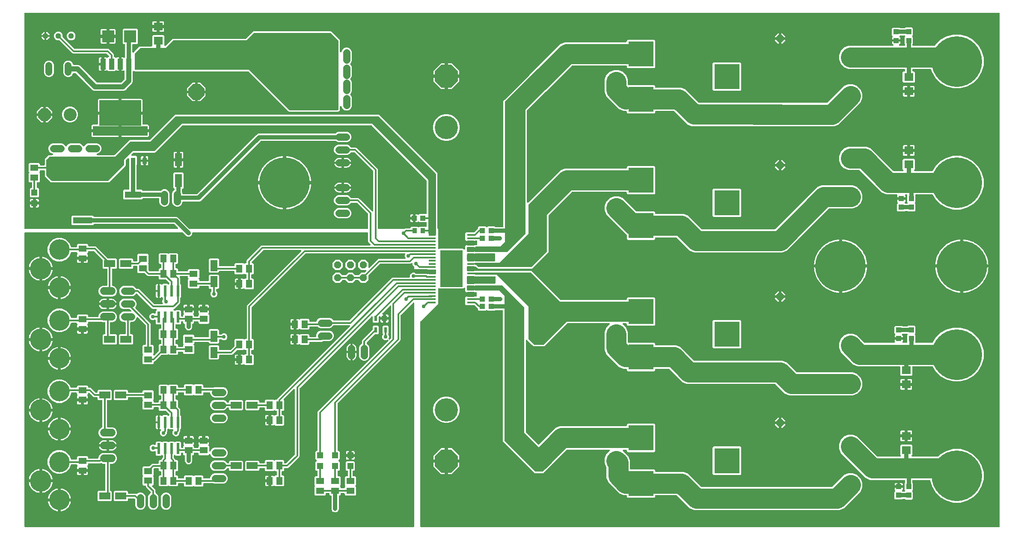
<source format=gbr>
G04 EAGLE Gerber RS-274X export*
G75*
%MOMM*%
%FSLAX34Y34*%
%LPD*%
%INTop Copper*%
%IPPOS*%
%AMOC8*
5,1,8,0,0,1.08239X$1,22.5*%
G01*
%ADD10R,1.300000X1.500000*%
%ADD11R,1.050000X1.080000*%
%ADD12P,3.409096X8X112.500000*%
%ADD13C,3.149600*%
%ADD14P,1.649562X8X112.500000*%
%ADD15R,1.800000X1.600000*%
%ADD16R,1.000000X1.100000*%
%ADD17C,4.597400*%
%ADD18P,4.976180X8X292.500000*%
%ADD19P,4.976180X8X112.500000*%
%ADD20R,1.100000X1.000000*%
%ADD21R,1.475000X0.435000*%
%ADD22R,4.430000X7.300000*%
%ADD23R,1.050000X1.100000*%
%ADD24R,0.600000X1.100000*%
%ADD25C,1.422400*%
%ADD26P,1.539592X8X22.500000*%
%ADD27R,5.000000X5.000000*%
%ADD28R,0.950000X1.000000*%
%ADD29R,1.200000X1.200000*%
%ADD30R,1.300000X1.600000*%
%ADD31R,1.600000X1.300000*%
%ADD32C,2.540000*%
%ADD33P,2.749271X8X202.500000*%
%ADD34P,3.409096X8X292.500000*%
%ADD35R,2.400000X2.400000*%
%ADD36C,1.320800*%
%ADD37C,1.117600*%
%ADD38R,8.330000X5.080000*%
%ADD39R,1.070000X2.160000*%
%ADD40R,10.800000X1.910000*%
%ADD41C,10.000000*%
%ADD42R,0.950000X1.300000*%
%ADD43R,3.250000X1.300000*%
%ADD44R,1.400000X2.600000*%
%ADD45R,0.600000X2.200000*%
%ADD46R,2.200000X1.400000*%
%ADD47R,1.400000X2.200000*%
%ADD48R,1.500000X1.300000*%
%ADD49R,3.800000X1.300000*%
%ADD50C,1.524000*%
%ADD51C,4.227000*%
%ADD52C,4.039000*%
%ADD53C,1.676400*%
%ADD54C,0.756400*%
%ADD55C,0.606400*%
%ADD56C,0.304800*%
%ADD57C,0.812800*%
%ADD58C,3.000000*%
%ADD59C,4.000000*%
%ADD60C,1.016000*%

G36*
X1938342Y63480D02*
X1938342Y63480D01*
X1938368Y63478D01*
X1938515Y63500D01*
X1938662Y63517D01*
X1938687Y63525D01*
X1938713Y63529D01*
X1938851Y63584D01*
X1938990Y63634D01*
X1939012Y63648D01*
X1939037Y63658D01*
X1939158Y63743D01*
X1939283Y63823D01*
X1939301Y63842D01*
X1939323Y63857D01*
X1939422Y63967D01*
X1939525Y64074D01*
X1939539Y64096D01*
X1939556Y64116D01*
X1939628Y64246D01*
X1939704Y64373D01*
X1939712Y64398D01*
X1939725Y64421D01*
X1939765Y64564D01*
X1939810Y64705D01*
X1939812Y64731D01*
X1939820Y64756D01*
X1939839Y65000D01*
X1939839Y1080000D01*
X1939836Y1080026D01*
X1939838Y1080052D01*
X1939816Y1080199D01*
X1939799Y1080346D01*
X1939791Y1080371D01*
X1939787Y1080397D01*
X1939732Y1080535D01*
X1939682Y1080674D01*
X1939668Y1080696D01*
X1939658Y1080721D01*
X1939573Y1080842D01*
X1939493Y1080967D01*
X1939474Y1080985D01*
X1939459Y1081007D01*
X1939349Y1081106D01*
X1939242Y1081209D01*
X1939220Y1081223D01*
X1939200Y1081240D01*
X1939070Y1081312D01*
X1938943Y1081388D01*
X1938918Y1081396D01*
X1938895Y1081409D01*
X1938752Y1081449D01*
X1938611Y1081494D01*
X1938585Y1081496D01*
X1938560Y1081504D01*
X1938316Y1081523D01*
X11684Y1081523D01*
X11658Y1081520D01*
X11632Y1081522D01*
X11485Y1081500D01*
X11338Y1081483D01*
X11313Y1081475D01*
X11287Y1081471D01*
X11149Y1081416D01*
X11010Y1081366D01*
X10988Y1081352D01*
X10963Y1081342D01*
X10842Y1081257D01*
X10717Y1081177D01*
X10699Y1081158D01*
X10677Y1081143D01*
X10578Y1081033D01*
X10475Y1080926D01*
X10461Y1080904D01*
X10444Y1080884D01*
X10372Y1080754D01*
X10296Y1080627D01*
X10288Y1080602D01*
X10275Y1080579D01*
X10235Y1080436D01*
X10190Y1080295D01*
X10188Y1080269D01*
X10180Y1080244D01*
X10161Y1080000D01*
X10161Y655000D01*
X10164Y654974D01*
X10162Y654948D01*
X10184Y654801D01*
X10201Y654654D01*
X10209Y654629D01*
X10213Y654603D01*
X10268Y654465D01*
X10318Y654326D01*
X10332Y654304D01*
X10342Y654279D01*
X10427Y654158D01*
X10507Y654033D01*
X10526Y654015D01*
X10541Y653993D01*
X10651Y653894D01*
X10758Y653791D01*
X10780Y653777D01*
X10800Y653760D01*
X10930Y653688D01*
X11057Y653612D01*
X11082Y653604D01*
X11105Y653591D01*
X11248Y653551D01*
X11389Y653506D01*
X11415Y653504D01*
X11440Y653496D01*
X11684Y653477D01*
X312787Y653477D01*
X312887Y653488D01*
X312987Y653490D01*
X313059Y653508D01*
X313133Y653517D01*
X313228Y653550D01*
X313325Y653575D01*
X313391Y653609D01*
X313461Y653634D01*
X313546Y653689D01*
X313635Y653735D01*
X313692Y653783D01*
X313754Y653823D01*
X313824Y653895D01*
X313900Y653960D01*
X313944Y654020D01*
X313996Y654074D01*
X314048Y654160D01*
X314107Y654241D01*
X314137Y654309D01*
X314175Y654373D01*
X314206Y654469D01*
X314245Y654561D01*
X314259Y654634D01*
X314281Y654705D01*
X314289Y654805D01*
X314307Y654904D01*
X314303Y654978D01*
X314309Y655052D01*
X314294Y655152D01*
X314289Y655252D01*
X314269Y655323D01*
X314258Y655397D01*
X314220Y655490D01*
X314193Y655587D01*
X314156Y655652D01*
X314129Y655721D01*
X314072Y655803D01*
X314022Y655891D01*
X313957Y655967D01*
X313930Y656007D01*
X313903Y656031D01*
X313864Y656077D01*
X307000Y662941D01*
X306901Y663020D01*
X306807Y663104D01*
X306765Y663128D01*
X306727Y663158D01*
X306613Y663212D01*
X306502Y663273D01*
X306456Y663286D01*
X306412Y663307D01*
X306288Y663333D01*
X306167Y663368D01*
X306106Y663373D01*
X306071Y663380D01*
X306023Y663379D01*
X305923Y663387D01*
X148330Y663387D01*
X148204Y663373D01*
X148078Y663366D01*
X148032Y663353D01*
X147984Y663347D01*
X147865Y663305D01*
X147743Y663270D01*
X147701Y663246D01*
X147655Y663230D01*
X147549Y663161D01*
X147439Y663100D01*
X147393Y663060D01*
X147363Y663041D01*
X147329Y663006D01*
X147253Y662941D01*
X145263Y660951D01*
X104737Y660951D01*
X102951Y662737D01*
X102951Y678263D01*
X104737Y680049D01*
X145263Y680049D01*
X147253Y678059D01*
X147352Y677980D01*
X147446Y677896D01*
X147488Y677872D01*
X147526Y677842D01*
X147640Y677788D01*
X147751Y677727D01*
X147797Y677714D01*
X147841Y677693D01*
X147964Y677667D01*
X148086Y677632D01*
X148147Y677627D01*
X148181Y677620D01*
X148229Y677621D01*
X148330Y677613D01*
X310915Y677613D01*
X313529Y676530D01*
X336136Y653923D01*
X336235Y653844D01*
X336329Y653760D01*
X336371Y653736D01*
X336409Y653706D01*
X336523Y653652D01*
X336634Y653591D01*
X336680Y653578D01*
X336724Y653557D01*
X336847Y653531D01*
X336969Y653496D01*
X337030Y653492D01*
X337065Y653484D01*
X337113Y653485D01*
X337213Y653477D01*
X688904Y653477D01*
X688930Y653480D01*
X688956Y653478D01*
X689103Y653500D01*
X689250Y653517D01*
X689275Y653525D01*
X689301Y653529D01*
X689439Y653584D01*
X689578Y653634D01*
X689600Y653648D01*
X689625Y653658D01*
X689746Y653743D01*
X689871Y653823D01*
X689889Y653842D01*
X689911Y653857D01*
X690010Y653967D01*
X690113Y654074D01*
X690127Y654096D01*
X690144Y654116D01*
X690216Y654245D01*
X690292Y654373D01*
X690300Y654398D01*
X690313Y654421D01*
X690353Y654564D01*
X690398Y654705D01*
X690400Y654731D01*
X690408Y654756D01*
X690427Y655000D01*
X690427Y682475D01*
X690413Y682601D01*
X690406Y682727D01*
X690393Y682773D01*
X690387Y682821D01*
X690345Y682940D01*
X690310Y683062D01*
X690286Y683104D01*
X690270Y683149D01*
X690201Y683256D01*
X690140Y683366D01*
X690100Y683412D01*
X690081Y683442D01*
X690046Y683476D01*
X689981Y683552D01*
X668552Y704981D01*
X668453Y705060D01*
X668359Y705144D01*
X668317Y705168D01*
X668279Y705198D01*
X668165Y705252D01*
X668054Y705313D01*
X668008Y705326D01*
X667964Y705347D01*
X667841Y705373D01*
X667719Y705408D01*
X667658Y705413D01*
X667623Y705420D01*
X667575Y705419D01*
X667475Y705427D01*
X657234Y705427D01*
X657158Y705419D01*
X657081Y705420D01*
X656985Y705399D01*
X656887Y705387D01*
X656815Y705362D01*
X656741Y705345D01*
X656652Y705303D01*
X656559Y705270D01*
X656495Y705228D01*
X656426Y705196D01*
X656349Y705134D01*
X656266Y705081D01*
X656213Y705026D01*
X656154Y704978D01*
X656093Y704901D01*
X656024Y704830D01*
X655985Y704765D01*
X655938Y704705D01*
X655870Y704572D01*
X655845Y704531D01*
X655840Y704513D01*
X655826Y704487D01*
X655726Y704244D01*
X652868Y701386D01*
X649133Y699839D01*
X630867Y699839D01*
X627132Y701386D01*
X624274Y704244D01*
X622727Y707979D01*
X622727Y712021D01*
X624274Y715756D01*
X627132Y718614D01*
X630867Y720161D01*
X649133Y720161D01*
X652868Y718614D01*
X655726Y715756D01*
X655826Y715513D01*
X655863Y715446D01*
X655892Y715375D01*
X655948Y715294D01*
X655996Y715208D01*
X656047Y715152D01*
X656091Y715089D01*
X656164Y715023D01*
X656230Y714950D01*
X656293Y714907D01*
X656349Y714856D01*
X656436Y714808D01*
X656516Y714752D01*
X656587Y714724D01*
X656654Y714687D01*
X656749Y714660D01*
X656841Y714624D01*
X656916Y714613D01*
X656990Y714592D01*
X657139Y714580D01*
X657185Y714573D01*
X657205Y714575D01*
X657234Y714573D01*
X670910Y714573D01*
X672590Y713877D01*
X674091Y712376D01*
X697376Y689091D01*
X697827Y688640D01*
X697905Y688578D01*
X697978Y688508D01*
X698042Y688469D01*
X698100Y688423D01*
X698191Y688380D01*
X698277Y688329D01*
X698348Y688306D01*
X698415Y688274D01*
X698513Y688253D01*
X698609Y688223D01*
X698683Y688217D01*
X698756Y688201D01*
X698856Y688203D01*
X698956Y688195D01*
X699030Y688206D01*
X699104Y688207D01*
X699202Y688231D01*
X699301Y688246D01*
X699370Y688274D01*
X699442Y688292D01*
X699531Y688338D01*
X699625Y688375D01*
X699686Y688417D01*
X699752Y688452D01*
X699828Y688517D01*
X699911Y688574D01*
X699961Y688629D01*
X700017Y688677D01*
X700077Y688758D01*
X700144Y688833D01*
X700180Y688898D01*
X700225Y688958D01*
X700264Y689050D01*
X700313Y689138D01*
X700333Y689209D01*
X700363Y689278D01*
X700380Y689376D01*
X700408Y689473D01*
X700416Y689573D01*
X700424Y689621D01*
X700422Y689656D01*
X700427Y689717D01*
X700427Y767475D01*
X700413Y767601D01*
X700406Y767727D01*
X700393Y767773D01*
X700387Y767821D01*
X700345Y767940D01*
X700310Y768062D01*
X700286Y768104D01*
X700270Y768149D01*
X700201Y768256D01*
X700140Y768366D01*
X700100Y768412D01*
X700081Y768442D01*
X700046Y768476D01*
X699981Y768552D01*
X663552Y804981D01*
X663453Y805060D01*
X663359Y805144D01*
X663317Y805168D01*
X663279Y805198D01*
X663165Y805252D01*
X663054Y805313D01*
X663008Y805326D01*
X662964Y805347D01*
X662841Y805373D01*
X662719Y805408D01*
X662658Y805413D01*
X662623Y805420D01*
X662575Y805419D01*
X662475Y805427D01*
X657234Y805427D01*
X657158Y805419D01*
X657081Y805420D01*
X656985Y805399D01*
X656887Y805387D01*
X656815Y805362D01*
X656741Y805345D01*
X656652Y805303D01*
X656559Y805270D01*
X656495Y805228D01*
X656426Y805196D01*
X656349Y805134D01*
X656266Y805081D01*
X656213Y805026D01*
X656154Y804978D01*
X656093Y804901D01*
X656024Y804830D01*
X655985Y804765D01*
X655938Y804705D01*
X655870Y804572D01*
X655845Y804531D01*
X655840Y804513D01*
X655826Y804487D01*
X655726Y804244D01*
X652868Y801386D01*
X649133Y799839D01*
X630867Y799839D01*
X627132Y801386D01*
X624274Y804244D01*
X622727Y807979D01*
X622727Y812021D01*
X624274Y815756D01*
X627132Y818614D01*
X630867Y820161D01*
X649133Y820161D01*
X652868Y818614D01*
X655726Y815756D01*
X655826Y815513D01*
X655863Y815446D01*
X655892Y815375D01*
X655948Y815294D01*
X655996Y815208D01*
X656047Y815152D01*
X656091Y815089D01*
X656164Y815023D01*
X656230Y814950D01*
X656293Y814907D01*
X656349Y814856D01*
X656436Y814808D01*
X656516Y814752D01*
X656587Y814724D01*
X656654Y814687D01*
X656749Y814660D01*
X656841Y814624D01*
X656916Y814613D01*
X656990Y814592D01*
X657139Y814580D01*
X657185Y814573D01*
X657205Y814575D01*
X657234Y814573D01*
X665910Y814573D01*
X667590Y813877D01*
X708877Y772590D01*
X709573Y770910D01*
X709573Y655000D01*
X709576Y654974D01*
X709574Y654948D01*
X709596Y654801D01*
X709613Y654654D01*
X709621Y654629D01*
X709625Y654603D01*
X709680Y654465D01*
X709730Y654326D01*
X709744Y654304D01*
X709754Y654279D01*
X709839Y654158D01*
X709919Y654033D01*
X709938Y654015D01*
X709953Y653993D01*
X710063Y653894D01*
X710170Y653791D01*
X710192Y653777D01*
X710212Y653760D01*
X710342Y653688D01*
X710469Y653612D01*
X710494Y653604D01*
X710517Y653591D01*
X710660Y653551D01*
X710801Y653506D01*
X710827Y653504D01*
X710852Y653496D01*
X711096Y653477D01*
X761379Y653477D01*
X761505Y653491D01*
X761631Y653498D01*
X761677Y653511D01*
X761725Y653517D01*
X761844Y653559D01*
X761966Y653594D01*
X762008Y653618D01*
X762053Y653634D01*
X762160Y653703D01*
X762270Y653764D01*
X762316Y653804D01*
X762346Y653823D01*
X762380Y653858D01*
X762394Y653870D01*
X764090Y654573D01*
X772678Y654573D01*
X772704Y654576D01*
X772730Y654574D01*
X772877Y654596D01*
X773024Y654613D01*
X773049Y654621D01*
X773075Y654625D01*
X773213Y654680D01*
X773352Y654730D01*
X773374Y654744D01*
X773399Y654754D01*
X773520Y654839D01*
X773645Y654919D01*
X773663Y654938D01*
X773685Y654953D01*
X773784Y655063D01*
X773887Y655170D01*
X773901Y655192D01*
X773918Y655212D01*
X773990Y655342D01*
X774066Y655469D01*
X774074Y655494D01*
X774087Y655517D01*
X774127Y655660D01*
X774172Y655801D01*
X774174Y655827D01*
X774182Y655852D01*
X774201Y656096D01*
X774201Y656263D01*
X775987Y658049D01*
X788013Y658049D01*
X788923Y657139D01*
X788943Y657122D01*
X788960Y657102D01*
X789080Y657014D01*
X789196Y656922D01*
X789220Y656911D01*
X789241Y656895D01*
X789377Y656836D01*
X789511Y656773D01*
X789537Y656768D01*
X789561Y656757D01*
X789707Y656731D01*
X789852Y656700D01*
X789878Y656700D01*
X789904Y656696D01*
X790052Y656703D01*
X790200Y656706D01*
X790226Y656712D01*
X790252Y656713D01*
X790394Y656755D01*
X790538Y656791D01*
X790561Y656803D01*
X790587Y656810D01*
X790716Y656882D01*
X790848Y656950D01*
X790868Y656967D01*
X790891Y656980D01*
X791077Y657139D01*
X791987Y658049D01*
X804061Y658049D01*
X804100Y658018D01*
X804191Y657975D01*
X804277Y657924D01*
X804348Y657901D01*
X804415Y657869D01*
X804513Y657848D01*
X804609Y657817D01*
X804683Y657811D01*
X804756Y657796D01*
X804856Y657797D01*
X804956Y657789D01*
X805030Y657800D01*
X805104Y657802D01*
X805202Y657826D01*
X805301Y657841D01*
X805370Y657869D01*
X805442Y657887D01*
X805531Y657933D01*
X805625Y657970D01*
X805686Y658012D01*
X805752Y658046D01*
X805829Y658111D01*
X805911Y658169D01*
X805961Y658224D01*
X806017Y658272D01*
X806077Y658353D01*
X806144Y658428D01*
X806180Y658493D01*
X806224Y658552D01*
X806264Y658645D01*
X806313Y658733D01*
X806333Y658804D01*
X806363Y658872D01*
X806380Y658971D01*
X806408Y659068D01*
X806416Y659168D01*
X806424Y659215D01*
X806422Y659251D01*
X806427Y659312D01*
X806427Y665428D01*
X806424Y665454D01*
X806426Y665480D01*
X806404Y665627D01*
X806387Y665774D01*
X806379Y665799D01*
X806375Y665825D01*
X806320Y665963D01*
X806270Y666102D01*
X806256Y666124D01*
X806246Y666149D01*
X806161Y666270D01*
X806081Y666395D01*
X806062Y666413D01*
X806047Y666435D01*
X805937Y666534D01*
X805830Y666637D01*
X805808Y666651D01*
X805788Y666668D01*
X805658Y666740D01*
X805531Y666816D01*
X805506Y666824D01*
X805483Y666837D01*
X805340Y666877D01*
X805199Y666922D01*
X805173Y666924D01*
X805148Y666932D01*
X804904Y666951D01*
X791737Y666951D01*
X790718Y667971D01*
X790697Y667987D01*
X790680Y668007D01*
X790561Y668095D01*
X790445Y668187D01*
X790421Y668198D01*
X790400Y668214D01*
X790264Y668273D01*
X790130Y668336D01*
X790104Y668342D01*
X790080Y668352D01*
X789934Y668378D01*
X789789Y668409D01*
X789763Y668409D01*
X789737Y668414D01*
X789588Y668406D01*
X789441Y668403D01*
X789415Y668397D01*
X789389Y668396D01*
X789246Y668355D01*
X789103Y668318D01*
X789079Y668306D01*
X789054Y668299D01*
X788925Y668227D01*
X788793Y668159D01*
X788773Y668142D01*
X788750Y668129D01*
X788564Y667970D01*
X788560Y667967D01*
X787981Y667632D01*
X787335Y667459D01*
X783999Y667459D01*
X783999Y674024D01*
X783996Y674050D01*
X783998Y674076D01*
X783976Y674223D01*
X783959Y674370D01*
X783951Y674395D01*
X783947Y674421D01*
X783892Y674558D01*
X783842Y674698D01*
X783828Y674720D01*
X783818Y674745D01*
X783733Y674866D01*
X783653Y674991D01*
X783640Y675003D01*
X783685Y675050D01*
X783699Y675073D01*
X783716Y675092D01*
X783788Y675222D01*
X783864Y675349D01*
X783872Y675374D01*
X783885Y675397D01*
X783925Y675539D01*
X783970Y675681D01*
X783972Y675707D01*
X783980Y675732D01*
X783999Y675976D01*
X783999Y682541D01*
X787335Y682541D01*
X787981Y682368D01*
X788560Y682033D01*
X788564Y682030D01*
X788584Y682013D01*
X788601Y681993D01*
X788721Y681905D01*
X788837Y681813D01*
X788860Y681802D01*
X788881Y681786D01*
X789018Y681727D01*
X789152Y681664D01*
X789177Y681658D01*
X789202Y681648D01*
X789347Y681622D01*
X789492Y681591D01*
X789519Y681591D01*
X789545Y681586D01*
X789693Y681594D01*
X789841Y681596D01*
X789866Y681603D01*
X789893Y681604D01*
X790035Y681645D01*
X790179Y681681D01*
X790202Y681694D01*
X790227Y681701D01*
X790357Y681773D01*
X790489Y681841D01*
X790509Y681858D01*
X790532Y681871D01*
X790718Y682029D01*
X791737Y683049D01*
X804904Y683049D01*
X804930Y683052D01*
X804956Y683050D01*
X805103Y683072D01*
X805250Y683089D01*
X805275Y683097D01*
X805301Y683101D01*
X805439Y683156D01*
X805578Y683206D01*
X805600Y683220D01*
X805625Y683230D01*
X805746Y683315D01*
X805871Y683395D01*
X805889Y683414D01*
X805911Y683429D01*
X806010Y683539D01*
X806113Y683646D01*
X806127Y683668D01*
X806144Y683688D01*
X806216Y683818D01*
X806292Y683945D01*
X806300Y683970D01*
X806313Y683993D01*
X806353Y684136D01*
X806398Y684277D01*
X806400Y684303D01*
X806408Y684328D01*
X806427Y684572D01*
X806427Y748475D01*
X806413Y748601D01*
X806406Y748727D01*
X806393Y748773D01*
X806387Y748821D01*
X806345Y748940D01*
X806310Y749062D01*
X806286Y749104D01*
X806270Y749149D01*
X806201Y749256D01*
X806140Y749366D01*
X806100Y749412D01*
X806081Y749442D01*
X806046Y749476D01*
X805981Y749552D01*
X697552Y857981D01*
X697453Y858060D01*
X697359Y858144D01*
X697317Y858168D01*
X697279Y858198D01*
X697165Y858252D01*
X697054Y858313D01*
X697008Y858326D01*
X696964Y858347D01*
X696841Y858373D01*
X696719Y858408D01*
X696658Y858413D01*
X696623Y858420D01*
X696575Y858419D01*
X696475Y858427D01*
X323525Y858427D01*
X323399Y858413D01*
X323273Y858406D01*
X323227Y858393D01*
X323179Y858387D01*
X323060Y858345D01*
X322938Y858310D01*
X322896Y858286D01*
X322851Y858270D01*
X322744Y858201D01*
X322634Y858140D01*
X322588Y858100D01*
X322558Y858081D01*
X322524Y858046D01*
X322448Y857981D01*
X269590Y805123D01*
X267910Y804427D01*
X226525Y804427D01*
X226399Y804413D01*
X226273Y804406D01*
X226227Y804393D01*
X226179Y804387D01*
X226060Y804345D01*
X225938Y804310D01*
X225896Y804286D01*
X225851Y804270D01*
X225744Y804201D01*
X225634Y804140D01*
X225588Y804100D01*
X225558Y804081D01*
X225524Y804046D01*
X225448Y803981D01*
X222116Y800649D01*
X222054Y800571D01*
X221984Y800498D01*
X221945Y800434D01*
X221899Y800376D01*
X221856Y800285D01*
X221805Y800199D01*
X221782Y800128D01*
X221750Y800061D01*
X221729Y799963D01*
X221699Y799867D01*
X221693Y799793D01*
X221677Y799720D01*
X221679Y799620D01*
X221671Y799520D01*
X221682Y799446D01*
X221683Y799372D01*
X221707Y799275D01*
X221722Y799175D01*
X221750Y799106D01*
X221768Y799034D01*
X221814Y798945D01*
X221851Y798851D01*
X221894Y798790D01*
X221928Y798724D01*
X221993Y798648D01*
X222050Y798565D01*
X222105Y798515D01*
X222153Y798459D01*
X222234Y798399D01*
X222309Y798332D01*
X222374Y798296D01*
X222434Y798251D01*
X222526Y798212D01*
X222614Y798163D01*
X222685Y798143D01*
X222754Y798113D01*
X222852Y798096D01*
X222949Y798068D01*
X223049Y798060D01*
X223097Y798052D01*
X223132Y798054D01*
X223193Y798049D01*
X231013Y798049D01*
X232799Y796263D01*
X232799Y780737D01*
X232559Y780497D01*
X232480Y780398D01*
X232396Y780304D01*
X232372Y780262D01*
X232342Y780224D01*
X232288Y780110D01*
X232227Y779999D01*
X232214Y779953D01*
X232193Y779909D01*
X232167Y779786D01*
X232148Y779720D01*
X232142Y779699D01*
X232141Y779696D01*
X232132Y779664D01*
X232127Y779603D01*
X232120Y779569D01*
X232121Y779521D01*
X232113Y779420D01*
X232113Y732572D01*
X232116Y732546D01*
X232114Y732520D01*
X232136Y732373D01*
X232153Y732226D01*
X232161Y732201D01*
X232165Y732175D01*
X232220Y732037D01*
X232270Y731898D01*
X232284Y731876D01*
X232294Y731851D01*
X232379Y731730D01*
X232459Y731605D01*
X232478Y731587D01*
X232493Y731565D01*
X232603Y731466D01*
X232710Y731363D01*
X232732Y731349D01*
X232752Y731332D01*
X232882Y731260D01*
X233009Y731184D01*
X233034Y731176D01*
X233057Y731163D01*
X233200Y731123D01*
X233341Y731078D01*
X233367Y731076D01*
X233392Y731068D01*
X233636Y731049D01*
X242513Y731049D01*
X244503Y729059D01*
X244602Y728980D01*
X244696Y728896D01*
X244738Y728872D01*
X244776Y728842D01*
X244890Y728788D01*
X245001Y728727D01*
X245047Y728714D01*
X245091Y728693D01*
X245214Y728667D01*
X245336Y728632D01*
X245397Y728627D01*
X245431Y728620D01*
X245479Y728621D01*
X245580Y728613D01*
X278800Y728613D01*
X278926Y728627D01*
X279052Y728634D01*
X279099Y728647D01*
X279147Y728653D01*
X279266Y728695D01*
X279387Y728730D01*
X279429Y728754D01*
X279475Y728770D01*
X279581Y728839D01*
X279691Y728900D01*
X279737Y728940D01*
X279767Y728959D01*
X279801Y728994D01*
X279877Y729059D01*
X281544Y730726D01*
X285279Y732273D01*
X289321Y732273D01*
X293056Y730726D01*
X295914Y727868D01*
X297461Y724133D01*
X297461Y705867D01*
X295914Y702132D01*
X293056Y699274D01*
X289321Y697727D01*
X285279Y697727D01*
X281544Y699274D01*
X278686Y702132D01*
X277139Y705867D01*
X277139Y712864D01*
X277136Y712890D01*
X277138Y712916D01*
X277116Y713063D01*
X277099Y713210D01*
X277091Y713235D01*
X277087Y713261D01*
X277032Y713399D01*
X276982Y713538D01*
X276968Y713560D01*
X276958Y713585D01*
X276873Y713706D01*
X276793Y713831D01*
X276774Y713849D01*
X276759Y713871D01*
X276649Y713970D01*
X276542Y714073D01*
X276520Y714087D01*
X276500Y714104D01*
X276370Y714176D01*
X276243Y714252D01*
X276218Y714260D01*
X276195Y714273D01*
X276052Y714313D01*
X275911Y714358D01*
X275885Y714360D01*
X275860Y714368D01*
X275616Y714387D01*
X245580Y714387D01*
X245454Y714373D01*
X245328Y714366D01*
X245282Y714353D01*
X245234Y714347D01*
X245115Y714305D01*
X244993Y714270D01*
X244951Y714246D01*
X244905Y714230D01*
X244799Y714161D01*
X244689Y714100D01*
X244643Y714060D01*
X244613Y714041D01*
X244579Y714006D01*
X244503Y713941D01*
X242513Y711951D01*
X207487Y711951D01*
X205701Y713737D01*
X205701Y729263D01*
X207487Y731049D01*
X216364Y731049D01*
X216390Y731052D01*
X216416Y731050D01*
X216563Y731072D01*
X216710Y731089D01*
X216735Y731097D01*
X216761Y731101D01*
X216899Y731156D01*
X217038Y731206D01*
X217060Y731220D01*
X217085Y731230D01*
X217206Y731315D01*
X217331Y731395D01*
X217349Y731414D01*
X217371Y731429D01*
X217470Y731539D01*
X217573Y731646D01*
X217587Y731668D01*
X217604Y731688D01*
X217676Y731818D01*
X217752Y731945D01*
X217760Y731970D01*
X217773Y731993D01*
X217813Y732136D01*
X217858Y732277D01*
X217860Y732303D01*
X217868Y732328D01*
X217887Y732572D01*
X217887Y779420D01*
X217885Y779440D01*
X217886Y779456D01*
X217873Y779547D01*
X217866Y779672D01*
X217853Y779718D01*
X217847Y779766D01*
X217805Y779886D01*
X217770Y780007D01*
X217746Y780049D01*
X217730Y780095D01*
X217661Y780201D01*
X217600Y780311D01*
X217560Y780357D01*
X217541Y780387D01*
X217506Y780421D01*
X217441Y780497D01*
X217201Y780737D01*
X217201Y792057D01*
X217190Y792157D01*
X217188Y792257D01*
X217170Y792329D01*
X217161Y792403D01*
X217128Y792498D01*
X217103Y792595D01*
X217069Y792661D01*
X217044Y792731D01*
X216989Y792816D01*
X216943Y792905D01*
X216895Y792962D01*
X216855Y793024D01*
X216783Y793094D01*
X216718Y793170D01*
X216658Y793215D01*
X216604Y793266D01*
X216518Y793318D01*
X216437Y793378D01*
X216369Y793407D01*
X216305Y793445D01*
X216209Y793476D01*
X216117Y793516D01*
X216044Y793529D01*
X215973Y793551D01*
X215873Y793559D01*
X215774Y793577D01*
X215700Y793573D01*
X215626Y793579D01*
X215526Y793564D01*
X215426Y793559D01*
X215355Y793539D01*
X215281Y793528D01*
X215188Y793491D01*
X215091Y793463D01*
X215026Y793426D01*
X214957Y793399D01*
X214875Y793342D01*
X214787Y793293D01*
X214711Y793227D01*
X214671Y793200D01*
X214647Y793174D01*
X214601Y793134D01*
X211019Y789552D01*
X210940Y789453D01*
X210856Y789359D01*
X210832Y789317D01*
X210802Y789279D01*
X210748Y789165D01*
X210687Y789054D01*
X210674Y789008D01*
X210653Y788964D01*
X210627Y788841D01*
X210592Y788719D01*
X210587Y788658D01*
X210580Y788623D01*
X210581Y788575D01*
X210573Y788475D01*
X210573Y780090D01*
X209877Y778410D01*
X177590Y746123D01*
X175910Y745427D01*
X64090Y745427D01*
X62410Y746123D01*
X51123Y757410D01*
X50427Y759090D01*
X50427Y768404D01*
X50424Y768430D01*
X50426Y768456D01*
X50404Y768603D01*
X50387Y768750D01*
X50379Y768775D01*
X50375Y768801D01*
X50320Y768939D01*
X50270Y769078D01*
X50256Y769100D01*
X50246Y769125D01*
X50161Y769246D01*
X50081Y769371D01*
X50062Y769389D01*
X50047Y769411D01*
X49937Y769510D01*
X49830Y769613D01*
X49808Y769627D01*
X49788Y769644D01*
X49658Y769716D01*
X49531Y769792D01*
X49506Y769800D01*
X49483Y769813D01*
X49340Y769853D01*
X49199Y769898D01*
X49173Y769900D01*
X49148Y769908D01*
X48904Y769927D01*
X42572Y769927D01*
X42546Y769924D01*
X42520Y769926D01*
X42373Y769904D01*
X42226Y769887D01*
X42201Y769879D01*
X42175Y769875D01*
X42037Y769820D01*
X41898Y769770D01*
X41876Y769756D01*
X41851Y769746D01*
X41730Y769661D01*
X41605Y769581D01*
X41587Y769562D01*
X41565Y769547D01*
X41466Y769437D01*
X41363Y769330D01*
X41349Y769308D01*
X41332Y769288D01*
X41260Y769158D01*
X41184Y769031D01*
X41176Y769006D01*
X41163Y768983D01*
X41123Y768840D01*
X41078Y768699D01*
X41076Y768673D01*
X41068Y768648D01*
X41049Y768404D01*
X41049Y766737D01*
X40389Y766077D01*
X40372Y766057D01*
X40352Y766040D01*
X40264Y765921D01*
X40172Y765804D01*
X40161Y765780D01*
X40145Y765759D01*
X40087Y765623D01*
X40023Y765489D01*
X40018Y765463D01*
X40007Y765439D01*
X39981Y765293D01*
X39950Y765148D01*
X39950Y765122D01*
X39946Y765096D01*
X39953Y764948D01*
X39956Y764800D01*
X39962Y764774D01*
X39963Y764748D01*
X40005Y764606D01*
X40041Y764462D01*
X40053Y764439D01*
X40060Y764413D01*
X40133Y764284D01*
X40200Y764152D01*
X40217Y764132D01*
X40230Y764109D01*
X40389Y763923D01*
X41049Y763263D01*
X41049Y747737D01*
X39263Y745951D01*
X36096Y745951D01*
X36070Y745948D01*
X36044Y745950D01*
X35897Y745928D01*
X35750Y745911D01*
X35725Y745903D01*
X35699Y745899D01*
X35561Y745844D01*
X35422Y745794D01*
X35400Y745780D01*
X35375Y745770D01*
X35254Y745685D01*
X35129Y745605D01*
X35111Y745586D01*
X35089Y745571D01*
X34990Y745461D01*
X34887Y745354D01*
X34873Y745332D01*
X34856Y745312D01*
X34784Y745182D01*
X34708Y745055D01*
X34700Y745030D01*
X34687Y745007D01*
X34647Y744864D01*
X34602Y744723D01*
X34600Y744697D01*
X34592Y744672D01*
X34573Y744428D01*
X34573Y736072D01*
X34576Y736046D01*
X34574Y736020D01*
X34596Y735873D01*
X34613Y735726D01*
X34621Y735701D01*
X34625Y735675D01*
X34680Y735537D01*
X34730Y735398D01*
X34744Y735376D01*
X34754Y735351D01*
X34839Y735230D01*
X34919Y735105D01*
X34938Y735087D01*
X34953Y735065D01*
X35063Y734966D01*
X35170Y734863D01*
X35192Y734849D01*
X35212Y734832D01*
X35342Y734760D01*
X35469Y734684D01*
X35494Y734676D01*
X35517Y734663D01*
X35660Y734623D01*
X35801Y734578D01*
X35827Y734576D01*
X35852Y734568D01*
X36096Y734549D01*
X37263Y734549D01*
X39049Y732763D01*
X39049Y718237D01*
X37263Y716451D01*
X22737Y716451D01*
X20951Y718237D01*
X20951Y732763D01*
X22737Y734549D01*
X23904Y734549D01*
X23930Y734552D01*
X23956Y734550D01*
X24103Y734572D01*
X24250Y734589D01*
X24275Y734597D01*
X24301Y734601D01*
X24439Y734656D01*
X24578Y734706D01*
X24600Y734720D01*
X24625Y734730D01*
X24746Y734815D01*
X24871Y734895D01*
X24889Y734914D01*
X24911Y734929D01*
X25010Y735039D01*
X25113Y735146D01*
X25127Y735168D01*
X25144Y735188D01*
X25216Y735318D01*
X25292Y735445D01*
X25300Y735470D01*
X25313Y735493D01*
X25353Y735636D01*
X25398Y735777D01*
X25400Y735803D01*
X25408Y735828D01*
X25427Y736072D01*
X25427Y744428D01*
X25424Y744454D01*
X25426Y744480D01*
X25404Y744627D01*
X25387Y744774D01*
X25379Y744799D01*
X25375Y744825D01*
X25320Y744963D01*
X25270Y745102D01*
X25256Y745124D01*
X25246Y745149D01*
X25161Y745270D01*
X25081Y745395D01*
X25062Y745413D01*
X25047Y745435D01*
X24937Y745534D01*
X24830Y745637D01*
X24808Y745651D01*
X24788Y745668D01*
X24658Y745740D01*
X24531Y745816D01*
X24506Y745824D01*
X24483Y745837D01*
X24340Y745877D01*
X24199Y745922D01*
X24173Y745924D01*
X24148Y745932D01*
X23904Y745951D01*
X20737Y745951D01*
X18951Y747737D01*
X18951Y763263D01*
X19611Y763923D01*
X19628Y763943D01*
X19648Y763960D01*
X19736Y764080D01*
X19828Y764196D01*
X19839Y764220D01*
X19855Y764241D01*
X19913Y764377D01*
X19977Y764511D01*
X19982Y764537D01*
X19993Y764561D01*
X20019Y764707D01*
X20050Y764852D01*
X20050Y764878D01*
X20054Y764904D01*
X20047Y765052D01*
X20044Y765200D01*
X20038Y765226D01*
X20037Y765252D01*
X19996Y765394D01*
X19959Y765538D01*
X19947Y765562D01*
X19940Y765587D01*
X19868Y765716D01*
X19800Y765848D01*
X19783Y765868D01*
X19770Y765891D01*
X19611Y766077D01*
X18951Y766737D01*
X18951Y782263D01*
X20737Y784049D01*
X39263Y784049D01*
X41049Y782263D01*
X41049Y780596D01*
X41052Y780570D01*
X41050Y780544D01*
X41072Y780397D01*
X41089Y780250D01*
X41097Y780225D01*
X41101Y780199D01*
X41156Y780061D01*
X41206Y779922D01*
X41220Y779900D01*
X41230Y779875D01*
X41315Y779754D01*
X41395Y779629D01*
X41414Y779611D01*
X41429Y779589D01*
X41539Y779490D01*
X41646Y779387D01*
X41668Y779373D01*
X41688Y779356D01*
X41818Y779284D01*
X41945Y779208D01*
X41970Y779200D01*
X41993Y779187D01*
X42136Y779147D01*
X42277Y779102D01*
X42303Y779100D01*
X42328Y779092D01*
X42572Y779073D01*
X48904Y779073D01*
X48930Y779076D01*
X48956Y779074D01*
X49103Y779096D01*
X49250Y779113D01*
X49275Y779121D01*
X49301Y779125D01*
X49439Y779180D01*
X49578Y779230D01*
X49600Y779244D01*
X49625Y779254D01*
X49746Y779339D01*
X49871Y779419D01*
X49889Y779438D01*
X49911Y779453D01*
X50010Y779563D01*
X50113Y779670D01*
X50127Y779692D01*
X50144Y779712D01*
X50216Y779842D01*
X50292Y779969D01*
X50300Y779994D01*
X50313Y780017D01*
X50353Y780160D01*
X50398Y780301D01*
X50400Y780327D01*
X50408Y780352D01*
X50427Y780596D01*
X50427Y790910D01*
X51123Y792590D01*
X57410Y798877D01*
X59090Y799573D01*
X65371Y799573D01*
X65421Y799578D01*
X65471Y799576D01*
X65594Y799598D01*
X65717Y799613D01*
X65764Y799630D01*
X65814Y799639D01*
X65928Y799688D01*
X66045Y799730D01*
X66087Y799757D01*
X66134Y799777D01*
X66234Y799852D01*
X66338Y799919D01*
X66373Y799955D01*
X66413Y799985D01*
X66494Y800080D01*
X66580Y800170D01*
X66606Y800213D01*
X66639Y800251D01*
X66695Y800362D01*
X66759Y800469D01*
X66774Y800517D01*
X66797Y800562D01*
X66827Y800682D01*
X66865Y800801D01*
X66869Y800851D01*
X66881Y800900D01*
X66883Y801024D01*
X66893Y801148D01*
X66886Y801198D01*
X66887Y801248D01*
X66860Y801370D01*
X66842Y801493D01*
X66823Y801540D01*
X66812Y801589D01*
X66759Y801701D01*
X66713Y801817D01*
X66684Y801858D01*
X66662Y801904D01*
X66585Y802001D01*
X66514Y802103D01*
X66477Y802137D01*
X66445Y802176D01*
X66347Y802253D01*
X66255Y802336D01*
X66211Y802361D01*
X66172Y802392D01*
X65954Y802503D01*
X62132Y804086D01*
X59274Y806944D01*
X57727Y810679D01*
X57727Y814721D01*
X59274Y818456D01*
X62132Y821314D01*
X65867Y822861D01*
X84133Y822861D01*
X87868Y821314D01*
X90726Y818456D01*
X91093Y817570D01*
X91142Y817482D01*
X91181Y817390D01*
X91226Y817330D01*
X91262Y817265D01*
X91329Y817191D01*
X91389Y817110D01*
X91446Y817062D01*
X91496Y817007D01*
X91579Y816950D01*
X91655Y816885D01*
X91722Y816851D01*
X91783Y816809D01*
X91876Y816772D01*
X91966Y816726D01*
X92038Y816708D01*
X92107Y816681D01*
X92206Y816667D01*
X92304Y816642D01*
X92378Y816641D01*
X92452Y816630D01*
X92552Y816639D01*
X92652Y816637D01*
X92725Y816653D01*
X92799Y816659D01*
X92895Y816690D01*
X92993Y816712D01*
X93060Y816743D01*
X93131Y816766D01*
X93217Y816818D01*
X93308Y816861D01*
X93366Y816908D01*
X93429Y816946D01*
X93501Y817016D01*
X93580Y817079D01*
X93626Y817137D01*
X93679Y817189D01*
X93734Y817273D01*
X93796Y817352D01*
X93841Y817441D01*
X93868Y817482D01*
X93880Y817516D01*
X93907Y817570D01*
X94274Y818456D01*
X97132Y821314D01*
X100867Y822861D01*
X119133Y822861D01*
X122868Y821314D01*
X125726Y818456D01*
X126093Y817570D01*
X126142Y817482D01*
X126182Y817390D01*
X126226Y817330D01*
X126262Y817265D01*
X126330Y817191D01*
X126389Y817110D01*
X126446Y817062D01*
X126496Y817007D01*
X126579Y816950D01*
X126655Y816885D01*
X126722Y816851D01*
X126783Y816809D01*
X126876Y816772D01*
X126966Y816726D01*
X127038Y816708D01*
X127107Y816681D01*
X127206Y816667D01*
X127304Y816642D01*
X127378Y816641D01*
X127452Y816630D01*
X127552Y816639D01*
X127652Y816637D01*
X127725Y816653D01*
X127799Y816659D01*
X127895Y816690D01*
X127993Y816712D01*
X128060Y816743D01*
X128131Y816766D01*
X128217Y816818D01*
X128308Y816861D01*
X128366Y816908D01*
X128429Y816946D01*
X128501Y817016D01*
X128580Y817079D01*
X128626Y817137D01*
X128679Y817189D01*
X128734Y817273D01*
X128796Y817352D01*
X128842Y817442D01*
X128868Y817482D01*
X128880Y817516D01*
X128907Y817570D01*
X129274Y818456D01*
X132132Y821314D01*
X135867Y822861D01*
X154133Y822861D01*
X157868Y821314D01*
X160726Y818456D01*
X162273Y814721D01*
X162273Y810679D01*
X160726Y806944D01*
X157868Y804086D01*
X154046Y802503D01*
X154002Y802479D01*
X153955Y802462D01*
X153850Y802394D01*
X153742Y802334D01*
X153704Y802300D01*
X153662Y802273D01*
X153575Y802183D01*
X153483Y802100D01*
X153455Y802058D01*
X153420Y802022D01*
X153356Y801915D01*
X153285Y801813D01*
X153267Y801766D01*
X153241Y801723D01*
X153203Y801605D01*
X153157Y801489D01*
X153150Y801439D01*
X153135Y801391D01*
X153125Y801267D01*
X153107Y801144D01*
X153111Y801094D01*
X153107Y801044D01*
X153125Y800921D01*
X153136Y800797D01*
X153151Y800749D01*
X153158Y800699D01*
X153204Y800584D01*
X153243Y800465D01*
X153269Y800422D01*
X153287Y800375D01*
X153358Y800273D01*
X153422Y800167D01*
X153457Y800130D01*
X153486Y800089D01*
X153578Y800006D01*
X153665Y799917D01*
X153708Y799889D01*
X153745Y799856D01*
X153854Y799796D01*
X153958Y799728D01*
X154006Y799711D01*
X154050Y799687D01*
X154170Y799653D01*
X154287Y799612D01*
X154337Y799606D01*
X154385Y799592D01*
X154629Y799573D01*
X187475Y799573D01*
X187601Y799587D01*
X187727Y799594D01*
X187773Y799607D01*
X187821Y799613D01*
X187940Y799655D01*
X188062Y799690D01*
X188104Y799714D01*
X188149Y799730D01*
X188256Y799799D01*
X188366Y799860D01*
X188412Y799900D01*
X188442Y799919D01*
X188476Y799954D01*
X188552Y800019D01*
X217410Y828877D01*
X219090Y829573D01*
X257475Y829573D01*
X257601Y829587D01*
X257727Y829594D01*
X257773Y829607D01*
X257821Y829613D01*
X257940Y829655D01*
X258062Y829690D01*
X258104Y829714D01*
X258149Y829730D01*
X258256Y829799D01*
X258366Y829860D01*
X258412Y829900D01*
X258442Y829919D01*
X258476Y829954D01*
X258552Y830019D01*
X307410Y878877D01*
X309090Y879573D01*
X710910Y879573D01*
X712590Y878877D01*
X826877Y764590D01*
X827573Y762910D01*
X827573Y655000D01*
X827576Y654974D01*
X827574Y654948D01*
X827596Y654801D01*
X827613Y654654D01*
X827621Y654629D01*
X827625Y654603D01*
X827680Y654465D01*
X827730Y654326D01*
X827744Y654304D01*
X827754Y654279D01*
X827839Y654158D01*
X827919Y654033D01*
X827938Y654015D01*
X827953Y653993D01*
X828063Y653894D01*
X828170Y653791D01*
X828192Y653777D01*
X828212Y653760D01*
X828342Y653688D01*
X828469Y653612D01*
X828477Y653609D01*
X828477Y615116D01*
X828488Y615016D01*
X828490Y614916D01*
X828508Y614843D01*
X828517Y614770D01*
X828551Y614675D01*
X828575Y614578D01*
X828609Y614512D01*
X828634Y614441D01*
X828689Y614357D01*
X828735Y614268D01*
X828783Y614211D01*
X828823Y614149D01*
X828895Y614079D01*
X828960Y614002D01*
X829020Y613958D01*
X829074Y613906D01*
X829160Y613855D01*
X829241Y613795D01*
X829309Y613766D01*
X829373Y613728D01*
X829468Y613697D01*
X829561Y613657D01*
X829634Y613644D01*
X829705Y613621D01*
X829805Y613613D01*
X829904Y613596D01*
X829978Y613599D01*
X830052Y613593D01*
X830152Y613608D01*
X830252Y613613D01*
X830323Y613634D01*
X830397Y613645D01*
X830490Y613682D01*
X830587Y613710D01*
X830652Y613746D01*
X830721Y613774D01*
X830803Y613831D01*
X830891Y613880D01*
X830967Y613945D01*
X831007Y613973D01*
X831031Y613999D01*
X831077Y614039D01*
X831587Y614549D01*
X878413Y614549D01*
X879851Y613111D01*
X879929Y613048D01*
X880002Y612978D01*
X880066Y612940D01*
X880124Y612894D01*
X880215Y612851D01*
X880301Y612800D01*
X880372Y612777D01*
X880439Y612745D01*
X880537Y612724D01*
X880633Y612693D01*
X880707Y612687D01*
X880780Y612672D01*
X880880Y612673D01*
X880980Y612665D01*
X881054Y612676D01*
X881128Y612678D01*
X881225Y612702D01*
X881325Y612717D01*
X881394Y612745D01*
X881466Y612763D01*
X881555Y612809D01*
X881649Y612846D01*
X881710Y612888D01*
X881776Y612922D01*
X881852Y612987D01*
X881935Y613045D01*
X881985Y613100D01*
X882041Y613148D01*
X882101Y613229D01*
X882168Y613304D01*
X882204Y613369D01*
X882249Y613428D01*
X882288Y613521D01*
X882337Y613609D01*
X882357Y613680D01*
X882387Y613748D01*
X882404Y613847D01*
X882432Y613944D01*
X882440Y614044D01*
X882448Y614091D01*
X882446Y614127D01*
X882451Y614188D01*
X882451Y619713D01*
X882518Y619780D01*
X882597Y619879D01*
X882681Y619973D01*
X882705Y620015D01*
X882735Y620053D01*
X882789Y620167D01*
X882850Y620278D01*
X882863Y620324D01*
X882884Y620368D01*
X882910Y620491D01*
X882917Y620514D01*
X882920Y620514D01*
X883016Y620519D01*
X883060Y620534D01*
X883105Y620541D01*
X883192Y620580D01*
X883283Y620612D01*
X883317Y620637D01*
X883361Y620657D01*
X883459Y620740D01*
X883532Y620793D01*
X884242Y621504D01*
X884364Y621504D01*
X884459Y621517D01*
X884555Y621522D01*
X884598Y621537D01*
X884643Y621544D01*
X884655Y621549D01*
X905000Y621549D01*
X905064Y621558D01*
X905128Y621557D01*
X905203Y621578D01*
X905279Y621589D01*
X905338Y621615D01*
X905400Y621632D01*
X905466Y621673D01*
X905536Y621705D01*
X905585Y621747D01*
X905640Y621780D01*
X905692Y621838D01*
X905750Y621888D01*
X905786Y621942D01*
X905829Y621990D01*
X905862Y622059D01*
X905905Y622124D01*
X905924Y622186D01*
X905952Y622243D01*
X905963Y622313D01*
X905987Y622394D01*
X905988Y622479D01*
X905999Y622548D01*
X905999Y629748D01*
X905990Y629812D01*
X905991Y629876D01*
X905970Y629951D01*
X905959Y630027D01*
X905933Y630086D01*
X905916Y630148D01*
X905875Y630214D01*
X905843Y630284D01*
X905801Y630333D01*
X905768Y630388D01*
X905710Y630440D01*
X905660Y630498D01*
X905606Y630534D01*
X905558Y630577D01*
X905489Y630610D01*
X905424Y630653D01*
X905362Y630672D01*
X905305Y630700D01*
X905235Y630711D01*
X905154Y630735D01*
X905069Y630736D01*
X905000Y630747D01*
X902583Y630747D01*
X902488Y630734D01*
X902392Y630729D01*
X902349Y630714D01*
X902303Y630707D01*
X902216Y630668D01*
X902125Y630636D01*
X902091Y630611D01*
X902047Y630591D01*
X901949Y630508D01*
X901876Y630455D01*
X901518Y630096D01*
X884242Y630096D01*
X883632Y630707D01*
X883555Y630764D01*
X883484Y630829D01*
X883443Y630849D01*
X883406Y630876D01*
X883316Y630910D01*
X883230Y630952D01*
X883188Y630958D01*
X883142Y630975D01*
X883015Y630985D01*
X882943Y630997D01*
X882930Y631041D01*
X882924Y631089D01*
X882882Y631208D01*
X882847Y631330D01*
X882823Y631372D01*
X882807Y631418D01*
X882738Y631524D01*
X882677Y631634D01*
X882637Y631680D01*
X882618Y631710D01*
X882583Y631744D01*
X882518Y631820D01*
X882456Y631882D01*
X882456Y645118D01*
X884242Y646904D01*
X899806Y646904D01*
X899932Y646918D01*
X900058Y646925D01*
X900104Y646938D01*
X900152Y646944D01*
X900271Y646986D01*
X900393Y647021D01*
X900435Y647045D01*
X900480Y647061D01*
X900587Y647130D01*
X900697Y647191D01*
X900743Y647231D01*
X900773Y647250D01*
X900807Y647285D01*
X900883Y647350D01*
X907505Y653972D01*
X907584Y654071D01*
X907668Y654165D01*
X907692Y654207D01*
X907722Y654245D01*
X907776Y654359D01*
X907837Y654470D01*
X907850Y654516D01*
X907871Y654560D01*
X907897Y654683D01*
X907932Y654805D01*
X907937Y654866D01*
X907944Y654901D01*
X907943Y654949D01*
X907951Y655049D01*
X907951Y656663D01*
X909737Y658449D01*
X922763Y658449D01*
X923923Y657289D01*
X923943Y657272D01*
X923960Y657252D01*
X924080Y657164D01*
X924196Y657072D01*
X924220Y657061D01*
X924241Y657045D01*
X924377Y656986D01*
X924511Y656923D01*
X924537Y656918D01*
X924561Y656907D01*
X924707Y656881D01*
X924852Y656850D01*
X924878Y656850D01*
X924904Y656846D01*
X925052Y656853D01*
X925200Y656856D01*
X925226Y656862D01*
X925252Y656863D01*
X925394Y656905D01*
X925538Y656941D01*
X925561Y656953D01*
X925587Y656960D01*
X925716Y657033D01*
X925848Y657100D01*
X925868Y657117D01*
X925891Y657130D01*
X926077Y657289D01*
X927237Y658449D01*
X940263Y658449D01*
X941153Y657559D01*
X941252Y657480D01*
X941346Y657396D01*
X941388Y657372D01*
X941426Y657342D01*
X941540Y657288D01*
X941651Y657227D01*
X941697Y657214D01*
X941741Y657193D01*
X941864Y657167D01*
X941986Y657132D01*
X942047Y657127D01*
X942082Y657120D01*
X942130Y657121D01*
X942230Y657113D01*
X956428Y657113D01*
X956454Y657116D01*
X956480Y657114D01*
X956627Y657136D01*
X956774Y657153D01*
X956799Y657161D01*
X956825Y657165D01*
X956963Y657220D01*
X957102Y657270D01*
X957124Y657284D01*
X957149Y657294D01*
X957270Y657379D01*
X957395Y657459D01*
X957413Y657478D01*
X957435Y657493D01*
X957534Y657603D01*
X957637Y657710D01*
X957651Y657732D01*
X957668Y657752D01*
X957740Y657882D01*
X957816Y658009D01*
X957824Y658034D01*
X957837Y658057D01*
X957877Y658200D01*
X957922Y658341D01*
X957924Y658367D01*
X957932Y658392D01*
X957951Y658636D01*
X957951Y906677D01*
X960769Y909495D01*
X1008996Y957722D01*
X1008998Y957724D01*
X1009000Y957725D01*
X1009106Y957861D01*
X1009213Y957995D01*
X1009214Y957997D01*
X1009215Y957999D01*
X1009228Y958024D01*
X1070744Y1019540D01*
X1079215Y1023049D01*
X1200428Y1023049D01*
X1200454Y1023052D01*
X1200480Y1023050D01*
X1200627Y1023072D01*
X1200774Y1023089D01*
X1200799Y1023097D01*
X1200825Y1023101D01*
X1200963Y1023156D01*
X1201102Y1023206D01*
X1201124Y1023220D01*
X1201149Y1023230D01*
X1201270Y1023315D01*
X1201395Y1023395D01*
X1201413Y1023414D01*
X1201435Y1023429D01*
X1201534Y1023539D01*
X1201637Y1023646D01*
X1201651Y1023668D01*
X1201668Y1023688D01*
X1201740Y1023818D01*
X1201816Y1023945D01*
X1201824Y1023970D01*
X1201837Y1023993D01*
X1201877Y1024136D01*
X1201922Y1024277D01*
X1201924Y1024303D01*
X1201932Y1024328D01*
X1201951Y1024572D01*
X1201951Y1026263D01*
X1203737Y1028049D01*
X1256263Y1028049D01*
X1258049Y1026263D01*
X1258049Y973737D01*
X1256263Y971951D01*
X1203737Y971951D01*
X1201951Y973737D01*
X1201951Y975428D01*
X1201948Y975454D01*
X1201950Y975480D01*
X1201928Y975627D01*
X1201911Y975774D01*
X1201903Y975799D01*
X1201899Y975825D01*
X1201844Y975963D01*
X1201794Y976102D01*
X1201780Y976124D01*
X1201770Y976149D01*
X1201685Y976270D01*
X1201605Y976395D01*
X1201586Y976413D01*
X1201571Y976435D01*
X1201461Y976534D01*
X1201354Y976637D01*
X1201332Y976651D01*
X1201312Y976668D01*
X1201182Y976740D01*
X1201055Y976816D01*
X1201030Y976824D01*
X1201007Y976837D01*
X1200864Y976877D01*
X1200723Y976922D01*
X1200697Y976924D01*
X1200672Y976932D01*
X1200428Y976951D01*
X1093978Y976951D01*
X1093852Y976937D01*
X1093726Y976930D01*
X1093680Y976917D01*
X1093632Y976911D01*
X1093513Y976869D01*
X1093391Y976834D01*
X1093349Y976810D01*
X1093304Y976794D01*
X1093197Y976725D01*
X1093087Y976664D01*
X1093041Y976624D01*
X1093011Y976605D01*
X1092977Y976570D01*
X1092901Y976505D01*
X1041856Y925460D01*
X1041846Y925456D01*
X1041844Y925455D01*
X1041842Y925454D01*
X1041695Y925372D01*
X1041541Y925287D01*
X1041540Y925285D01*
X1041538Y925284D01*
X1041352Y925126D01*
X1004995Y888769D01*
X1004916Y888670D01*
X1004832Y888576D01*
X1004808Y888534D01*
X1004778Y888496D01*
X1004724Y888382D01*
X1004663Y888271D01*
X1004650Y888225D01*
X1004629Y888181D01*
X1004603Y888058D01*
X1004568Y887936D01*
X1004563Y887875D01*
X1004556Y887840D01*
X1004557Y887792D01*
X1004549Y887692D01*
X1004549Y706952D01*
X1004560Y706852D01*
X1004562Y706752D01*
X1004580Y706680D01*
X1004589Y706606D01*
X1004623Y706511D01*
X1004647Y706414D01*
X1004681Y706348D01*
X1004706Y706278D01*
X1004761Y706193D01*
X1004807Y706104D01*
X1004855Y706047D01*
X1004895Y705985D01*
X1004967Y705915D01*
X1005033Y705838D01*
X1005092Y705794D01*
X1005146Y705743D01*
X1005232Y705691D01*
X1005313Y705631D01*
X1005381Y705602D01*
X1005445Y705564D01*
X1005541Y705533D01*
X1005633Y705493D01*
X1005706Y705480D01*
X1005777Y705458D01*
X1005877Y705450D01*
X1005976Y705432D01*
X1006050Y705436D01*
X1006124Y705430D01*
X1006224Y705445D01*
X1006324Y705450D01*
X1006395Y705470D01*
X1006469Y705481D01*
X1006562Y705518D01*
X1006659Y705546D01*
X1006724Y705583D01*
X1006793Y705610D01*
X1006875Y705667D01*
X1006963Y705716D01*
X1007040Y705782D01*
X1007079Y705809D01*
X1007103Y705835D01*
X1007149Y705875D01*
X1007269Y705995D01*
X1008996Y707722D01*
X1008998Y707724D01*
X1008999Y707725D01*
X1009105Y707858D01*
X1009213Y707995D01*
X1009214Y707997D01*
X1009215Y707999D01*
X1009228Y708024D01*
X1070744Y769540D01*
X1079215Y773049D01*
X1200428Y773049D01*
X1200454Y773052D01*
X1200480Y773050D01*
X1200627Y773072D01*
X1200774Y773089D01*
X1200799Y773097D01*
X1200825Y773101D01*
X1200963Y773156D01*
X1201102Y773206D01*
X1201124Y773220D01*
X1201149Y773230D01*
X1201270Y773315D01*
X1201395Y773395D01*
X1201413Y773414D01*
X1201435Y773429D01*
X1201534Y773539D01*
X1201637Y773646D01*
X1201651Y773668D01*
X1201668Y773688D01*
X1201740Y773818D01*
X1201816Y773945D01*
X1201824Y773970D01*
X1201837Y773993D01*
X1201877Y774136D01*
X1201922Y774277D01*
X1201924Y774303D01*
X1201932Y774328D01*
X1201951Y774572D01*
X1201951Y776263D01*
X1203737Y778049D01*
X1256263Y778049D01*
X1258049Y776263D01*
X1258049Y723737D01*
X1256263Y721951D01*
X1203737Y721951D01*
X1201951Y723737D01*
X1201951Y725428D01*
X1201948Y725454D01*
X1201950Y725480D01*
X1201928Y725627D01*
X1201911Y725774D01*
X1201903Y725799D01*
X1201899Y725825D01*
X1201844Y725963D01*
X1201794Y726102D01*
X1201780Y726124D01*
X1201770Y726149D01*
X1201685Y726270D01*
X1201605Y726395D01*
X1201586Y726413D01*
X1201571Y726435D01*
X1201461Y726534D01*
X1201354Y726637D01*
X1201332Y726651D01*
X1201312Y726668D01*
X1201182Y726740D01*
X1201055Y726816D01*
X1201030Y726824D01*
X1201007Y726837D01*
X1200864Y726877D01*
X1200723Y726922D01*
X1200697Y726924D01*
X1200672Y726932D01*
X1200428Y726951D01*
X1093978Y726951D01*
X1093852Y726937D01*
X1093726Y726930D01*
X1093680Y726917D01*
X1093632Y726911D01*
X1093513Y726869D01*
X1093391Y726834D01*
X1093349Y726810D01*
X1093304Y726794D01*
X1093197Y726725D01*
X1093087Y726664D01*
X1093041Y726624D01*
X1093011Y726605D01*
X1092977Y726570D01*
X1092901Y726505D01*
X1052495Y686099D01*
X1052416Y686000D01*
X1052332Y685906D01*
X1052308Y685864D01*
X1052278Y685826D01*
X1052224Y685712D01*
X1052163Y685601D01*
X1052150Y685555D01*
X1052129Y685511D01*
X1052103Y685388D01*
X1052099Y685373D01*
X1047495Y680769D01*
X1047416Y680670D01*
X1047332Y680576D01*
X1047308Y680534D01*
X1047278Y680496D01*
X1047224Y680382D01*
X1047163Y680271D01*
X1047150Y680225D01*
X1047129Y680181D01*
X1047103Y680058D01*
X1047068Y679936D01*
X1047063Y679875D01*
X1047056Y679840D01*
X1047057Y679792D01*
X1047049Y679692D01*
X1047049Y607323D01*
X1014677Y574951D01*
X907823Y574951D01*
X905718Y577056D01*
X905154Y577620D01*
X903620Y579154D01*
X903551Y579206D01*
X903487Y579266D01*
X903437Y579292D01*
X903393Y579325D01*
X903311Y579356D01*
X903233Y579396D01*
X903186Y579404D01*
X903127Y579426D01*
X902980Y579438D01*
X902902Y579451D01*
X902093Y579451D01*
X902007Y579439D01*
X901919Y579436D01*
X901866Y579419D01*
X901812Y579411D01*
X901732Y579376D01*
X901649Y579349D01*
X901609Y579321D01*
X901555Y579296D01*
X886781Y579296D01*
X886694Y579284D01*
X886607Y579281D01*
X886554Y579264D01*
X886500Y579256D01*
X886420Y579221D01*
X886336Y579194D01*
X886297Y579166D01*
X886240Y579140D01*
X886127Y579044D01*
X886063Y578999D01*
X885782Y578718D01*
X885730Y578648D01*
X885670Y578584D01*
X885644Y578535D01*
X885611Y578491D01*
X885580Y578409D01*
X885540Y578331D01*
X885532Y578284D01*
X885510Y578225D01*
X885498Y578077D01*
X885485Y578000D01*
X885485Y571719D01*
X885493Y571661D01*
X885491Y571603D01*
X885513Y571521D01*
X885525Y571437D01*
X885549Y571384D01*
X885563Y571328D01*
X885606Y571255D01*
X885641Y571178D01*
X885679Y571133D01*
X885709Y571083D01*
X885770Y571025D01*
X885825Y570961D01*
X885873Y570929D01*
X885916Y570889D01*
X885991Y570850D01*
X886061Y570803D01*
X886117Y570786D01*
X886169Y570759D01*
X886237Y570748D01*
X886332Y570718D01*
X886432Y570715D01*
X886500Y570704D01*
X901565Y570704D01*
X901603Y570675D01*
X901684Y570644D01*
X901762Y570604D01*
X901810Y570596D01*
X901868Y570574D01*
X902016Y570562D01*
X902093Y570549D01*
X1013177Y570549D01*
X1070231Y513495D01*
X1070330Y513416D01*
X1070424Y513332D01*
X1070466Y513308D01*
X1070504Y513278D01*
X1070618Y513224D01*
X1070729Y513163D01*
X1070775Y513150D01*
X1070819Y513129D01*
X1070942Y513103D01*
X1071064Y513068D01*
X1071125Y513063D01*
X1071160Y513056D01*
X1071208Y513057D01*
X1071308Y513049D01*
X1200428Y513049D01*
X1200454Y513052D01*
X1200480Y513050D01*
X1200627Y513072D01*
X1200774Y513089D01*
X1200799Y513097D01*
X1200825Y513101D01*
X1200963Y513156D01*
X1201102Y513206D01*
X1201124Y513220D01*
X1201149Y513230D01*
X1201270Y513315D01*
X1201395Y513395D01*
X1201413Y513414D01*
X1201435Y513429D01*
X1201534Y513539D01*
X1201637Y513646D01*
X1201651Y513668D01*
X1201668Y513688D01*
X1201740Y513818D01*
X1201816Y513945D01*
X1201824Y513970D01*
X1201837Y513993D01*
X1201877Y514136D01*
X1201922Y514277D01*
X1201924Y514303D01*
X1201932Y514328D01*
X1201951Y514572D01*
X1201951Y516263D01*
X1203737Y518049D01*
X1256263Y518049D01*
X1258049Y516263D01*
X1258049Y463737D01*
X1256263Y461951D01*
X1203737Y461951D01*
X1201951Y463737D01*
X1201951Y465428D01*
X1201948Y465454D01*
X1201950Y465480D01*
X1201928Y465627D01*
X1201911Y465774D01*
X1201903Y465799D01*
X1201899Y465825D01*
X1201844Y465963D01*
X1201794Y466102D01*
X1201780Y466124D01*
X1201770Y466149D01*
X1201685Y466270D01*
X1201605Y466395D01*
X1201586Y466413D01*
X1201571Y466435D01*
X1201461Y466534D01*
X1201354Y466637D01*
X1201332Y466651D01*
X1201312Y466668D01*
X1201182Y466740D01*
X1201055Y466816D01*
X1201030Y466824D01*
X1201007Y466837D01*
X1200864Y466877D01*
X1200723Y466922D01*
X1200697Y466924D01*
X1200672Y466932D01*
X1200428Y466951D01*
X1195522Y466951D01*
X1195422Y466940D01*
X1195322Y466938D01*
X1195250Y466920D01*
X1195176Y466911D01*
X1195081Y466878D01*
X1194984Y466853D01*
X1194918Y466819D01*
X1194848Y466794D01*
X1194763Y466739D01*
X1194674Y466693D01*
X1194617Y466645D01*
X1194555Y466605D01*
X1194485Y466533D01*
X1194409Y466468D01*
X1194364Y466408D01*
X1194313Y466354D01*
X1194261Y466268D01*
X1194201Y466187D01*
X1194172Y466119D01*
X1194134Y466055D01*
X1194103Y465959D01*
X1194063Y465867D01*
X1194050Y465794D01*
X1194028Y465723D01*
X1194020Y465623D01*
X1194002Y465524D01*
X1194006Y465450D01*
X1194000Y465376D01*
X1194015Y465276D01*
X1194020Y465176D01*
X1194040Y465105D01*
X1194051Y465031D01*
X1194088Y464938D01*
X1194116Y464841D01*
X1194153Y464776D01*
X1194180Y464707D01*
X1194237Y464625D01*
X1194286Y464537D01*
X1194352Y464461D01*
X1194379Y464421D01*
X1194405Y464397D01*
X1194445Y464351D01*
X1200740Y458056D01*
X1204249Y449585D01*
X1204249Y429572D01*
X1204252Y429546D01*
X1204250Y429520D01*
X1204272Y429373D01*
X1204289Y429226D01*
X1204297Y429201D01*
X1204301Y429175D01*
X1204356Y429037D01*
X1204406Y428898D01*
X1204420Y428876D01*
X1204430Y428851D01*
X1204515Y428730D01*
X1204595Y428605D01*
X1204614Y428587D01*
X1204629Y428565D01*
X1204739Y428466D01*
X1204846Y428363D01*
X1204868Y428349D01*
X1204888Y428332D01*
X1205018Y428260D01*
X1205145Y428184D01*
X1205170Y428176D01*
X1205193Y428163D01*
X1205336Y428123D01*
X1205477Y428078D01*
X1205503Y428076D01*
X1205528Y428068D01*
X1205772Y428049D01*
X1256263Y428049D01*
X1258049Y426263D01*
X1258049Y424572D01*
X1258052Y424546D01*
X1258050Y424520D01*
X1258072Y424373D01*
X1258089Y424226D01*
X1258097Y424201D01*
X1258101Y424175D01*
X1258156Y424037D01*
X1258206Y423898D01*
X1258220Y423876D01*
X1258230Y423851D01*
X1258315Y423730D01*
X1258395Y423605D01*
X1258414Y423587D01*
X1258429Y423565D01*
X1258539Y423466D01*
X1258646Y423363D01*
X1258668Y423349D01*
X1258688Y423332D01*
X1258818Y423260D01*
X1258945Y423184D01*
X1258970Y423176D01*
X1258993Y423163D01*
X1259136Y423123D01*
X1259277Y423078D01*
X1259303Y423076D01*
X1259328Y423068D01*
X1259572Y423049D01*
X1299585Y423049D01*
X1308056Y419540D01*
X1334031Y393565D01*
X1334130Y393486D01*
X1334224Y393402D01*
X1334266Y393378D01*
X1334304Y393348D01*
X1334418Y393294D01*
X1334529Y393233D01*
X1334575Y393220D01*
X1334619Y393199D01*
X1334742Y393173D01*
X1334864Y393138D01*
X1334925Y393133D01*
X1334960Y393126D01*
X1335008Y393127D01*
X1335108Y393119D01*
X1509585Y393119D01*
X1518056Y389610D01*
X1537271Y370395D01*
X1537370Y370316D01*
X1537464Y370232D01*
X1537506Y370208D01*
X1537544Y370178D01*
X1537658Y370124D01*
X1537769Y370063D01*
X1537815Y370050D01*
X1537859Y370029D01*
X1537982Y370003D01*
X1538104Y369968D01*
X1538165Y369963D01*
X1538200Y369956D01*
X1538248Y369957D01*
X1538348Y369949D01*
X1649585Y369949D01*
X1658056Y366440D01*
X1664540Y359956D01*
X1668049Y351485D01*
X1668049Y342315D01*
X1664540Y333844D01*
X1658056Y327360D01*
X1649585Y323851D01*
X1523585Y323851D01*
X1515114Y327360D01*
X1495899Y346575D01*
X1495800Y346654D01*
X1495706Y346738D01*
X1495664Y346762D01*
X1495626Y346792D01*
X1495512Y346846D01*
X1495401Y346907D01*
X1495355Y346920D01*
X1495311Y346941D01*
X1495188Y346967D01*
X1495066Y347002D01*
X1495005Y347007D01*
X1494970Y347014D01*
X1494922Y347013D01*
X1494822Y347021D01*
X1320345Y347021D01*
X1311874Y350530D01*
X1285899Y376505D01*
X1285800Y376584D01*
X1285706Y376668D01*
X1285664Y376692D01*
X1285626Y376722D01*
X1285512Y376776D01*
X1285401Y376837D01*
X1285355Y376850D01*
X1285311Y376871D01*
X1285188Y376897D01*
X1285066Y376932D01*
X1285005Y376937D01*
X1284970Y376944D01*
X1284922Y376943D01*
X1284822Y376951D01*
X1259572Y376951D01*
X1259546Y376948D01*
X1259520Y376950D01*
X1259373Y376928D01*
X1259226Y376911D01*
X1259201Y376903D01*
X1259175Y376899D01*
X1259037Y376844D01*
X1258898Y376794D01*
X1258876Y376780D01*
X1258851Y376770D01*
X1258730Y376685D01*
X1258605Y376605D01*
X1258587Y376586D01*
X1258565Y376571D01*
X1258466Y376461D01*
X1258363Y376354D01*
X1258349Y376332D01*
X1258332Y376312D01*
X1258260Y376182D01*
X1258184Y376055D01*
X1258176Y376030D01*
X1258163Y376007D01*
X1258123Y375864D01*
X1258078Y375723D01*
X1258076Y375697D01*
X1258068Y375672D01*
X1258049Y375428D01*
X1258049Y373737D01*
X1256263Y371951D01*
X1203737Y371951D01*
X1201951Y373737D01*
X1201951Y375428D01*
X1201948Y375454D01*
X1201950Y375480D01*
X1201928Y375627D01*
X1201911Y375774D01*
X1201903Y375799D01*
X1201899Y375825D01*
X1201844Y375963D01*
X1201794Y376102D01*
X1201780Y376124D01*
X1201770Y376149D01*
X1201685Y376270D01*
X1201605Y376395D01*
X1201586Y376413D01*
X1201571Y376435D01*
X1201461Y376534D01*
X1201354Y376637D01*
X1201332Y376651D01*
X1201312Y376668D01*
X1201182Y376740D01*
X1201055Y376816D01*
X1201030Y376824D01*
X1201007Y376837D01*
X1200864Y376877D01*
X1200723Y376922D01*
X1200697Y376924D01*
X1200672Y376932D01*
X1200428Y376951D01*
X1195415Y376951D01*
X1186944Y380460D01*
X1180246Y387158D01*
X1161660Y405744D01*
X1158151Y414215D01*
X1158151Y449585D01*
X1161660Y458056D01*
X1167955Y464351D01*
X1168017Y464429D01*
X1168087Y464502D01*
X1168126Y464566D01*
X1168172Y464624D01*
X1168215Y464715D01*
X1168266Y464801D01*
X1168289Y464872D01*
X1168321Y464939D01*
X1168342Y465037D01*
X1168372Y465133D01*
X1168378Y465207D01*
X1168394Y465280D01*
X1168392Y465380D01*
X1168400Y465480D01*
X1168389Y465554D01*
X1168388Y465628D01*
X1168364Y465725D01*
X1168349Y465825D01*
X1168321Y465894D01*
X1168303Y465966D01*
X1168257Y466056D01*
X1168220Y466149D01*
X1168178Y466210D01*
X1168143Y466276D01*
X1168078Y466353D01*
X1168021Y466435D01*
X1167966Y466485D01*
X1167918Y466541D01*
X1167837Y466601D01*
X1167762Y466668D01*
X1167697Y466704D01*
X1167637Y466749D01*
X1167545Y466788D01*
X1167457Y466837D01*
X1167386Y466857D01*
X1167317Y466887D01*
X1167219Y466904D01*
X1167122Y466932D01*
X1167022Y466940D01*
X1166974Y466948D01*
X1166939Y466946D01*
X1166878Y466951D01*
X1085308Y466951D01*
X1085182Y466937D01*
X1085056Y466930D01*
X1085010Y466917D01*
X1084962Y466911D01*
X1084843Y466869D01*
X1084721Y466834D01*
X1084679Y466810D01*
X1084634Y466794D01*
X1084527Y466725D01*
X1084417Y466664D01*
X1084371Y466624D01*
X1084341Y466605D01*
X1084307Y466570D01*
X1084231Y466505D01*
X1039177Y421451D01*
X1017323Y421451D01*
X1014505Y424269D01*
X1005149Y433625D01*
X1005071Y433687D01*
X1004998Y433757D01*
X1004934Y433796D01*
X1004876Y433842D01*
X1004785Y433885D01*
X1004699Y433936D01*
X1004628Y433959D01*
X1004561Y433991D01*
X1004463Y434012D01*
X1004367Y434042D01*
X1004293Y434048D01*
X1004220Y434064D01*
X1004120Y434062D01*
X1004020Y434070D01*
X1003946Y434059D01*
X1003872Y434058D01*
X1003775Y434034D01*
X1003675Y434019D01*
X1003606Y433991D01*
X1003534Y433973D01*
X1003444Y433927D01*
X1003351Y433890D01*
X1003290Y433848D01*
X1003224Y433813D01*
X1003147Y433748D01*
X1003065Y433691D01*
X1003015Y433636D01*
X1002959Y433588D01*
X1002899Y433507D01*
X1002832Y433432D01*
X1002796Y433367D01*
X1002751Y433307D01*
X1002712Y433215D01*
X1002663Y433127D01*
X1002643Y433056D01*
X1002613Y432987D01*
X1002596Y432889D01*
X1002568Y432792D01*
X1002560Y432692D01*
X1002552Y432644D01*
X1002554Y432609D01*
X1002549Y432548D01*
X1002549Y251808D01*
X1002563Y251682D01*
X1002570Y251556D01*
X1002583Y251510D01*
X1002589Y251462D01*
X1002631Y251343D01*
X1002666Y251221D01*
X1002690Y251179D01*
X1002706Y251134D01*
X1002775Y251027D01*
X1002836Y250917D01*
X1002876Y250871D01*
X1002895Y250841D01*
X1002930Y250807D01*
X1002995Y250731D01*
X1026388Y227338D01*
X1026408Y227322D01*
X1026425Y227302D01*
X1026545Y227213D01*
X1026661Y227121D01*
X1026685Y227110D01*
X1026706Y227094D01*
X1026842Y227036D01*
X1026976Y226972D01*
X1027002Y226967D01*
X1027026Y226956D01*
X1027172Y226930D01*
X1027317Y226899D01*
X1027343Y226899D01*
X1027369Y226895D01*
X1027517Y226902D01*
X1027665Y226905D01*
X1027691Y226911D01*
X1027717Y226913D01*
X1027859Y226954D01*
X1028003Y226990D01*
X1028026Y227002D01*
X1028052Y227009D01*
X1028181Y227082D01*
X1028313Y227150D01*
X1028333Y227167D01*
X1028356Y227179D01*
X1028542Y227338D01*
X1054046Y252842D01*
X1060744Y259540D01*
X1069215Y263049D01*
X1200428Y263049D01*
X1200454Y263052D01*
X1200480Y263050D01*
X1200627Y263072D01*
X1200774Y263089D01*
X1200799Y263097D01*
X1200825Y263101D01*
X1200963Y263156D01*
X1201102Y263206D01*
X1201124Y263220D01*
X1201149Y263230D01*
X1201270Y263315D01*
X1201395Y263395D01*
X1201413Y263414D01*
X1201435Y263429D01*
X1201534Y263539D01*
X1201637Y263646D01*
X1201651Y263668D01*
X1201668Y263688D01*
X1201740Y263818D01*
X1201816Y263945D01*
X1201824Y263970D01*
X1201837Y263993D01*
X1201877Y264136D01*
X1201922Y264277D01*
X1201924Y264303D01*
X1201932Y264328D01*
X1201951Y264572D01*
X1201951Y266263D01*
X1203737Y268049D01*
X1256263Y268049D01*
X1258049Y266263D01*
X1258049Y213737D01*
X1256263Y211951D01*
X1203737Y211951D01*
X1201951Y213737D01*
X1201951Y215428D01*
X1201948Y215454D01*
X1201950Y215480D01*
X1201928Y215627D01*
X1201911Y215774D01*
X1201903Y215799D01*
X1201899Y215825D01*
X1201844Y215963D01*
X1201794Y216102D01*
X1201780Y216124D01*
X1201770Y216149D01*
X1201685Y216270D01*
X1201605Y216395D01*
X1201586Y216413D01*
X1201571Y216435D01*
X1201461Y216534D01*
X1201354Y216637D01*
X1201332Y216651D01*
X1201312Y216668D01*
X1201182Y216740D01*
X1201055Y216816D01*
X1201030Y216824D01*
X1201007Y216837D01*
X1200864Y216877D01*
X1200723Y216922D01*
X1200697Y216924D01*
X1200672Y216932D01*
X1200428Y216951D01*
X1195522Y216951D01*
X1195422Y216940D01*
X1195322Y216938D01*
X1195250Y216920D01*
X1195176Y216911D01*
X1195081Y216878D01*
X1194984Y216853D01*
X1194918Y216819D01*
X1194848Y216794D01*
X1194763Y216739D01*
X1194674Y216693D01*
X1194617Y216645D01*
X1194555Y216605D01*
X1194485Y216533D01*
X1194409Y216468D01*
X1194364Y216408D01*
X1194313Y216354D01*
X1194261Y216268D01*
X1194201Y216187D01*
X1194172Y216119D01*
X1194134Y216055D01*
X1194103Y215959D01*
X1194063Y215867D01*
X1194050Y215794D01*
X1194028Y215723D01*
X1194020Y215623D01*
X1194002Y215524D01*
X1194006Y215450D01*
X1194000Y215376D01*
X1194015Y215276D01*
X1194020Y215176D01*
X1194040Y215105D01*
X1194051Y215031D01*
X1194088Y214938D01*
X1194116Y214841D01*
X1194153Y214776D01*
X1194180Y214707D01*
X1194237Y214625D01*
X1194286Y214537D01*
X1194352Y214461D01*
X1194379Y214421D01*
X1194405Y214397D01*
X1194445Y214351D01*
X1197842Y210954D01*
X1204540Y204256D01*
X1208049Y195785D01*
X1208049Y179572D01*
X1208052Y179546D01*
X1208050Y179520D01*
X1208072Y179373D01*
X1208089Y179226D01*
X1208097Y179201D01*
X1208101Y179175D01*
X1208156Y179037D01*
X1208206Y178898D01*
X1208220Y178876D01*
X1208230Y178851D01*
X1208315Y178730D01*
X1208395Y178605D01*
X1208414Y178587D01*
X1208429Y178565D01*
X1208539Y178466D01*
X1208646Y178363D01*
X1208668Y178349D01*
X1208688Y178332D01*
X1208818Y178260D01*
X1208945Y178184D01*
X1208970Y178176D01*
X1208993Y178163D01*
X1209136Y178123D01*
X1209277Y178078D01*
X1209303Y178076D01*
X1209328Y178068D01*
X1209572Y178049D01*
X1256263Y178049D01*
X1258049Y176263D01*
X1258049Y174572D01*
X1258052Y174546D01*
X1258050Y174520D01*
X1258072Y174373D01*
X1258089Y174226D01*
X1258097Y174201D01*
X1258101Y174175D01*
X1258156Y174037D01*
X1258206Y173898D01*
X1258220Y173876D01*
X1258230Y173851D01*
X1258315Y173730D01*
X1258395Y173605D01*
X1258414Y173587D01*
X1258429Y173565D01*
X1258539Y173466D01*
X1258646Y173363D01*
X1258668Y173349D01*
X1258688Y173332D01*
X1258818Y173260D01*
X1258945Y173184D01*
X1258970Y173176D01*
X1258993Y173163D01*
X1259136Y173123D01*
X1259277Y173078D01*
X1259303Y173076D01*
X1259328Y173068D01*
X1259572Y173049D01*
X1314585Y173049D01*
X1323056Y169540D01*
X1349031Y143565D01*
X1349130Y143486D01*
X1349224Y143402D01*
X1349266Y143378D01*
X1349304Y143348D01*
X1349418Y143294D01*
X1349529Y143233D01*
X1349575Y143220D01*
X1349619Y143199D01*
X1349742Y143173D01*
X1349864Y143138D01*
X1349925Y143133D01*
X1349960Y143126D01*
X1350008Y143127D01*
X1350108Y143119D01*
X1509635Y143119D01*
X1509644Y143116D01*
X1509809Y143069D01*
X1509811Y143069D01*
X1509813Y143068D01*
X1510057Y143049D01*
X1607922Y143049D01*
X1608048Y143063D01*
X1608174Y143070D01*
X1608220Y143083D01*
X1608268Y143089D01*
X1608387Y143131D01*
X1608509Y143166D01*
X1608551Y143190D01*
X1608596Y143206D01*
X1608703Y143275D01*
X1608813Y143336D01*
X1608859Y143376D01*
X1608889Y143395D01*
X1608923Y143430D01*
X1608999Y143495D01*
X1631944Y166440D01*
X1640415Y169949D01*
X1649585Y169949D01*
X1658056Y166440D01*
X1664540Y159956D01*
X1668049Y151485D01*
X1668049Y142315D01*
X1664540Y133844D01*
X1631156Y100460D01*
X1622685Y96951D01*
X1460435Y96951D01*
X1460428Y96953D01*
X1460261Y97001D01*
X1460259Y97001D01*
X1460257Y97002D01*
X1460013Y97021D01*
X1335345Y97021D01*
X1326874Y100530D01*
X1300899Y126505D01*
X1300800Y126584D01*
X1300706Y126668D01*
X1300664Y126692D01*
X1300626Y126722D01*
X1300512Y126776D01*
X1300401Y126837D01*
X1300355Y126850D01*
X1300311Y126871D01*
X1300188Y126897D01*
X1300066Y126932D01*
X1300005Y126937D01*
X1299970Y126944D01*
X1299922Y126943D01*
X1299822Y126951D01*
X1259572Y126951D01*
X1259546Y126948D01*
X1259520Y126950D01*
X1259373Y126928D01*
X1259226Y126911D01*
X1259201Y126903D01*
X1259175Y126899D01*
X1259037Y126844D01*
X1258898Y126794D01*
X1258876Y126780D01*
X1258851Y126770D01*
X1258730Y126685D01*
X1258605Y126605D01*
X1258587Y126586D01*
X1258565Y126571D01*
X1258466Y126461D01*
X1258363Y126354D01*
X1258349Y126332D01*
X1258332Y126312D01*
X1258260Y126182D01*
X1258184Y126055D01*
X1258176Y126030D01*
X1258163Y126007D01*
X1258123Y125864D01*
X1258078Y125723D01*
X1258076Y125697D01*
X1258068Y125672D01*
X1258049Y125428D01*
X1258049Y123737D01*
X1256263Y121951D01*
X1203737Y121951D01*
X1201951Y123737D01*
X1201951Y125428D01*
X1201948Y125454D01*
X1201950Y125480D01*
X1201928Y125627D01*
X1201911Y125774D01*
X1201903Y125799D01*
X1201899Y125825D01*
X1201844Y125963D01*
X1201794Y126102D01*
X1201780Y126124D01*
X1201770Y126149D01*
X1201685Y126270D01*
X1201605Y126395D01*
X1201586Y126413D01*
X1201571Y126435D01*
X1201461Y126534D01*
X1201354Y126637D01*
X1201332Y126651D01*
X1201312Y126668D01*
X1201182Y126740D01*
X1201055Y126816D01*
X1201030Y126824D01*
X1201007Y126837D01*
X1200864Y126877D01*
X1200723Y126922D01*
X1200697Y126924D01*
X1200672Y126932D01*
X1200428Y126951D01*
X1195415Y126951D01*
X1186944Y130460D01*
X1165460Y151944D01*
X1161951Y160415D01*
X1161951Y181022D01*
X1161937Y181148D01*
X1161930Y181274D01*
X1161917Y181320D01*
X1161911Y181368D01*
X1161869Y181487D01*
X1161834Y181609D01*
X1161810Y181651D01*
X1161794Y181696D01*
X1161725Y181803D01*
X1161700Y181847D01*
X1158151Y190415D01*
X1158151Y199585D01*
X1161660Y208056D01*
X1167955Y214351D01*
X1168017Y214429D01*
X1168087Y214502D01*
X1168126Y214566D01*
X1168172Y214624D01*
X1168215Y214715D01*
X1168266Y214801D01*
X1168289Y214872D01*
X1168321Y214939D01*
X1168342Y215037D01*
X1168372Y215133D01*
X1168378Y215207D01*
X1168394Y215280D01*
X1168392Y215380D01*
X1168400Y215480D01*
X1168389Y215554D01*
X1168388Y215628D01*
X1168364Y215725D01*
X1168349Y215825D01*
X1168321Y215894D01*
X1168303Y215966D01*
X1168257Y216056D01*
X1168220Y216149D01*
X1168178Y216210D01*
X1168143Y216276D01*
X1168078Y216353D01*
X1168021Y216435D01*
X1167966Y216485D01*
X1167918Y216541D01*
X1167837Y216601D01*
X1167762Y216668D01*
X1167697Y216704D01*
X1167637Y216749D01*
X1167545Y216788D01*
X1167457Y216837D01*
X1167386Y216857D01*
X1167317Y216887D01*
X1167219Y216904D01*
X1167122Y216932D01*
X1167022Y216940D01*
X1166974Y216948D01*
X1166939Y216946D01*
X1166878Y216951D01*
X1083978Y216951D01*
X1083852Y216937D01*
X1083726Y216930D01*
X1083680Y216917D01*
X1083632Y216911D01*
X1083513Y216869D01*
X1083391Y216834D01*
X1083349Y216810D01*
X1083304Y216794D01*
X1083197Y216725D01*
X1083087Y216664D01*
X1083041Y216624D01*
X1083011Y216605D01*
X1082977Y216570D01*
X1082901Y216505D01*
X1041856Y175460D01*
X1041846Y175456D01*
X1041844Y175455D01*
X1041842Y175454D01*
X1041690Y175369D01*
X1041541Y175287D01*
X1041540Y175285D01*
X1041538Y175284D01*
X1041352Y175126D01*
X1036677Y170451D01*
X1019823Y170451D01*
X1017005Y173269D01*
X959769Y230505D01*
X956951Y233323D01*
X956951Y491364D01*
X956948Y491390D01*
X956950Y491416D01*
X956928Y491563D01*
X956911Y491710D01*
X956903Y491735D01*
X956899Y491761D01*
X956844Y491899D01*
X956794Y492038D01*
X956780Y492060D01*
X956770Y492085D01*
X956685Y492206D01*
X956605Y492331D01*
X956586Y492349D01*
X956571Y492371D01*
X956461Y492470D01*
X956354Y492573D01*
X956332Y492587D01*
X956312Y492604D01*
X956182Y492676D01*
X956055Y492752D01*
X956030Y492760D01*
X956007Y492773D01*
X955864Y492813D01*
X955723Y492858D01*
X955697Y492860D01*
X955672Y492868D01*
X955428Y492887D01*
X942230Y492887D01*
X942104Y492873D01*
X941978Y492866D01*
X941932Y492853D01*
X941884Y492847D01*
X941765Y492805D01*
X941643Y492770D01*
X941601Y492746D01*
X941555Y492730D01*
X941449Y492661D01*
X941339Y492600D01*
X941293Y492560D01*
X941263Y492541D01*
X941229Y492506D01*
X941153Y492441D01*
X940263Y491551D01*
X927237Y491551D01*
X926077Y492711D01*
X926057Y492728D01*
X926040Y492748D01*
X925920Y492836D01*
X925804Y492928D01*
X925780Y492939D01*
X925759Y492955D01*
X925623Y493014D01*
X925489Y493077D01*
X925463Y493082D01*
X925439Y493093D01*
X925293Y493119D01*
X925148Y493150D01*
X925122Y493150D01*
X925096Y493154D01*
X924948Y493147D01*
X924800Y493144D01*
X924774Y493138D01*
X924748Y493137D01*
X924606Y493095D01*
X924462Y493059D01*
X924439Y493047D01*
X924413Y493040D01*
X924284Y492968D01*
X924152Y492900D01*
X924132Y492883D01*
X924109Y492870D01*
X923923Y492711D01*
X922763Y491551D01*
X909737Y491551D01*
X907951Y493337D01*
X907951Y494951D01*
X907937Y495077D01*
X907930Y495203D01*
X907917Y495249D01*
X907911Y495297D01*
X907869Y495416D01*
X907834Y495538D01*
X907810Y495580D01*
X907794Y495625D01*
X907725Y495732D01*
X907664Y495842D01*
X907624Y495888D01*
X907605Y495918D01*
X907570Y495952D01*
X907505Y496028D01*
X900883Y502650D01*
X900784Y502729D01*
X900690Y502813D01*
X900648Y502837D01*
X900610Y502867D01*
X900496Y502921D01*
X900385Y502982D01*
X900339Y502995D01*
X900295Y503016D01*
X900172Y503042D01*
X900050Y503077D01*
X899989Y503082D01*
X899954Y503089D01*
X899906Y503088D01*
X899806Y503096D01*
X884242Y503096D01*
X882456Y504882D01*
X882456Y518118D01*
X882518Y518180D01*
X882597Y518279D01*
X882681Y518373D01*
X882705Y518415D01*
X882735Y518453D01*
X882789Y518567D01*
X882850Y518678D01*
X882863Y518724D01*
X882884Y518768D01*
X882910Y518891D01*
X882938Y518990D01*
X882989Y518997D01*
X883077Y519000D01*
X883129Y519017D01*
X883184Y519025D01*
X883264Y519060D01*
X883347Y519087D01*
X883386Y519115D01*
X883444Y519141D01*
X883557Y519237D01*
X883621Y519282D01*
X884242Y519904D01*
X901518Y519904D01*
X901551Y519870D01*
X901621Y519818D01*
X901685Y519758D01*
X901735Y519732D01*
X901779Y519699D01*
X901860Y519668D01*
X901938Y519628D01*
X901986Y519620D01*
X902044Y519598D01*
X902192Y519586D01*
X902269Y519573D01*
X903588Y519573D01*
X903675Y519585D01*
X903762Y519588D01*
X903815Y519605D01*
X903869Y519613D01*
X903949Y519648D01*
X904033Y519675D01*
X904072Y519703D01*
X904129Y519729D01*
X904242Y519825D01*
X904306Y519870D01*
X905218Y520782D01*
X905270Y520852D01*
X905330Y520916D01*
X905356Y520965D01*
X905389Y521009D01*
X905420Y521091D01*
X905460Y521169D01*
X905468Y521217D01*
X905490Y521275D01*
X905502Y521423D01*
X905515Y521500D01*
X905515Y527000D01*
X905503Y527087D01*
X905500Y527174D01*
X905483Y527227D01*
X905475Y527282D01*
X905440Y527361D01*
X905413Y527445D01*
X905385Y527484D01*
X905359Y527541D01*
X905263Y527654D01*
X905218Y527718D01*
X904782Y528154D01*
X904712Y528206D01*
X904648Y528266D01*
X904599Y528292D01*
X904555Y528325D01*
X904473Y528356D01*
X904395Y528396D01*
X904347Y528404D01*
X904289Y528426D01*
X904141Y528438D01*
X904064Y528451D01*
X884634Y528451D01*
X884582Y528471D01*
X884435Y528483D01*
X884357Y528496D01*
X884242Y528496D01*
X883869Y528869D01*
X883823Y528904D01*
X883782Y528947D01*
X883709Y528990D01*
X883642Y529040D01*
X883587Y529061D01*
X883537Y529090D01*
X883455Y529111D01*
X883376Y529141D01*
X883318Y529146D01*
X883261Y529161D01*
X883177Y529158D01*
X883093Y529165D01*
X883036Y529153D01*
X882977Y529152D01*
X882964Y529147D01*
X882950Y529269D01*
X882943Y529395D01*
X882930Y529441D01*
X882924Y529489D01*
X882882Y529608D01*
X882847Y529730D01*
X882823Y529772D01*
X882807Y529818D01*
X882738Y529924D01*
X882677Y530034D01*
X882637Y530080D01*
X882618Y530110D01*
X882583Y530144D01*
X882518Y530220D01*
X882451Y530287D01*
X882451Y535812D01*
X882440Y535912D01*
X882438Y536012D01*
X882420Y536085D01*
X882411Y536158D01*
X882378Y536253D01*
X882353Y536350D01*
X882319Y536417D01*
X882294Y536487D01*
X882239Y536571D01*
X882193Y536660D01*
X882145Y536717D01*
X882105Y536779D01*
X882033Y536849D01*
X881968Y536926D01*
X881908Y536970D01*
X881854Y537022D01*
X881768Y537073D01*
X881687Y537133D01*
X881619Y537162D01*
X881555Y537200D01*
X881459Y537231D01*
X881367Y537271D01*
X881294Y537284D01*
X881223Y537307D01*
X881123Y537315D01*
X881024Y537332D01*
X880950Y537329D01*
X880876Y537335D01*
X880776Y537320D01*
X880676Y537315D01*
X880605Y537294D01*
X880531Y537283D01*
X880438Y537246D01*
X880341Y537218D01*
X880276Y537182D01*
X880207Y537154D01*
X880125Y537097D01*
X880037Y537048D01*
X879961Y536983D01*
X879921Y536955D01*
X879897Y536929D01*
X879851Y536889D01*
X878413Y535451D01*
X831587Y535451D01*
X831077Y535961D01*
X830998Y536024D01*
X830926Y536094D01*
X830862Y536132D01*
X830804Y536178D01*
X830713Y536221D01*
X830627Y536272D01*
X830556Y536295D01*
X830489Y536327D01*
X830391Y536348D01*
X830295Y536379D01*
X830221Y536385D01*
X830148Y536400D01*
X830048Y536399D01*
X829948Y536407D01*
X829874Y536396D01*
X829800Y536394D01*
X829703Y536370D01*
X829603Y536355D01*
X829534Y536327D01*
X829462Y536309D01*
X829373Y536263D01*
X829279Y536226D01*
X829218Y536184D01*
X829152Y536150D01*
X829076Y536085D01*
X828993Y536027D01*
X828943Y535972D01*
X828887Y535924D01*
X828827Y535843D01*
X828760Y535768D01*
X828724Y535703D01*
X828680Y535644D01*
X828640Y535551D01*
X828591Y535463D01*
X828571Y535392D01*
X828541Y535324D01*
X828524Y535225D01*
X828496Y535128D01*
X828488Y535028D01*
X828480Y534981D01*
X828482Y534945D01*
X828477Y534884D01*
X828477Y505631D01*
X793923Y471077D01*
X793844Y470978D01*
X793760Y470884D01*
X793736Y470842D01*
X793706Y470804D01*
X793652Y470690D01*
X793591Y470579D01*
X793578Y470533D01*
X793557Y470489D01*
X793531Y470366D01*
X793496Y470244D01*
X793492Y470183D01*
X793484Y470148D01*
X793485Y470100D01*
X793477Y470000D01*
X793477Y65000D01*
X793480Y64974D01*
X793478Y64948D01*
X793500Y64801D01*
X793517Y64654D01*
X793525Y64629D01*
X793529Y64603D01*
X793584Y64465D01*
X793634Y64326D01*
X793648Y64304D01*
X793658Y64279D01*
X793743Y64158D01*
X793823Y64033D01*
X793842Y64015D01*
X793857Y63993D01*
X793967Y63894D01*
X794074Y63791D01*
X794096Y63777D01*
X794116Y63760D01*
X794246Y63688D01*
X794373Y63612D01*
X794398Y63604D01*
X794421Y63591D01*
X794564Y63551D01*
X794705Y63506D01*
X794731Y63504D01*
X794756Y63496D01*
X795000Y63477D01*
X1938316Y63477D01*
X1938342Y63480D01*
G37*
G36*
X780026Y63480D02*
X780026Y63480D01*
X780052Y63478D01*
X780199Y63500D01*
X780346Y63517D01*
X780371Y63525D01*
X780397Y63529D01*
X780535Y63584D01*
X780674Y63634D01*
X780696Y63648D01*
X780721Y63658D01*
X780842Y63743D01*
X780967Y63823D01*
X780985Y63842D01*
X781007Y63857D01*
X781106Y63967D01*
X781209Y64074D01*
X781223Y64096D01*
X781240Y64116D01*
X781312Y64246D01*
X781388Y64373D01*
X781396Y64398D01*
X781409Y64421D01*
X781449Y64564D01*
X781494Y64705D01*
X781496Y64731D01*
X781504Y64756D01*
X781523Y65000D01*
X781523Y506379D01*
X781512Y506479D01*
X781510Y506579D01*
X781492Y506651D01*
X781483Y506725D01*
X781450Y506820D01*
X781425Y506917D01*
X781391Y506983D01*
X781366Y507053D01*
X781311Y507138D01*
X781265Y507227D01*
X781217Y507284D01*
X781177Y507346D01*
X781105Y507416D01*
X781040Y507492D01*
X780980Y507537D01*
X780926Y507588D01*
X780840Y507640D01*
X780759Y507700D01*
X780691Y507729D01*
X780627Y507767D01*
X780531Y507798D01*
X780439Y507838D01*
X780366Y507851D01*
X780295Y507873D01*
X780195Y507881D01*
X780096Y507899D01*
X780022Y507895D01*
X779948Y507901D01*
X779848Y507886D01*
X779748Y507881D01*
X779677Y507861D01*
X779603Y507850D01*
X779510Y507813D01*
X779413Y507785D01*
X779348Y507748D01*
X779279Y507721D01*
X779197Y507664D01*
X779109Y507615D01*
X779033Y507549D01*
X778993Y507522D01*
X778969Y507496D01*
X778923Y507456D01*
X755019Y483552D01*
X754940Y483453D01*
X754856Y483359D01*
X754832Y483317D01*
X754802Y483279D01*
X754748Y483165D01*
X754687Y483054D01*
X754674Y483008D01*
X754653Y482964D01*
X754627Y482841D01*
X754592Y482719D01*
X754587Y482658D01*
X754580Y482623D01*
X754581Y482575D01*
X754573Y482475D01*
X754573Y434090D01*
X753877Y432410D01*
X630019Y308552D01*
X629940Y308453D01*
X629856Y308359D01*
X629832Y308317D01*
X629802Y308279D01*
X629748Y308165D01*
X629687Y308054D01*
X629674Y308008D01*
X629653Y307964D01*
X629627Y307841D01*
X629592Y307719D01*
X629587Y307658D01*
X629580Y307623D01*
X629581Y307575D01*
X629573Y307475D01*
X629573Y216072D01*
X629576Y216046D01*
X629574Y216020D01*
X629596Y215873D01*
X629613Y215726D01*
X629621Y215701D01*
X629625Y215675D01*
X629680Y215537D01*
X629730Y215398D01*
X629744Y215376D01*
X629754Y215351D01*
X629839Y215230D01*
X629919Y215105D01*
X629938Y215087D01*
X629953Y215065D01*
X630063Y214966D01*
X630170Y214863D01*
X630192Y214849D01*
X630212Y214832D01*
X630342Y214760D01*
X630469Y214684D01*
X630494Y214676D01*
X630517Y214663D01*
X630660Y214623D01*
X630801Y214578D01*
X630827Y214576D01*
X630852Y214568D01*
X631096Y214549D01*
X632263Y214549D01*
X634049Y212763D01*
X634049Y198237D01*
X631889Y196077D01*
X631872Y196057D01*
X631852Y196040D01*
X631764Y195920D01*
X631672Y195804D01*
X631661Y195780D01*
X631645Y195759D01*
X631586Y195623D01*
X631523Y195489D01*
X631518Y195463D01*
X631507Y195439D01*
X631481Y195293D01*
X631450Y195148D01*
X631450Y195122D01*
X631446Y195096D01*
X631453Y194948D01*
X631456Y194800D01*
X631462Y194774D01*
X631463Y194748D01*
X631505Y194606D01*
X631541Y194462D01*
X631553Y194439D01*
X631560Y194413D01*
X631633Y194284D01*
X631700Y194152D01*
X631717Y194132D01*
X631730Y194109D01*
X631889Y193923D01*
X634049Y191763D01*
X634049Y177237D01*
X632263Y175451D01*
X631096Y175451D01*
X631070Y175448D01*
X631044Y175450D01*
X630897Y175428D01*
X630750Y175411D01*
X630725Y175403D01*
X630699Y175399D01*
X630561Y175344D01*
X630422Y175294D01*
X630400Y175280D01*
X630375Y175270D01*
X630254Y175185D01*
X630129Y175105D01*
X630111Y175086D01*
X630089Y175071D01*
X629990Y174961D01*
X629887Y174854D01*
X629873Y174832D01*
X629856Y174812D01*
X629784Y174682D01*
X629708Y174555D01*
X629700Y174530D01*
X629687Y174507D01*
X629647Y174364D01*
X629602Y174223D01*
X629600Y174197D01*
X629592Y174172D01*
X629573Y173928D01*
X629573Y165572D01*
X629576Y165546D01*
X629574Y165520D01*
X629596Y165373D01*
X629613Y165226D01*
X629621Y165201D01*
X629625Y165175D01*
X629680Y165037D01*
X629730Y164898D01*
X629744Y164876D01*
X629754Y164851D01*
X629839Y164730D01*
X629919Y164605D01*
X629938Y164587D01*
X629953Y164565D01*
X630063Y164466D01*
X630170Y164363D01*
X630192Y164349D01*
X630212Y164332D01*
X630342Y164260D01*
X630469Y164184D01*
X630494Y164176D01*
X630517Y164163D01*
X630660Y164123D01*
X630801Y164078D01*
X630827Y164076D01*
X630852Y164068D01*
X631096Y164049D01*
X634263Y164049D01*
X636049Y162263D01*
X636049Y146737D01*
X635389Y146077D01*
X635372Y146057D01*
X635352Y146040D01*
X635264Y145920D01*
X635172Y145804D01*
X635161Y145780D01*
X635145Y145759D01*
X635086Y145623D01*
X635023Y145489D01*
X635018Y145463D01*
X635007Y145439D01*
X634981Y145293D01*
X634950Y145148D01*
X634950Y145122D01*
X634946Y145096D01*
X634953Y144948D01*
X634956Y144800D01*
X634962Y144774D01*
X634963Y144748D01*
X635005Y144606D01*
X635041Y144462D01*
X635053Y144438D01*
X635060Y144413D01*
X635132Y144284D01*
X635200Y144152D01*
X635217Y144132D01*
X635230Y144109D01*
X635389Y143923D01*
X636049Y143263D01*
X636049Y141596D01*
X636052Y141570D01*
X636050Y141544D01*
X636072Y141397D01*
X636089Y141250D01*
X636097Y141225D01*
X636101Y141199D01*
X636156Y141061D01*
X636206Y140922D01*
X636220Y140900D01*
X636230Y140875D01*
X636315Y140754D01*
X636395Y140629D01*
X636414Y140611D01*
X636429Y140589D01*
X636539Y140490D01*
X636646Y140387D01*
X636668Y140373D01*
X636688Y140356D01*
X636818Y140284D01*
X636945Y140208D01*
X636970Y140200D01*
X636993Y140187D01*
X637136Y140147D01*
X637277Y140102D01*
X637303Y140100D01*
X637328Y140092D01*
X637572Y140073D01*
X642428Y140073D01*
X642454Y140076D01*
X642480Y140074D01*
X642627Y140096D01*
X642774Y140113D01*
X642799Y140121D01*
X642825Y140125D01*
X642963Y140180D01*
X643102Y140230D01*
X643124Y140244D01*
X643149Y140254D01*
X643270Y140339D01*
X643395Y140419D01*
X643413Y140438D01*
X643435Y140453D01*
X643534Y140563D01*
X643637Y140670D01*
X643651Y140692D01*
X643668Y140712D01*
X643740Y140842D01*
X643816Y140969D01*
X643824Y140994D01*
X643837Y141017D01*
X643877Y141160D01*
X643922Y141301D01*
X643924Y141327D01*
X643932Y141352D01*
X643951Y141596D01*
X643951Y143263D01*
X644611Y143923D01*
X644628Y143943D01*
X644648Y143960D01*
X644736Y144079D01*
X644828Y144196D01*
X644839Y144220D01*
X644855Y144241D01*
X644913Y144377D01*
X644977Y144511D01*
X644982Y144537D01*
X644993Y144561D01*
X645019Y144707D01*
X645050Y144852D01*
X645050Y144878D01*
X645054Y144904D01*
X645047Y145052D01*
X645044Y145200D01*
X645038Y145226D01*
X645037Y145252D01*
X644995Y145394D01*
X644959Y145538D01*
X644947Y145561D01*
X644940Y145587D01*
X644867Y145716D01*
X644800Y145848D01*
X644783Y145868D01*
X644770Y145891D01*
X644611Y146077D01*
X643951Y146737D01*
X643951Y162263D01*
X645737Y164049D01*
X648904Y164049D01*
X648930Y164052D01*
X648956Y164050D01*
X649103Y164072D01*
X649250Y164089D01*
X649275Y164097D01*
X649301Y164101D01*
X649439Y164156D01*
X649578Y164206D01*
X649600Y164220D01*
X649625Y164230D01*
X649746Y164315D01*
X649871Y164395D01*
X649889Y164414D01*
X649911Y164429D01*
X650010Y164539D01*
X650113Y164646D01*
X650127Y164668D01*
X650144Y164688D01*
X650216Y164818D01*
X650292Y164945D01*
X650300Y164970D01*
X650313Y164993D01*
X650353Y165136D01*
X650398Y165277D01*
X650400Y165303D01*
X650408Y165328D01*
X650427Y165572D01*
X650427Y173928D01*
X650424Y173954D01*
X650426Y173980D01*
X650404Y174127D01*
X650387Y174274D01*
X650379Y174299D01*
X650375Y174325D01*
X650320Y174463D01*
X650270Y174602D01*
X650256Y174624D01*
X650246Y174649D01*
X650162Y174770D01*
X650081Y174895D01*
X650062Y174913D01*
X650047Y174935D01*
X649937Y175034D01*
X649830Y175137D01*
X649808Y175151D01*
X649788Y175168D01*
X649658Y175240D01*
X649531Y175316D01*
X649506Y175324D01*
X649483Y175337D01*
X649340Y175377D01*
X649199Y175422D01*
X649173Y175424D01*
X649148Y175432D01*
X648904Y175451D01*
X647737Y175451D01*
X645951Y177237D01*
X645951Y191763D01*
X647737Y193549D01*
X662263Y193549D01*
X664049Y191763D01*
X664049Y177237D01*
X662263Y175451D01*
X661096Y175451D01*
X661070Y175448D01*
X661044Y175450D01*
X660897Y175428D01*
X660750Y175411D01*
X660725Y175403D01*
X660699Y175399D01*
X660561Y175344D01*
X660422Y175294D01*
X660400Y175280D01*
X660375Y175270D01*
X660254Y175185D01*
X660129Y175105D01*
X660111Y175086D01*
X660089Y175071D01*
X659990Y174961D01*
X659887Y174854D01*
X659873Y174832D01*
X659856Y174812D01*
X659784Y174682D01*
X659708Y174555D01*
X659700Y174530D01*
X659687Y174507D01*
X659647Y174364D01*
X659602Y174223D01*
X659600Y174197D01*
X659592Y174172D01*
X659573Y173928D01*
X659573Y165572D01*
X659576Y165546D01*
X659574Y165520D01*
X659596Y165373D01*
X659613Y165226D01*
X659621Y165201D01*
X659625Y165175D01*
X659680Y165037D01*
X659730Y164898D01*
X659744Y164876D01*
X659754Y164851D01*
X659839Y164730D01*
X659919Y164605D01*
X659938Y164587D01*
X659953Y164565D01*
X660063Y164466D01*
X660170Y164363D01*
X660192Y164349D01*
X660212Y164332D01*
X660342Y164260D01*
X660469Y164184D01*
X660494Y164176D01*
X660517Y164163D01*
X660660Y164123D01*
X660801Y164078D01*
X660827Y164076D01*
X660852Y164068D01*
X661096Y164049D01*
X664263Y164049D01*
X666049Y162263D01*
X666049Y146737D01*
X665389Y146077D01*
X665372Y146057D01*
X665352Y146040D01*
X665264Y145920D01*
X665172Y145804D01*
X665161Y145780D01*
X665145Y145759D01*
X665086Y145623D01*
X665023Y145489D01*
X665018Y145463D01*
X665007Y145439D01*
X664981Y145293D01*
X664950Y145148D01*
X664950Y145122D01*
X664946Y145096D01*
X664953Y144948D01*
X664956Y144800D01*
X664962Y144774D01*
X664963Y144748D01*
X665005Y144606D01*
X665041Y144462D01*
X665053Y144438D01*
X665060Y144413D01*
X665132Y144284D01*
X665200Y144152D01*
X665217Y144132D01*
X665230Y144109D01*
X665389Y143923D01*
X666049Y143263D01*
X666049Y127737D01*
X664263Y125951D01*
X645737Y125951D01*
X643951Y127737D01*
X643951Y129404D01*
X643948Y129430D01*
X643950Y129456D01*
X643928Y129603D01*
X643911Y129750D01*
X643903Y129775D01*
X643899Y129801D01*
X643844Y129939D01*
X643794Y130078D01*
X643780Y130100D01*
X643770Y130125D01*
X643686Y130246D01*
X643605Y130371D01*
X643586Y130389D01*
X643571Y130411D01*
X643461Y130510D01*
X643354Y130613D01*
X643332Y130627D01*
X643312Y130644D01*
X643182Y130716D01*
X643055Y130792D01*
X643030Y130800D01*
X643007Y130813D01*
X642864Y130853D01*
X642723Y130898D01*
X642697Y130900D01*
X642672Y130908D01*
X642428Y130927D01*
X637572Y130927D01*
X637546Y130924D01*
X637520Y130926D01*
X637373Y130904D01*
X637226Y130887D01*
X637201Y130879D01*
X637175Y130875D01*
X637037Y130820D01*
X636898Y130770D01*
X636876Y130756D01*
X636851Y130746D01*
X636730Y130661D01*
X636605Y130581D01*
X636587Y130562D01*
X636565Y130547D01*
X636466Y130437D01*
X636363Y130330D01*
X636349Y130308D01*
X636332Y130288D01*
X636260Y130158D01*
X636184Y130031D01*
X636176Y130006D01*
X636163Y129983D01*
X636123Y129840D01*
X636078Y129699D01*
X636076Y129673D01*
X636068Y129648D01*
X636049Y129404D01*
X636049Y127737D01*
X634263Y125951D01*
X633636Y125951D01*
X633610Y125948D01*
X633584Y125950D01*
X633437Y125928D01*
X633290Y125911D01*
X633265Y125903D01*
X633239Y125899D01*
X633101Y125844D01*
X632962Y125794D01*
X632940Y125780D01*
X632915Y125770D01*
X632794Y125685D01*
X632669Y125605D01*
X632651Y125586D01*
X632629Y125571D01*
X632530Y125461D01*
X632427Y125354D01*
X632413Y125332D01*
X632396Y125312D01*
X632324Y125182D01*
X632248Y125055D01*
X632240Y125030D01*
X632227Y125007D01*
X632187Y124864D01*
X632142Y124723D01*
X632140Y124697D01*
X632132Y124672D01*
X632113Y124428D01*
X632113Y98585D01*
X631030Y95971D01*
X629029Y93970D01*
X626415Y92887D01*
X623585Y92887D01*
X620971Y93970D01*
X618970Y95971D01*
X617887Y98585D01*
X617887Y124428D01*
X617885Y124445D01*
X617886Y124459D01*
X617885Y124466D01*
X617886Y124480D01*
X617864Y124627D01*
X617847Y124774D01*
X617839Y124799D01*
X617835Y124825D01*
X617780Y124963D01*
X617730Y125102D01*
X617716Y125124D01*
X617706Y125149D01*
X617621Y125270D01*
X617541Y125395D01*
X617522Y125413D01*
X617507Y125435D01*
X617397Y125534D01*
X617290Y125637D01*
X617268Y125651D01*
X617248Y125668D01*
X617118Y125740D01*
X616991Y125816D01*
X616966Y125824D01*
X616943Y125837D01*
X616800Y125877D01*
X616659Y125922D01*
X616633Y125924D01*
X616608Y125932D01*
X616364Y125951D01*
X615737Y125951D01*
X613951Y127737D01*
X613951Y129404D01*
X613948Y129430D01*
X613950Y129456D01*
X613928Y129603D01*
X613911Y129750D01*
X613903Y129775D01*
X613899Y129801D01*
X613844Y129939D01*
X613794Y130078D01*
X613780Y130100D01*
X613770Y130125D01*
X613686Y130246D01*
X613605Y130371D01*
X613586Y130389D01*
X613571Y130411D01*
X613461Y130510D01*
X613354Y130613D01*
X613332Y130627D01*
X613312Y130644D01*
X613182Y130716D01*
X613055Y130792D01*
X613030Y130800D01*
X613007Y130813D01*
X612864Y130853D01*
X612723Y130898D01*
X612697Y130900D01*
X612672Y130908D01*
X612428Y130927D01*
X607572Y130927D01*
X607546Y130924D01*
X607520Y130926D01*
X607373Y130904D01*
X607226Y130887D01*
X607201Y130879D01*
X607175Y130875D01*
X607037Y130820D01*
X606898Y130770D01*
X606876Y130756D01*
X606851Y130746D01*
X606730Y130661D01*
X606605Y130581D01*
X606587Y130562D01*
X606565Y130547D01*
X606466Y130437D01*
X606363Y130330D01*
X606349Y130308D01*
X606332Y130288D01*
X606260Y130158D01*
X606184Y130031D01*
X606176Y130006D01*
X606163Y129983D01*
X606123Y129840D01*
X606078Y129699D01*
X606076Y129673D01*
X606068Y129648D01*
X606049Y129404D01*
X606049Y127737D01*
X604263Y125951D01*
X585737Y125951D01*
X583951Y127737D01*
X583951Y143263D01*
X584611Y143923D01*
X584628Y143943D01*
X584648Y143960D01*
X584736Y144079D01*
X584828Y144196D01*
X584839Y144220D01*
X584855Y144241D01*
X584913Y144377D01*
X584977Y144511D01*
X584982Y144537D01*
X584993Y144561D01*
X585019Y144707D01*
X585050Y144852D01*
X585050Y144878D01*
X585054Y144904D01*
X585047Y145052D01*
X585044Y145200D01*
X585038Y145226D01*
X585037Y145252D01*
X584995Y145394D01*
X584959Y145538D01*
X584947Y145561D01*
X584940Y145587D01*
X584867Y145716D01*
X584800Y145848D01*
X584783Y145868D01*
X584770Y145891D01*
X584611Y146077D01*
X583951Y146737D01*
X583951Y162263D01*
X585737Y164049D01*
X588904Y164049D01*
X588930Y164052D01*
X588956Y164050D01*
X589103Y164072D01*
X589250Y164089D01*
X589275Y164097D01*
X589301Y164101D01*
X589439Y164156D01*
X589578Y164206D01*
X589600Y164220D01*
X589625Y164230D01*
X589746Y164315D01*
X589871Y164395D01*
X589889Y164414D01*
X589911Y164429D01*
X590010Y164539D01*
X590113Y164646D01*
X590127Y164668D01*
X590144Y164688D01*
X590216Y164818D01*
X590292Y164945D01*
X590300Y164970D01*
X590313Y164993D01*
X590353Y165136D01*
X590398Y165277D01*
X590400Y165303D01*
X590408Y165328D01*
X590427Y165572D01*
X590427Y173928D01*
X590424Y173954D01*
X590426Y173980D01*
X590404Y174127D01*
X590387Y174274D01*
X590379Y174299D01*
X590375Y174325D01*
X590320Y174463D01*
X590270Y174602D01*
X590256Y174624D01*
X590246Y174649D01*
X590162Y174770D01*
X590081Y174895D01*
X590062Y174913D01*
X590047Y174935D01*
X589937Y175034D01*
X589830Y175137D01*
X589808Y175151D01*
X589788Y175168D01*
X589658Y175240D01*
X589531Y175316D01*
X589506Y175324D01*
X589483Y175337D01*
X589340Y175377D01*
X589199Y175422D01*
X589173Y175424D01*
X589148Y175432D01*
X588904Y175451D01*
X587737Y175451D01*
X585951Y177237D01*
X585951Y191763D01*
X588111Y193923D01*
X588128Y193944D01*
X588148Y193960D01*
X588236Y194079D01*
X588328Y194196D01*
X588339Y194220D01*
X588355Y194241D01*
X588414Y194377D01*
X588477Y194511D01*
X588482Y194537D01*
X588493Y194561D01*
X588519Y194707D01*
X588550Y194852D01*
X588550Y194878D01*
X588554Y194904D01*
X588547Y195052D01*
X588544Y195200D01*
X588538Y195226D01*
X588537Y195252D01*
X588495Y195394D01*
X588459Y195538D01*
X588447Y195561D01*
X588440Y195587D01*
X588368Y195716D01*
X588300Y195848D01*
X588283Y195868D01*
X588270Y195891D01*
X588111Y196077D01*
X585951Y198237D01*
X585951Y212763D01*
X587737Y214549D01*
X588904Y214549D01*
X588930Y214552D01*
X588956Y214550D01*
X589103Y214572D01*
X589250Y214589D01*
X589275Y214597D01*
X589301Y214601D01*
X589439Y214656D01*
X589578Y214706D01*
X589600Y214720D01*
X589625Y214730D01*
X589746Y214815D01*
X589871Y214895D01*
X589889Y214914D01*
X589911Y214929D01*
X590010Y215039D01*
X590113Y215146D01*
X590127Y215168D01*
X590144Y215188D01*
X590216Y215318D01*
X590292Y215445D01*
X590300Y215470D01*
X590313Y215493D01*
X590353Y215636D01*
X590398Y215777D01*
X590400Y215803D01*
X590408Y215828D01*
X590427Y216072D01*
X590427Y290910D01*
X591123Y292590D01*
X730066Y431533D01*
X730097Y431572D01*
X730135Y431606D01*
X730206Y431709D01*
X730283Y431806D01*
X730304Y431851D01*
X730333Y431893D01*
X730379Y432009D01*
X730432Y432121D01*
X730442Y432170D01*
X730461Y432217D01*
X730479Y432340D01*
X730505Y432462D01*
X730504Y432512D01*
X730512Y432562D01*
X730501Y432686D01*
X730499Y432810D01*
X730487Y432859D01*
X730483Y432909D01*
X730444Y433028D01*
X730414Y433148D01*
X730391Y433193D01*
X730376Y433241D01*
X730311Y433347D01*
X730254Y433458D01*
X730222Y433496D01*
X730196Y433539D01*
X730109Y433628D01*
X730029Y433723D01*
X729988Y433753D01*
X729953Y433789D01*
X729848Y433856D01*
X729748Y433931D01*
X729702Y433950D01*
X729660Y433978D01*
X729542Y434019D01*
X729428Y434069D01*
X729379Y434077D01*
X729331Y434094D01*
X729208Y434108D01*
X729085Y434130D01*
X729035Y434128D01*
X728985Y434133D01*
X728861Y434119D01*
X728737Y434112D01*
X728689Y434098D01*
X728639Y434092D01*
X728406Y434017D01*
X726359Y433169D01*
X723641Y433169D01*
X721131Y434209D01*
X719209Y436131D01*
X718169Y438641D01*
X718169Y441359D01*
X719209Y443869D01*
X719237Y443897D01*
X719253Y443918D01*
X719273Y443935D01*
X719362Y444054D01*
X719454Y444170D01*
X719465Y444194D01*
X719480Y444215D01*
X719539Y444351D01*
X719603Y444485D01*
X719608Y444511D01*
X719618Y444535D01*
X719645Y444681D01*
X719676Y444826D01*
X719676Y444852D01*
X719680Y444878D01*
X719673Y445027D01*
X719670Y445174D01*
X719664Y445200D01*
X719662Y445226D01*
X719621Y445368D01*
X719585Y445512D01*
X719573Y445536D01*
X719566Y445561D01*
X719493Y445690D01*
X719425Y445822D01*
X719408Y445842D01*
X719396Y445865D01*
X719237Y446051D01*
X718551Y446737D01*
X718551Y460263D01*
X720337Y462049D01*
X728863Y462049D01*
X730649Y460263D01*
X730649Y446737D01*
X730363Y446451D01*
X730347Y446431D01*
X730327Y446414D01*
X730239Y446295D01*
X730146Y446178D01*
X730135Y446155D01*
X730120Y446134D01*
X730061Y445998D01*
X729997Y445863D01*
X729992Y445838D01*
X729982Y445814D01*
X729955Y445667D01*
X729924Y445523D01*
X729924Y445496D01*
X729920Y445471D01*
X729927Y445322D01*
X729930Y445174D01*
X729936Y445149D01*
X729938Y445122D01*
X729979Y444980D01*
X730015Y444836D01*
X730027Y444813D01*
X730034Y444788D01*
X730107Y444658D01*
X730175Y444526D01*
X730192Y444506D01*
X730204Y444483D01*
X730363Y444297D01*
X730791Y443869D01*
X731831Y441359D01*
X731831Y438641D01*
X730983Y436594D01*
X730969Y436545D01*
X730947Y436500D01*
X730921Y436379D01*
X730887Y436259D01*
X730885Y436209D01*
X730874Y436159D01*
X730876Y436035D01*
X730870Y435911D01*
X730879Y435861D01*
X730880Y435811D01*
X730910Y435690D01*
X730933Y435568D01*
X730953Y435522D01*
X730965Y435473D01*
X731022Y435362D01*
X731071Y435248D01*
X731101Y435208D01*
X731125Y435163D01*
X731205Y435068D01*
X731279Y434968D01*
X731318Y434936D01*
X731350Y434898D01*
X731451Y434824D01*
X731545Y434743D01*
X731590Y434720D01*
X731631Y434690D01*
X731745Y434641D01*
X731856Y434585D01*
X731904Y434572D01*
X731951Y434552D01*
X732073Y434530D01*
X732194Y434500D01*
X732244Y434500D01*
X732294Y434491D01*
X732418Y434497D01*
X732542Y434495D01*
X732592Y434506D01*
X732642Y434509D01*
X732761Y434543D01*
X732883Y434570D01*
X732928Y434591D01*
X732977Y434605D01*
X733085Y434666D01*
X733198Y434719D01*
X733237Y434751D01*
X733281Y434775D01*
X733467Y434934D01*
X734981Y436448D01*
X735060Y436547D01*
X735144Y436641D01*
X735168Y436683D01*
X735198Y436721D01*
X735252Y436835D01*
X735313Y436946D01*
X735326Y436992D01*
X735347Y437036D01*
X735373Y437160D01*
X735408Y437281D01*
X735413Y437342D01*
X735420Y437377D01*
X735419Y437425D01*
X735427Y437525D01*
X735427Y500283D01*
X735416Y500383D01*
X735414Y500483D01*
X735396Y500555D01*
X735387Y500629D01*
X735354Y500724D01*
X735329Y500821D01*
X735295Y500887D01*
X735270Y500957D01*
X735215Y501042D01*
X735169Y501131D01*
X735121Y501188D01*
X735081Y501250D01*
X735009Y501320D01*
X734944Y501396D01*
X734884Y501441D01*
X734830Y501492D01*
X734744Y501544D01*
X734663Y501604D01*
X734595Y501633D01*
X734531Y501671D01*
X734435Y501702D01*
X734343Y501742D01*
X734270Y501755D01*
X734199Y501777D01*
X734099Y501785D01*
X734000Y501803D01*
X733926Y501799D01*
X733852Y501805D01*
X733752Y501790D01*
X733652Y501785D01*
X733581Y501765D01*
X733507Y501754D01*
X733414Y501717D01*
X733317Y501689D01*
X733252Y501652D01*
X733183Y501625D01*
X733101Y501568D01*
X733013Y501519D01*
X732937Y501453D01*
X732897Y501426D01*
X732873Y501400D01*
X732827Y501360D01*
X718608Y487141D01*
X718546Y487063D01*
X718476Y486990D01*
X718437Y486926D01*
X718391Y486868D01*
X718348Y486777D01*
X718297Y486691D01*
X718274Y486620D01*
X718242Y486553D01*
X718221Y486455D01*
X718191Y486359D01*
X718185Y486285D01*
X718169Y486212D01*
X718171Y486112D01*
X718163Y486012D01*
X718174Y485938D01*
X718175Y485864D01*
X718199Y485767D01*
X718214Y485667D01*
X718242Y485598D01*
X718260Y485526D01*
X718306Y485436D01*
X718343Y485343D01*
X718385Y485282D01*
X718420Y485216D01*
X718485Y485139D01*
X718542Y485057D01*
X718597Y485007D01*
X718645Y484951D01*
X718726Y484891D01*
X718801Y484824D01*
X718866Y484788D01*
X718926Y484743D01*
X719018Y484704D01*
X719106Y484655D01*
X719177Y484635D01*
X719246Y484605D01*
X719344Y484588D01*
X719441Y484560D01*
X719541Y484552D01*
X719589Y484544D01*
X719624Y484546D01*
X719685Y484541D01*
X719976Y484541D01*
X719976Y479124D01*
X714809Y479124D01*
X714809Y479665D01*
X714798Y479765D01*
X714796Y479865D01*
X714778Y479937D01*
X714769Y480011D01*
X714736Y480106D01*
X714711Y480203D01*
X714677Y480269D01*
X714652Y480339D01*
X714597Y480424D01*
X714551Y480513D01*
X714503Y480570D01*
X714463Y480632D01*
X714391Y480702D01*
X714326Y480778D01*
X714266Y480823D01*
X714212Y480874D01*
X714126Y480926D01*
X714045Y480986D01*
X713977Y481015D01*
X713913Y481053D01*
X713818Y481084D01*
X713725Y481124D01*
X713652Y481137D01*
X713581Y481159D01*
X713481Y481167D01*
X713382Y481185D01*
X713308Y481181D01*
X713234Y481187D01*
X713135Y481172D01*
X713034Y481167D01*
X712963Y481147D01*
X712889Y481136D01*
X712796Y481099D01*
X712699Y481071D01*
X712634Y481034D01*
X712565Y481007D01*
X712483Y480950D01*
X712395Y480901D01*
X712319Y480836D01*
X712279Y480808D01*
X712255Y480782D01*
X712209Y480742D01*
X711895Y480428D01*
X711816Y480329D01*
X711732Y480235D01*
X711708Y480193D01*
X711678Y480155D01*
X711624Y480041D01*
X711563Y479930D01*
X711550Y479884D01*
X711529Y479840D01*
X711503Y479716D01*
X711468Y479595D01*
X711463Y479534D01*
X711456Y479499D01*
X711457Y479451D01*
X711449Y479351D01*
X711449Y469737D01*
X709663Y467951D01*
X701137Y467951D01*
X699351Y469737D01*
X699351Y479207D01*
X699340Y479307D01*
X699338Y479407D01*
X699320Y479479D01*
X699311Y479553D01*
X699278Y479648D01*
X699253Y479745D01*
X699219Y479811D01*
X699194Y479881D01*
X699139Y479966D01*
X699093Y480055D01*
X699045Y480112D01*
X699005Y480174D01*
X698933Y480244D01*
X698868Y480320D01*
X698808Y480365D01*
X698754Y480416D01*
X698668Y480468D01*
X698587Y480528D01*
X698519Y480557D01*
X698455Y480595D01*
X698359Y480626D01*
X698267Y480666D01*
X698194Y480679D01*
X698123Y480701D01*
X698023Y480709D01*
X697924Y480727D01*
X697850Y480723D01*
X697776Y480729D01*
X697676Y480714D01*
X697576Y480709D01*
X697505Y480689D01*
X697431Y480678D01*
X697338Y480641D01*
X697241Y480613D01*
X697176Y480576D01*
X697107Y480549D01*
X697025Y480492D01*
X696937Y480443D01*
X696861Y480377D01*
X696821Y480350D01*
X696797Y480324D01*
X696751Y480284D01*
X555019Y338552D01*
X554940Y338453D01*
X554856Y338359D01*
X554832Y338317D01*
X554802Y338279D01*
X554748Y338165D01*
X554687Y338054D01*
X554674Y338008D01*
X554653Y337964D01*
X554627Y337841D01*
X554592Y337719D01*
X554587Y337658D01*
X554580Y337623D01*
X554581Y337575D01*
X554573Y337475D01*
X554573Y204090D01*
X553877Y202410D01*
X532590Y181123D01*
X530910Y180427D01*
X525572Y180427D01*
X525546Y180424D01*
X525520Y180426D01*
X525373Y180404D01*
X525226Y180387D01*
X525201Y180379D01*
X525175Y180375D01*
X525037Y180320D01*
X524898Y180270D01*
X524876Y180256D01*
X524851Y180246D01*
X524730Y180161D01*
X524605Y180081D01*
X524587Y180062D01*
X524565Y180047D01*
X524466Y179937D01*
X524363Y179830D01*
X524349Y179808D01*
X524332Y179788D01*
X524260Y179658D01*
X524184Y179531D01*
X524176Y179506D01*
X524163Y179483D01*
X524123Y179340D01*
X524078Y179199D01*
X524076Y179173D01*
X524068Y179148D01*
X524049Y178904D01*
X524049Y175737D01*
X522263Y173951D01*
X520596Y173951D01*
X520570Y173948D01*
X520544Y173950D01*
X520397Y173928D01*
X520250Y173911D01*
X520225Y173903D01*
X520199Y173899D01*
X520061Y173844D01*
X519922Y173794D01*
X519900Y173780D01*
X519875Y173770D01*
X519754Y173685D01*
X519629Y173605D01*
X519611Y173586D01*
X519589Y173571D01*
X519490Y173461D01*
X519387Y173354D01*
X519373Y173332D01*
X519356Y173312D01*
X519284Y173182D01*
X519208Y173055D01*
X519200Y173030D01*
X519187Y173007D01*
X519147Y172864D01*
X519102Y172723D01*
X519100Y172697D01*
X519092Y172672D01*
X519073Y172428D01*
X519073Y167072D01*
X519076Y167046D01*
X519074Y167020D01*
X519096Y166873D01*
X519113Y166726D01*
X519121Y166701D01*
X519125Y166675D01*
X519180Y166537D01*
X519230Y166398D01*
X519244Y166376D01*
X519254Y166351D01*
X519339Y166230D01*
X519419Y166105D01*
X519438Y166087D01*
X519453Y166065D01*
X519563Y165966D01*
X519670Y165863D01*
X519692Y165849D01*
X519712Y165832D01*
X519842Y165760D01*
X519969Y165684D01*
X519994Y165676D01*
X520017Y165663D01*
X520160Y165623D01*
X520301Y165578D01*
X520327Y165576D01*
X520352Y165568D01*
X520596Y165549D01*
X522263Y165549D01*
X524049Y163763D01*
X524049Y146237D01*
X522263Y144451D01*
X506737Y144451D01*
X505718Y145471D01*
X505697Y145487D01*
X505680Y145507D01*
X505561Y145595D01*
X505445Y145687D01*
X505421Y145698D01*
X505400Y145714D01*
X505264Y145773D01*
X505130Y145836D01*
X505104Y145842D01*
X505080Y145852D01*
X504934Y145878D01*
X504789Y145909D01*
X504763Y145909D01*
X504737Y145914D01*
X504589Y145906D01*
X504441Y145903D01*
X504415Y145897D01*
X504389Y145896D01*
X504246Y145855D01*
X504103Y145818D01*
X504079Y145806D01*
X504054Y145799D01*
X503924Y145727D01*
X503793Y145659D01*
X503773Y145642D01*
X503750Y145629D01*
X503564Y145471D01*
X503560Y145467D01*
X502981Y145132D01*
X502335Y144959D01*
X498547Y144959D01*
X498547Y153476D01*
X498544Y153502D01*
X498546Y153528D01*
X498524Y153675D01*
X498507Y153822D01*
X498498Y153847D01*
X498495Y153873D01*
X498440Y154011D01*
X498390Y154150D01*
X498376Y154172D01*
X498366Y154197D01*
X498281Y154318D01*
X498201Y154443D01*
X498182Y154461D01*
X498167Y154483D01*
X498057Y154582D01*
X497950Y154685D01*
X497928Y154699D01*
X497908Y154716D01*
X497778Y154788D01*
X497651Y154864D01*
X497626Y154872D01*
X497603Y154885D01*
X497460Y154925D01*
X497319Y154970D01*
X497293Y154972D01*
X497268Y154980D01*
X497024Y154999D01*
X495499Y154999D01*
X495499Y155001D01*
X497024Y155001D01*
X497050Y155004D01*
X497076Y155002D01*
X497223Y155024D01*
X497370Y155041D01*
X497395Y155050D01*
X497421Y155053D01*
X497559Y155108D01*
X497698Y155158D01*
X497720Y155172D01*
X497745Y155182D01*
X497866Y155267D01*
X497991Y155347D01*
X498009Y155366D01*
X498031Y155381D01*
X498130Y155491D01*
X498233Y155598D01*
X498247Y155620D01*
X498264Y155640D01*
X498336Y155770D01*
X498412Y155897D01*
X498420Y155922D01*
X498433Y155945D01*
X498473Y156088D01*
X498518Y156229D01*
X498520Y156255D01*
X498528Y156280D01*
X498547Y156524D01*
X498547Y165041D01*
X502335Y165041D01*
X502981Y164868D01*
X503560Y164533D01*
X503564Y164529D01*
X503584Y164513D01*
X503601Y164493D01*
X503721Y164405D01*
X503837Y164313D01*
X503860Y164302D01*
X503882Y164286D01*
X504018Y164227D01*
X504152Y164164D01*
X504177Y164158D01*
X504202Y164148D01*
X504348Y164122D01*
X504493Y164091D01*
X504519Y164091D01*
X504545Y164086D01*
X504693Y164094D01*
X504841Y164097D01*
X504866Y164103D01*
X504893Y164104D01*
X505035Y164145D01*
X505179Y164182D01*
X505202Y164194D01*
X505227Y164201D01*
X505357Y164273D01*
X505489Y164341D01*
X505509Y164358D01*
X505532Y164371D01*
X505718Y164529D01*
X506737Y165549D01*
X508404Y165549D01*
X508430Y165552D01*
X508456Y165550D01*
X508603Y165572D01*
X508750Y165589D01*
X508775Y165597D01*
X508801Y165601D01*
X508939Y165656D01*
X509078Y165706D01*
X509100Y165720D01*
X509125Y165730D01*
X509246Y165815D01*
X509371Y165895D01*
X509389Y165914D01*
X509411Y165929D01*
X509510Y166039D01*
X509613Y166146D01*
X509627Y166168D01*
X509644Y166188D01*
X509716Y166318D01*
X509792Y166445D01*
X509800Y166470D01*
X509813Y166493D01*
X509853Y166636D01*
X509898Y166777D01*
X509900Y166803D01*
X509908Y166828D01*
X509927Y167072D01*
X509927Y172428D01*
X509924Y172454D01*
X509926Y172480D01*
X509904Y172627D01*
X509887Y172774D01*
X509879Y172799D01*
X509875Y172825D01*
X509820Y172963D01*
X509770Y173102D01*
X509756Y173124D01*
X509746Y173149D01*
X509661Y173270D01*
X509581Y173395D01*
X509562Y173413D01*
X509547Y173435D01*
X509437Y173534D01*
X509330Y173637D01*
X509308Y173651D01*
X509288Y173668D01*
X509158Y173740D01*
X509031Y173816D01*
X509006Y173824D01*
X508983Y173837D01*
X508840Y173877D01*
X508699Y173922D01*
X508673Y173924D01*
X508648Y173932D01*
X508404Y173951D01*
X506737Y173951D01*
X506077Y174611D01*
X506057Y174628D01*
X506040Y174648D01*
X505921Y174736D01*
X505804Y174828D01*
X505780Y174839D01*
X505759Y174855D01*
X505623Y174913D01*
X505489Y174977D01*
X505463Y174982D01*
X505439Y174993D01*
X505293Y175019D01*
X505148Y175050D01*
X505122Y175050D01*
X505096Y175054D01*
X504948Y175047D01*
X504800Y175044D01*
X504774Y175038D01*
X504748Y175037D01*
X504606Y174995D01*
X504462Y174959D01*
X504439Y174947D01*
X504413Y174940D01*
X504284Y174867D01*
X504152Y174800D01*
X504132Y174783D01*
X504109Y174770D01*
X503923Y174611D01*
X503263Y173951D01*
X487737Y173951D01*
X485951Y175737D01*
X485951Y178904D01*
X485948Y178930D01*
X485950Y178956D01*
X485928Y179103D01*
X485911Y179250D01*
X485903Y179275D01*
X485899Y179301D01*
X485844Y179439D01*
X485794Y179578D01*
X485780Y179600D01*
X485770Y179625D01*
X485685Y179746D01*
X485605Y179871D01*
X485586Y179889D01*
X485571Y179911D01*
X485461Y180010D01*
X485354Y180113D01*
X485332Y180127D01*
X485312Y180144D01*
X485182Y180216D01*
X485055Y180292D01*
X485030Y180300D01*
X485007Y180313D01*
X484864Y180353D01*
X484723Y180398D01*
X484697Y180400D01*
X484672Y180408D01*
X484428Y180427D01*
X476572Y180427D01*
X476546Y180424D01*
X476520Y180426D01*
X476373Y180404D01*
X476226Y180387D01*
X476201Y180379D01*
X476175Y180375D01*
X476037Y180320D01*
X475898Y180270D01*
X475876Y180256D01*
X475851Y180246D01*
X475730Y180161D01*
X475605Y180081D01*
X475587Y180062D01*
X475565Y180047D01*
X475466Y179937D01*
X475363Y179830D01*
X475349Y179808D01*
X475332Y179788D01*
X475260Y179658D01*
X475184Y179531D01*
X475176Y179506D01*
X475163Y179483D01*
X475123Y179340D01*
X475078Y179199D01*
X475076Y179173D01*
X475068Y179148D01*
X475049Y178904D01*
X475049Y176737D01*
X473263Y174951D01*
X448737Y174951D01*
X446951Y176737D01*
X446951Y193263D01*
X448737Y195049D01*
X473263Y195049D01*
X475049Y193263D01*
X475049Y191096D01*
X475052Y191070D01*
X475050Y191044D01*
X475072Y190897D01*
X475089Y190750D01*
X475097Y190725D01*
X475101Y190699D01*
X475156Y190561D01*
X475206Y190422D01*
X475220Y190400D01*
X475230Y190375D01*
X475315Y190254D01*
X475395Y190129D01*
X475414Y190111D01*
X475429Y190089D01*
X475539Y189990D01*
X475646Y189887D01*
X475668Y189873D01*
X475688Y189856D01*
X475818Y189784D01*
X475945Y189708D01*
X475970Y189700D01*
X475993Y189687D01*
X476136Y189647D01*
X476277Y189602D01*
X476303Y189600D01*
X476328Y189592D01*
X476572Y189573D01*
X484428Y189573D01*
X484454Y189576D01*
X484480Y189574D01*
X484627Y189596D01*
X484774Y189613D01*
X484799Y189621D01*
X484825Y189625D01*
X484963Y189680D01*
X485102Y189730D01*
X485124Y189744D01*
X485149Y189754D01*
X485270Y189839D01*
X485395Y189919D01*
X485413Y189938D01*
X485435Y189953D01*
X485534Y190063D01*
X485637Y190170D01*
X485651Y190192D01*
X485668Y190212D01*
X485740Y190342D01*
X485816Y190469D01*
X485824Y190494D01*
X485837Y190517D01*
X485877Y190660D01*
X485922Y190801D01*
X485924Y190827D01*
X485932Y190852D01*
X485951Y191096D01*
X485951Y194263D01*
X487737Y196049D01*
X503263Y196049D01*
X503923Y195389D01*
X503943Y195372D01*
X503960Y195352D01*
X504080Y195264D01*
X504196Y195172D01*
X504220Y195161D01*
X504241Y195145D01*
X504377Y195087D01*
X504511Y195023D01*
X504537Y195018D01*
X504561Y195007D01*
X504707Y194981D01*
X504852Y194950D01*
X504878Y194950D01*
X504904Y194946D01*
X505052Y194953D01*
X505200Y194956D01*
X505226Y194962D01*
X505252Y194963D01*
X505394Y195004D01*
X505538Y195041D01*
X505562Y195053D01*
X505587Y195060D01*
X505716Y195132D01*
X505848Y195200D01*
X505868Y195217D01*
X505891Y195230D01*
X506077Y195389D01*
X506737Y196049D01*
X522263Y196049D01*
X524049Y194263D01*
X524049Y191096D01*
X524052Y191070D01*
X524050Y191044D01*
X524072Y190897D01*
X524089Y190750D01*
X524097Y190725D01*
X524101Y190699D01*
X524156Y190561D01*
X524206Y190422D01*
X524220Y190400D01*
X524230Y190375D01*
X524315Y190254D01*
X524395Y190129D01*
X524414Y190111D01*
X524429Y190089D01*
X524539Y189990D01*
X524646Y189887D01*
X524668Y189873D01*
X524688Y189856D01*
X524818Y189784D01*
X524945Y189708D01*
X524970Y189700D01*
X524993Y189687D01*
X525136Y189647D01*
X525277Y189602D01*
X525303Y189600D01*
X525328Y189592D01*
X525572Y189573D01*
X527475Y189573D01*
X527601Y189587D01*
X527727Y189594D01*
X527773Y189607D01*
X527821Y189613D01*
X527940Y189655D01*
X528062Y189690D01*
X528104Y189714D01*
X528149Y189730D01*
X528256Y189799D01*
X528366Y189860D01*
X528412Y189900D01*
X528442Y189919D01*
X528476Y189954D01*
X528552Y190019D01*
X544981Y206448D01*
X545060Y206547D01*
X545144Y206641D01*
X545168Y206683D01*
X545198Y206721D01*
X545252Y206835D01*
X545313Y206946D01*
X545326Y206992D01*
X545347Y207036D01*
X545373Y207159D01*
X545408Y207281D01*
X545413Y207342D01*
X545420Y207377D01*
X545419Y207425D01*
X545427Y207525D01*
X545427Y335283D01*
X545416Y335383D01*
X545414Y335483D01*
X545396Y335555D01*
X545387Y335629D01*
X545354Y335724D01*
X545329Y335821D01*
X545295Y335887D01*
X545270Y335957D01*
X545215Y336042D01*
X545169Y336131D01*
X545121Y336188D01*
X545081Y336250D01*
X545009Y336320D01*
X544944Y336396D01*
X544884Y336441D01*
X544830Y336492D01*
X544744Y336544D01*
X544663Y336604D01*
X544595Y336633D01*
X544531Y336671D01*
X544435Y336702D01*
X544343Y336742D01*
X544270Y336755D01*
X544199Y336777D01*
X544099Y336785D01*
X544000Y336803D01*
X543926Y336799D01*
X543852Y336805D01*
X543752Y336790D01*
X543652Y336785D01*
X543581Y336765D01*
X543507Y336754D01*
X543414Y336717D01*
X543317Y336689D01*
X543252Y336652D01*
X543183Y336625D01*
X543101Y336568D01*
X543013Y336519D01*
X542937Y336453D01*
X542897Y336426D01*
X542873Y336400D01*
X542827Y336360D01*
X523466Y316999D01*
X523450Y316979D01*
X523430Y316962D01*
X523342Y316842D01*
X523250Y316726D01*
X523238Y316703D01*
X523223Y316682D01*
X523164Y316545D01*
X523101Y316411D01*
X523095Y316386D01*
X523085Y316362D01*
X523059Y316215D01*
X523027Y316071D01*
X523028Y316045D01*
X523023Y316019D01*
X523031Y315870D01*
X523033Y315722D01*
X523040Y315697D01*
X523041Y315671D01*
X523082Y315528D01*
X523118Y315384D01*
X523130Y315361D01*
X523138Y315336D01*
X523210Y315206D01*
X523278Y315074D01*
X523295Y315054D01*
X523308Y315032D01*
X523466Y314845D01*
X524049Y314263D01*
X524049Y295737D01*
X522263Y293951D01*
X520596Y293951D01*
X520570Y293948D01*
X520544Y293950D01*
X520397Y293928D01*
X520250Y293911D01*
X520225Y293903D01*
X520199Y293899D01*
X520061Y293844D01*
X519922Y293794D01*
X519900Y293780D01*
X519875Y293770D01*
X519754Y293685D01*
X519629Y293605D01*
X519611Y293586D01*
X519589Y293571D01*
X519490Y293461D01*
X519387Y293354D01*
X519373Y293332D01*
X519356Y293312D01*
X519284Y293182D01*
X519208Y293055D01*
X519200Y293030D01*
X519187Y293007D01*
X519147Y292864D01*
X519102Y292723D01*
X519100Y292697D01*
X519092Y292672D01*
X519073Y292428D01*
X519073Y287072D01*
X519076Y287046D01*
X519074Y287020D01*
X519096Y286873D01*
X519113Y286726D01*
X519121Y286701D01*
X519125Y286675D01*
X519180Y286537D01*
X519230Y286398D01*
X519244Y286376D01*
X519254Y286351D01*
X519339Y286230D01*
X519419Y286105D01*
X519438Y286087D01*
X519453Y286065D01*
X519563Y285966D01*
X519670Y285863D01*
X519692Y285849D01*
X519712Y285832D01*
X519842Y285760D01*
X519969Y285684D01*
X519994Y285676D01*
X520017Y285663D01*
X520160Y285623D01*
X520301Y285578D01*
X520327Y285576D01*
X520352Y285568D01*
X520596Y285549D01*
X522263Y285549D01*
X524049Y283763D01*
X524049Y266237D01*
X522263Y264451D01*
X506737Y264451D01*
X505718Y265471D01*
X505697Y265487D01*
X505680Y265507D01*
X505561Y265595D01*
X505445Y265687D01*
X505421Y265698D01*
X505400Y265714D01*
X505264Y265773D01*
X505130Y265836D01*
X505104Y265842D01*
X505080Y265852D01*
X504934Y265878D01*
X504789Y265909D01*
X504763Y265909D01*
X504737Y265914D01*
X504589Y265906D01*
X504441Y265903D01*
X504415Y265897D01*
X504389Y265896D01*
X504246Y265855D01*
X504103Y265818D01*
X504079Y265806D01*
X504054Y265799D01*
X503924Y265727D01*
X503793Y265659D01*
X503773Y265642D01*
X503750Y265629D01*
X503564Y265471D01*
X503560Y265467D01*
X502981Y265132D01*
X502335Y264959D01*
X498547Y264959D01*
X498547Y273476D01*
X498544Y273502D01*
X498546Y273528D01*
X498524Y273675D01*
X498507Y273822D01*
X498498Y273847D01*
X498495Y273873D01*
X498440Y274011D01*
X498390Y274150D01*
X498376Y274172D01*
X498366Y274197D01*
X498281Y274318D01*
X498201Y274443D01*
X498182Y274461D01*
X498167Y274483D01*
X498057Y274582D01*
X497950Y274685D01*
X497928Y274699D01*
X497908Y274716D01*
X497778Y274788D01*
X497651Y274864D01*
X497626Y274872D01*
X497603Y274885D01*
X497460Y274925D01*
X497319Y274970D01*
X497293Y274972D01*
X497268Y274980D01*
X497024Y274999D01*
X495499Y274999D01*
X495499Y275001D01*
X497024Y275001D01*
X497050Y275004D01*
X497076Y275002D01*
X497223Y275024D01*
X497370Y275041D01*
X497395Y275050D01*
X497421Y275053D01*
X497559Y275108D01*
X497698Y275158D01*
X497720Y275172D01*
X497745Y275182D01*
X497866Y275267D01*
X497991Y275347D01*
X498009Y275366D01*
X498031Y275381D01*
X498130Y275491D01*
X498233Y275598D01*
X498247Y275620D01*
X498264Y275640D01*
X498336Y275770D01*
X498412Y275897D01*
X498420Y275922D01*
X498433Y275945D01*
X498473Y276088D01*
X498518Y276229D01*
X498520Y276255D01*
X498528Y276280D01*
X498547Y276524D01*
X498547Y285041D01*
X502335Y285041D01*
X502981Y284868D01*
X503560Y284533D01*
X503564Y284529D01*
X503584Y284513D01*
X503601Y284493D01*
X503721Y284405D01*
X503837Y284313D01*
X503860Y284302D01*
X503882Y284286D01*
X504018Y284227D01*
X504152Y284164D01*
X504177Y284158D01*
X504202Y284148D01*
X504348Y284122D01*
X504493Y284091D01*
X504519Y284091D01*
X504545Y284086D01*
X504693Y284094D01*
X504841Y284097D01*
X504866Y284103D01*
X504893Y284104D01*
X505035Y284145D01*
X505179Y284182D01*
X505202Y284194D01*
X505227Y284201D01*
X505357Y284273D01*
X505489Y284341D01*
X505509Y284358D01*
X505532Y284371D01*
X505718Y284529D01*
X506737Y285549D01*
X508404Y285549D01*
X508430Y285552D01*
X508456Y285550D01*
X508603Y285572D01*
X508750Y285589D01*
X508775Y285597D01*
X508801Y285601D01*
X508939Y285656D01*
X509078Y285706D01*
X509100Y285720D01*
X509125Y285730D01*
X509246Y285815D01*
X509371Y285895D01*
X509389Y285914D01*
X509411Y285929D01*
X509510Y286039D01*
X509613Y286146D01*
X509627Y286168D01*
X509644Y286188D01*
X509716Y286318D01*
X509792Y286445D01*
X509800Y286470D01*
X509813Y286493D01*
X509853Y286636D01*
X509898Y286777D01*
X509900Y286803D01*
X509908Y286828D01*
X509927Y287072D01*
X509927Y292428D01*
X509924Y292454D01*
X509926Y292480D01*
X509904Y292627D01*
X509887Y292774D01*
X509879Y292799D01*
X509875Y292825D01*
X509820Y292963D01*
X509770Y293102D01*
X509756Y293124D01*
X509746Y293149D01*
X509661Y293270D01*
X509581Y293395D01*
X509562Y293413D01*
X509547Y293435D01*
X509437Y293534D01*
X509330Y293637D01*
X509308Y293651D01*
X509288Y293668D01*
X509158Y293740D01*
X509031Y293816D01*
X509006Y293824D01*
X508983Y293837D01*
X508840Y293877D01*
X508699Y293922D01*
X508673Y293924D01*
X508648Y293932D01*
X508404Y293951D01*
X506737Y293951D01*
X506077Y294611D01*
X506057Y294628D01*
X506040Y294648D01*
X505921Y294736D01*
X505804Y294828D01*
X505780Y294839D01*
X505759Y294855D01*
X505623Y294913D01*
X505489Y294977D01*
X505463Y294982D01*
X505439Y294993D01*
X505293Y295019D01*
X505148Y295050D01*
X505122Y295050D01*
X505096Y295054D01*
X504948Y295047D01*
X504800Y295044D01*
X504774Y295038D01*
X504748Y295037D01*
X504606Y294995D01*
X504462Y294959D01*
X504439Y294947D01*
X504413Y294940D01*
X504284Y294867D01*
X504152Y294800D01*
X504132Y294783D01*
X504109Y294770D01*
X503923Y294611D01*
X503263Y293951D01*
X487737Y293951D01*
X485951Y295737D01*
X485951Y298904D01*
X485948Y298930D01*
X485950Y298956D01*
X485928Y299103D01*
X485911Y299250D01*
X485903Y299275D01*
X485899Y299301D01*
X485844Y299439D01*
X485794Y299578D01*
X485780Y299600D01*
X485770Y299625D01*
X485685Y299746D01*
X485605Y299871D01*
X485586Y299889D01*
X485571Y299911D01*
X485461Y300010D01*
X485354Y300113D01*
X485332Y300127D01*
X485312Y300144D01*
X485182Y300216D01*
X485055Y300292D01*
X485030Y300300D01*
X485007Y300313D01*
X484864Y300353D01*
X484723Y300398D01*
X484697Y300400D01*
X484672Y300408D01*
X484428Y300427D01*
X476572Y300427D01*
X476546Y300424D01*
X476520Y300426D01*
X476373Y300404D01*
X476226Y300387D01*
X476201Y300379D01*
X476175Y300375D01*
X476037Y300320D01*
X475898Y300270D01*
X475876Y300256D01*
X475851Y300246D01*
X475730Y300161D01*
X475605Y300081D01*
X475587Y300062D01*
X475565Y300047D01*
X475466Y299937D01*
X475363Y299830D01*
X475349Y299808D01*
X475332Y299788D01*
X475260Y299658D01*
X475184Y299531D01*
X475176Y299506D01*
X475163Y299483D01*
X475123Y299340D01*
X475078Y299199D01*
X475076Y299173D01*
X475068Y299148D01*
X475049Y298904D01*
X475049Y296737D01*
X473263Y294951D01*
X448737Y294951D01*
X446951Y296737D01*
X446951Y313263D01*
X448737Y315049D01*
X473263Y315049D01*
X475049Y313263D01*
X475049Y311096D01*
X475052Y311070D01*
X475050Y311044D01*
X475072Y310897D01*
X475089Y310750D01*
X475097Y310725D01*
X475101Y310699D01*
X475156Y310561D01*
X475206Y310422D01*
X475220Y310400D01*
X475230Y310375D01*
X475315Y310254D01*
X475395Y310129D01*
X475414Y310111D01*
X475429Y310089D01*
X475539Y309990D01*
X475646Y309887D01*
X475668Y309873D01*
X475688Y309856D01*
X475818Y309784D01*
X475945Y309708D01*
X475970Y309700D01*
X475993Y309687D01*
X476136Y309647D01*
X476277Y309602D01*
X476303Y309600D01*
X476328Y309592D01*
X476572Y309573D01*
X484428Y309573D01*
X484454Y309576D01*
X484480Y309574D01*
X484627Y309596D01*
X484774Y309613D01*
X484799Y309621D01*
X484825Y309625D01*
X484963Y309680D01*
X485102Y309730D01*
X485124Y309744D01*
X485149Y309754D01*
X485270Y309839D01*
X485395Y309919D01*
X485413Y309938D01*
X485435Y309953D01*
X485534Y310063D01*
X485637Y310170D01*
X485651Y310192D01*
X485668Y310212D01*
X485740Y310342D01*
X485816Y310469D01*
X485824Y310494D01*
X485837Y310517D01*
X485877Y310660D01*
X485922Y310801D01*
X485924Y310827D01*
X485932Y310852D01*
X485951Y311096D01*
X485951Y314263D01*
X487737Y316049D01*
X503263Y316049D01*
X503923Y315389D01*
X503943Y315372D01*
X503960Y315352D01*
X504080Y315264D01*
X504196Y315172D01*
X504220Y315161D01*
X504241Y315145D01*
X504377Y315087D01*
X504511Y315023D01*
X504537Y315018D01*
X504561Y315007D01*
X504707Y314981D01*
X504852Y314950D01*
X504878Y314950D01*
X504904Y314946D01*
X505052Y314953D01*
X505200Y314956D01*
X505226Y314962D01*
X505252Y314963D01*
X505394Y315004D01*
X505538Y315041D01*
X505562Y315053D01*
X505587Y315060D01*
X505716Y315132D01*
X505848Y315200D01*
X505868Y315217D01*
X505891Y315230D01*
X506077Y315389D01*
X506737Y316049D01*
X509174Y316049D01*
X509250Y316057D01*
X509327Y316056D01*
X509423Y316077D01*
X509520Y316089D01*
X509593Y316114D01*
X509667Y316131D01*
X509756Y316173D01*
X509849Y316206D01*
X509913Y316248D01*
X509982Y316280D01*
X510059Y316342D01*
X510141Y316395D01*
X510195Y316450D01*
X510254Y316498D01*
X510315Y316575D01*
X510384Y316646D01*
X510423Y316711D01*
X510470Y316771D01*
X510538Y316904D01*
X510562Y316945D01*
X510568Y316963D01*
X510582Y316989D01*
X510623Y317090D01*
X654060Y460527D01*
X654122Y460605D01*
X654192Y460678D01*
X654231Y460742D01*
X654277Y460800D01*
X654320Y460891D01*
X654371Y460977D01*
X654394Y461048D01*
X654426Y461115D01*
X654447Y461213D01*
X654477Y461309D01*
X654483Y461383D01*
X654499Y461456D01*
X654497Y461556D01*
X654505Y461656D01*
X654494Y461730D01*
X654493Y461804D01*
X654469Y461901D01*
X654454Y462001D01*
X654426Y462070D01*
X654408Y462142D01*
X654362Y462232D01*
X654325Y462325D01*
X654283Y462386D01*
X654248Y462452D01*
X654183Y462528D01*
X654126Y462611D01*
X654071Y462661D01*
X654023Y462717D01*
X653942Y462777D01*
X653867Y462844D01*
X653802Y462880D01*
X653742Y462925D01*
X653650Y462964D01*
X653562Y463013D01*
X653491Y463033D01*
X653422Y463063D01*
X653324Y463080D01*
X653227Y463108D01*
X653127Y463116D01*
X653079Y463124D01*
X653044Y463122D01*
X652983Y463127D01*
X622234Y463127D01*
X622158Y463119D01*
X622081Y463120D01*
X621985Y463099D01*
X621887Y463087D01*
X621815Y463062D01*
X621741Y463045D01*
X621652Y463003D01*
X621559Y462970D01*
X621495Y462928D01*
X621426Y462896D01*
X621349Y462834D01*
X621266Y462781D01*
X621213Y462726D01*
X621154Y462678D01*
X621093Y462601D01*
X621024Y462530D01*
X620985Y462465D01*
X620938Y462405D01*
X620870Y462272D01*
X620845Y462231D01*
X620840Y462213D01*
X620826Y462187D01*
X620726Y461944D01*
X617868Y459086D01*
X614133Y457539D01*
X595867Y457539D01*
X592132Y459086D01*
X591237Y459981D01*
X591138Y460060D01*
X591045Y460144D01*
X591002Y460168D01*
X590964Y460198D01*
X590850Y460252D01*
X590740Y460313D01*
X590693Y460326D01*
X590649Y460347D01*
X590526Y460373D01*
X590404Y460408D01*
X590343Y460413D01*
X590309Y460420D01*
X590261Y460419D01*
X590160Y460427D01*
X575572Y460427D01*
X575546Y460424D01*
X575520Y460426D01*
X575373Y460404D01*
X575226Y460387D01*
X575201Y460379D01*
X575175Y460375D01*
X575037Y460320D01*
X574898Y460270D01*
X574876Y460256D01*
X574851Y460246D01*
X574730Y460161D01*
X574605Y460081D01*
X574587Y460062D01*
X574565Y460047D01*
X574466Y459937D01*
X574363Y459830D01*
X574349Y459808D01*
X574332Y459788D01*
X574260Y459658D01*
X574184Y459531D01*
X574176Y459506D01*
X574163Y459483D01*
X574123Y459340D01*
X574078Y459199D01*
X574076Y459173D01*
X574068Y459148D01*
X574049Y458904D01*
X574049Y456237D01*
X572263Y454451D01*
X556737Y454451D01*
X555718Y455471D01*
X555697Y455487D01*
X555680Y455507D01*
X555561Y455595D01*
X555445Y455687D01*
X555421Y455698D01*
X555400Y455714D01*
X555264Y455773D01*
X555130Y455836D01*
X555104Y455842D01*
X555080Y455852D01*
X554934Y455878D01*
X554789Y455909D01*
X554763Y455909D01*
X554737Y455914D01*
X554589Y455906D01*
X554441Y455903D01*
X554415Y455897D01*
X554389Y455896D01*
X554246Y455855D01*
X554103Y455818D01*
X554079Y455806D01*
X554054Y455799D01*
X553924Y455727D01*
X553793Y455659D01*
X553773Y455642D01*
X553750Y455629D01*
X553564Y455471D01*
X553560Y455467D01*
X552981Y455132D01*
X552335Y454959D01*
X548547Y454959D01*
X548547Y463476D01*
X548544Y463502D01*
X548546Y463528D01*
X548524Y463675D01*
X548507Y463822D01*
X548498Y463847D01*
X548495Y463873D01*
X548440Y464011D01*
X548390Y464150D01*
X548376Y464172D01*
X548366Y464197D01*
X548281Y464318D01*
X548201Y464443D01*
X548182Y464461D01*
X548167Y464483D01*
X548057Y464582D01*
X547950Y464685D01*
X547928Y464699D01*
X547908Y464716D01*
X547778Y464788D01*
X547651Y464864D01*
X547626Y464872D01*
X547603Y464885D01*
X547460Y464925D01*
X547319Y464970D01*
X547293Y464972D01*
X547268Y464980D01*
X547024Y464999D01*
X545499Y464999D01*
X545499Y465001D01*
X547024Y465001D01*
X547050Y465004D01*
X547076Y465002D01*
X547223Y465024D01*
X547370Y465041D01*
X547395Y465050D01*
X547421Y465053D01*
X547559Y465108D01*
X547698Y465158D01*
X547720Y465172D01*
X547745Y465182D01*
X547866Y465267D01*
X547991Y465347D01*
X548009Y465366D01*
X548031Y465381D01*
X548130Y465491D01*
X548233Y465598D01*
X548247Y465620D01*
X548264Y465640D01*
X548336Y465769D01*
X548412Y465897D01*
X548420Y465922D01*
X548433Y465945D01*
X548473Y466088D01*
X548518Y466229D01*
X548520Y466255D01*
X548528Y466280D01*
X548547Y466524D01*
X548547Y475041D01*
X552335Y475041D01*
X552981Y474868D01*
X553560Y474533D01*
X553564Y474529D01*
X553584Y474513D01*
X553601Y474493D01*
X553721Y474405D01*
X553837Y474313D01*
X553860Y474302D01*
X553882Y474286D01*
X554018Y474227D01*
X554152Y474164D01*
X554177Y474158D01*
X554202Y474148D01*
X554348Y474122D01*
X554493Y474091D01*
X554519Y474091D01*
X554545Y474086D01*
X554693Y474094D01*
X554841Y474097D01*
X554866Y474103D01*
X554893Y474104D01*
X555035Y474145D01*
X555179Y474182D01*
X555202Y474194D01*
X555227Y474201D01*
X555357Y474273D01*
X555489Y474341D01*
X555509Y474358D01*
X555532Y474371D01*
X555718Y474529D01*
X556737Y475549D01*
X572263Y475549D01*
X574049Y473763D01*
X574049Y471096D01*
X574052Y471070D01*
X574050Y471044D01*
X574072Y470897D01*
X574089Y470750D01*
X574097Y470725D01*
X574101Y470699D01*
X574156Y470561D01*
X574206Y470422D01*
X574220Y470400D01*
X574230Y470375D01*
X574315Y470254D01*
X574395Y470129D01*
X574414Y470111D01*
X574429Y470089D01*
X574539Y469990D01*
X574646Y469887D01*
X574668Y469873D01*
X574688Y469856D01*
X574818Y469784D01*
X574945Y469708D01*
X574970Y469700D01*
X574993Y469687D01*
X575136Y469647D01*
X575277Y469602D01*
X575303Y469600D01*
X575328Y469592D01*
X575572Y469573D01*
X586648Y469573D01*
X586724Y469581D01*
X586800Y469580D01*
X586897Y469601D01*
X586994Y469613D01*
X587066Y469638D01*
X587141Y469655D01*
X587230Y469697D01*
X587322Y469730D01*
X587387Y469772D01*
X587456Y469804D01*
X587532Y469866D01*
X587615Y469919D01*
X587668Y469974D01*
X587728Y470022D01*
X587789Y470099D01*
X587857Y470170D01*
X587897Y470235D01*
X587944Y470295D01*
X588012Y470428D01*
X588036Y470469D01*
X588042Y470487D01*
X588055Y470513D01*
X589274Y473456D01*
X592132Y476314D01*
X595867Y477861D01*
X614133Y477861D01*
X617868Y476314D01*
X620726Y473456D01*
X620826Y473213D01*
X620863Y473146D01*
X620892Y473075D01*
X620948Y472994D01*
X620996Y472908D01*
X621047Y472852D01*
X621091Y472789D01*
X621164Y472723D01*
X621230Y472650D01*
X621293Y472607D01*
X621349Y472556D01*
X621436Y472508D01*
X621516Y472452D01*
X621587Y472424D01*
X621654Y472387D01*
X621749Y472360D01*
X621841Y472324D01*
X621916Y472313D01*
X621990Y472292D01*
X622139Y472280D01*
X622185Y472273D01*
X622205Y472275D01*
X622234Y472273D01*
X652475Y472273D01*
X652601Y472287D01*
X652727Y472294D01*
X652773Y472307D01*
X652821Y472313D01*
X652940Y472355D01*
X653062Y472390D01*
X653104Y472414D01*
X653149Y472430D01*
X653256Y472499D01*
X653366Y472560D01*
X653412Y472600D01*
X653442Y472619D01*
X653476Y472654D01*
X653552Y472719D01*
X737490Y556657D01*
X739170Y557353D01*
X771646Y557353D01*
X771672Y557356D01*
X771698Y557354D01*
X771845Y557376D01*
X771992Y557393D01*
X772017Y557401D01*
X772043Y557405D01*
X772181Y557460D01*
X772320Y557510D01*
X772342Y557524D01*
X772367Y557534D01*
X772488Y557619D01*
X772613Y557699D01*
X772631Y557718D01*
X772653Y557733D01*
X772752Y557843D01*
X772855Y557950D01*
X772869Y557972D01*
X772886Y557992D01*
X772958Y558122D01*
X773034Y558249D01*
X773042Y558274D01*
X773055Y558297D01*
X773095Y558440D01*
X773140Y558581D01*
X773142Y558607D01*
X773150Y558632D01*
X773169Y558876D01*
X773169Y561359D01*
X774209Y563869D01*
X776131Y565791D01*
X778641Y566831D01*
X781359Y566831D01*
X783869Y565791D01*
X784790Y564870D01*
X784860Y564818D01*
X784924Y564758D01*
X784973Y564732D01*
X785017Y564699D01*
X785099Y564668D01*
X785177Y564628D01*
X785224Y564620D01*
X785283Y564598D01*
X785431Y564586D01*
X785508Y564573D01*
X806894Y564573D01*
X807085Y564382D01*
X807131Y564347D01*
X807172Y564304D01*
X807245Y564262D01*
X807312Y564211D01*
X807367Y564190D01*
X807417Y564161D01*
X807499Y564140D01*
X807578Y564110D01*
X807636Y564105D01*
X807693Y564091D01*
X807777Y564093D01*
X807861Y564086D01*
X807918Y564098D01*
X807977Y564100D01*
X808057Y564126D01*
X808140Y564142D01*
X808192Y564169D01*
X808247Y564187D01*
X808303Y564227D01*
X808392Y564273D01*
X808464Y564342D01*
X808467Y564344D01*
X824000Y564344D01*
X824058Y564352D01*
X824116Y564350D01*
X824198Y564372D01*
X824282Y564384D01*
X824335Y564407D01*
X824391Y564422D01*
X824464Y564465D01*
X824541Y564500D01*
X824586Y564538D01*
X824636Y564567D01*
X824694Y564629D01*
X824758Y564683D01*
X824790Y564732D01*
X824830Y564775D01*
X824869Y564850D01*
X824916Y564920D01*
X824933Y564976D01*
X824960Y565028D01*
X824971Y565096D01*
X825001Y565191D01*
X825004Y565291D01*
X825015Y565359D01*
X825015Y571941D01*
X825007Y571999D01*
X825009Y572057D01*
X824987Y572139D01*
X824975Y572223D01*
X824952Y572276D01*
X824937Y572332D01*
X824894Y572405D01*
X824859Y572482D01*
X824821Y572527D01*
X824792Y572577D01*
X824730Y572635D01*
X824676Y572699D01*
X824627Y572731D01*
X824584Y572771D01*
X824509Y572810D01*
X824439Y572857D01*
X824383Y572874D01*
X824331Y572901D01*
X824263Y572912D01*
X824168Y572942D01*
X824068Y572945D01*
X824000Y572956D01*
X808482Y572956D01*
X808129Y573310D01*
X808059Y573362D01*
X807995Y573422D01*
X807945Y573448D01*
X807901Y573481D01*
X807820Y573512D01*
X807742Y573552D01*
X807694Y573560D01*
X807636Y573582D01*
X807488Y573594D01*
X807411Y573607D01*
X794134Y573607D01*
X791796Y573607D01*
X789926Y573607D01*
X789815Y573718D01*
X789745Y573770D01*
X789681Y573830D01*
X789632Y573856D01*
X789588Y573889D01*
X789506Y573920D01*
X789428Y573960D01*
X789381Y573968D01*
X789322Y573990D01*
X789175Y574002D01*
X789097Y574015D01*
X781523Y574015D01*
X781523Y578186D01*
X781509Y578311D01*
X781502Y578437D01*
X781489Y578484D01*
X781483Y578532D01*
X781441Y578651D01*
X781406Y578772D01*
X781382Y578815D01*
X781366Y578860D01*
X781297Y578966D01*
X781236Y579077D01*
X781196Y579123D01*
X781177Y579153D01*
X781142Y579186D01*
X781077Y579263D01*
X779209Y581131D01*
X778169Y583641D01*
X778169Y584525D01*
X778158Y584625D01*
X778156Y584725D01*
X778138Y584797D01*
X778129Y584871D01*
X778095Y584966D01*
X778071Y585063D01*
X778037Y585129D01*
X778012Y585199D01*
X777957Y585284D01*
X777911Y585373D01*
X777863Y585430D01*
X777823Y585492D01*
X777751Y585562D01*
X777685Y585638D01*
X777626Y585683D01*
X777572Y585734D01*
X777486Y585786D01*
X777405Y585846D01*
X777337Y585875D01*
X777273Y585913D01*
X777177Y585944D01*
X777085Y585984D01*
X777012Y585997D01*
X776941Y586019D01*
X776841Y586027D01*
X776742Y586045D01*
X776668Y586041D01*
X776594Y586047D01*
X776495Y586032D01*
X776394Y586027D01*
X776323Y586007D01*
X776249Y585996D01*
X776156Y585959D01*
X776059Y585931D01*
X775994Y585894D01*
X775925Y585867D01*
X775843Y585810D01*
X775755Y585761D01*
X775679Y585695D01*
X775639Y585668D01*
X775615Y585642D01*
X775598Y585626D01*
X773910Y584927D01*
X714725Y584927D01*
X714599Y584913D01*
X714473Y584906D01*
X714427Y584893D01*
X714379Y584887D01*
X714260Y584845D01*
X714138Y584810D01*
X714096Y584786D01*
X714051Y584770D01*
X713944Y584701D01*
X713834Y584640D01*
X713788Y584600D01*
X713758Y584581D01*
X713724Y584546D01*
X713648Y584481D01*
X691007Y561840D01*
X690928Y561741D01*
X690844Y561647D01*
X690820Y561605D01*
X690790Y561567D01*
X690736Y561453D01*
X690675Y561342D01*
X690662Y561296D01*
X690641Y561252D01*
X690615Y561129D01*
X690580Y561007D01*
X690575Y560946D01*
X690568Y560911D01*
X690569Y560863D01*
X690561Y560763D01*
X690561Y553091D01*
X684609Y547139D01*
X676191Y547139D01*
X671049Y552281D01*
X670950Y552360D01*
X670857Y552444D01*
X670814Y552468D01*
X670776Y552498D01*
X670662Y552552D01*
X670552Y552613D01*
X670505Y552626D01*
X670461Y552647D01*
X670338Y552673D01*
X670216Y552708D01*
X670155Y552713D01*
X670121Y552720D01*
X670073Y552719D01*
X669972Y552727D01*
X665428Y552727D01*
X665302Y552713D01*
X665176Y552706D01*
X665129Y552693D01*
X665081Y552687D01*
X664962Y552645D01*
X664841Y552610D01*
X664799Y552586D01*
X664753Y552570D01*
X664647Y552501D01*
X664537Y552440D01*
X664491Y552400D01*
X664461Y552381D01*
X664427Y552346D01*
X664351Y552281D01*
X659209Y547139D01*
X650791Y547139D01*
X645649Y552281D01*
X645550Y552360D01*
X645457Y552444D01*
X645414Y552468D01*
X645376Y552498D01*
X645262Y552552D01*
X645152Y552613D01*
X645105Y552626D01*
X645061Y552647D01*
X644938Y552673D01*
X644816Y552708D01*
X644755Y552713D01*
X644721Y552720D01*
X644673Y552719D01*
X644572Y552727D01*
X640028Y552727D01*
X639902Y552713D01*
X639776Y552706D01*
X639729Y552693D01*
X639681Y552687D01*
X639562Y552645D01*
X639441Y552610D01*
X639399Y552586D01*
X639353Y552570D01*
X639247Y552501D01*
X639137Y552440D01*
X639091Y552400D01*
X639061Y552381D01*
X639027Y552346D01*
X638951Y552281D01*
X633809Y547139D01*
X625391Y547139D01*
X619439Y553091D01*
X619439Y561509D01*
X625391Y567461D01*
X633809Y567461D01*
X638951Y562319D01*
X639050Y562240D01*
X639143Y562156D01*
X639186Y562132D01*
X639224Y562102D01*
X639338Y562048D01*
X639448Y561987D01*
X639495Y561974D01*
X639539Y561953D01*
X639662Y561927D01*
X639784Y561892D01*
X639845Y561887D01*
X639879Y561880D01*
X639927Y561881D01*
X640028Y561873D01*
X644572Y561873D01*
X644698Y561887D01*
X644824Y561894D01*
X644871Y561907D01*
X644919Y561913D01*
X645038Y561955D01*
X645159Y561990D01*
X645201Y562014D01*
X645247Y562030D01*
X645353Y562099D01*
X645463Y562160D01*
X645509Y562200D01*
X645539Y562219D01*
X645573Y562254D01*
X645649Y562319D01*
X650791Y567461D01*
X659209Y567461D01*
X664351Y562319D01*
X664450Y562240D01*
X664543Y562156D01*
X664586Y562132D01*
X664624Y562102D01*
X664738Y562048D01*
X664848Y561987D01*
X664895Y561974D01*
X664939Y561953D01*
X665062Y561927D01*
X665184Y561892D01*
X665245Y561887D01*
X665279Y561880D01*
X665327Y561881D01*
X665428Y561873D01*
X669972Y561873D01*
X670098Y561887D01*
X670224Y561894D01*
X670271Y561907D01*
X670319Y561913D01*
X670438Y561955D01*
X670559Y561990D01*
X670601Y562014D01*
X670647Y562030D01*
X670753Y562099D01*
X670863Y562160D01*
X670909Y562200D01*
X670939Y562219D01*
X670973Y562254D01*
X671049Y562319D01*
X676191Y567461D01*
X683063Y567461D01*
X683189Y567475D01*
X683315Y567482D01*
X683361Y567495D01*
X683409Y567501D01*
X683528Y567543D01*
X683650Y567578D01*
X683692Y567602D01*
X683737Y567618D01*
X683844Y567687D01*
X683954Y567748D01*
X684000Y567788D01*
X684030Y567807D01*
X684064Y567842D01*
X684140Y567907D01*
X686172Y569939D01*
X686234Y570017D01*
X686304Y570090D01*
X686343Y570154D01*
X686389Y570212D01*
X686432Y570303D01*
X686483Y570389D01*
X686506Y570460D01*
X686538Y570527D01*
X686559Y570625D01*
X686589Y570721D01*
X686595Y570795D01*
X686611Y570868D01*
X686609Y570968D01*
X686617Y571068D01*
X686606Y571142D01*
X686605Y571216D01*
X686581Y571313D01*
X686566Y571413D01*
X686538Y571482D01*
X686520Y571554D01*
X686474Y571644D01*
X686437Y571737D01*
X686395Y571798D01*
X686360Y571864D01*
X686295Y571941D01*
X686238Y572023D01*
X686183Y572073D01*
X686135Y572129D01*
X686054Y572189D01*
X685979Y572256D01*
X685914Y572292D01*
X685854Y572337D01*
X685762Y572376D01*
X685674Y572425D01*
X685603Y572445D01*
X685534Y572475D01*
X685436Y572492D01*
X685339Y572520D01*
X685239Y572528D01*
X685191Y572536D01*
X685156Y572534D01*
X685095Y572539D01*
X676191Y572539D01*
X670239Y578491D01*
X670239Y586909D01*
X676191Y592861D01*
X684609Y592861D01*
X690561Y586909D01*
X690561Y578005D01*
X690572Y577905D01*
X690574Y577805D01*
X690592Y577733D01*
X690601Y577659D01*
X690634Y577564D01*
X690659Y577467D01*
X690693Y577401D01*
X690718Y577331D01*
X690773Y577246D01*
X690819Y577157D01*
X690867Y577100D01*
X690907Y577038D01*
X690979Y576968D01*
X691044Y576892D01*
X691104Y576847D01*
X691158Y576796D01*
X691244Y576744D01*
X691325Y576684D01*
X691393Y576655D01*
X691457Y576617D01*
X691553Y576586D01*
X691645Y576546D01*
X691718Y576533D01*
X691789Y576511D01*
X691889Y576503D01*
X691988Y576485D01*
X692062Y576489D01*
X692136Y576483D01*
X692236Y576498D01*
X692336Y576503D01*
X692407Y576523D01*
X692481Y576534D01*
X692574Y576571D01*
X692671Y576599D01*
X692736Y576636D01*
X692805Y576663D01*
X692887Y576720D01*
X692975Y576769D01*
X693051Y576835D01*
X693091Y576862D01*
X693115Y576888D01*
X693161Y576928D01*
X708109Y591876D01*
X709610Y593377D01*
X711290Y594073D01*
X762782Y594073D01*
X762931Y594090D01*
X763081Y594102D01*
X763104Y594110D01*
X763128Y594113D01*
X763269Y594163D01*
X763413Y594209D01*
X763433Y594222D01*
X763456Y594230D01*
X763583Y594312D01*
X763711Y594389D01*
X763729Y594406D01*
X763749Y594419D01*
X763854Y594528D01*
X763961Y594632D01*
X763974Y594652D01*
X763991Y594670D01*
X764068Y594799D01*
X764150Y594925D01*
X764158Y594948D01*
X764170Y594969D01*
X764216Y595112D01*
X764266Y595254D01*
X764269Y595278D01*
X764276Y595301D01*
X764288Y595450D01*
X764305Y595600D01*
X764302Y595624D01*
X764304Y595648D01*
X764282Y595797D01*
X764264Y595946D01*
X764255Y595974D01*
X764253Y595993D01*
X764235Y596037D01*
X764189Y596179D01*
X763169Y598641D01*
X763169Y601359D01*
X763949Y603241D01*
X763990Y603386D01*
X764036Y603529D01*
X764038Y603553D01*
X764045Y603576D01*
X764052Y603727D01*
X764064Y603876D01*
X764060Y603900D01*
X764062Y603924D01*
X764035Y604072D01*
X764012Y604221D01*
X764003Y604243D01*
X763999Y604267D01*
X763939Y604405D01*
X763884Y604545D01*
X763870Y604565D01*
X763860Y604587D01*
X763770Y604708D01*
X763685Y604831D01*
X763667Y604847D01*
X763652Y604867D01*
X763537Y604964D01*
X763426Y605064D01*
X763405Y605076D01*
X763386Y605092D01*
X763253Y605160D01*
X763121Y605233D01*
X763097Y605239D01*
X763076Y605250D01*
X762931Y605287D01*
X762785Y605328D01*
X762756Y605330D01*
X762738Y605335D01*
X762691Y605335D01*
X762542Y605347D01*
X567445Y605347D01*
X567319Y605333D01*
X567193Y605326D01*
X567147Y605313D01*
X567099Y605307D01*
X566980Y605265D01*
X566858Y605230D01*
X566816Y605206D01*
X566771Y605190D01*
X566664Y605121D01*
X566554Y605060D01*
X566508Y605020D01*
X566478Y605001D01*
X566444Y604966D01*
X566368Y604901D01*
X460019Y498552D01*
X459940Y498453D01*
X459856Y498359D01*
X459832Y498317D01*
X459802Y498279D01*
X459748Y498165D01*
X459687Y498054D01*
X459674Y498008D01*
X459653Y497964D01*
X459627Y497841D01*
X459592Y497719D01*
X459587Y497658D01*
X459580Y497623D01*
X459581Y497575D01*
X459573Y497475D01*
X459573Y437572D01*
X459576Y437546D01*
X459574Y437520D01*
X459596Y437373D01*
X459613Y437226D01*
X459621Y437201D01*
X459625Y437175D01*
X459680Y437037D01*
X459730Y436898D01*
X459744Y436876D01*
X459754Y436851D01*
X459839Y436730D01*
X459919Y436605D01*
X459938Y436587D01*
X459953Y436565D01*
X460063Y436466D01*
X460170Y436363D01*
X460192Y436349D01*
X460212Y436332D01*
X460342Y436260D01*
X460469Y436184D01*
X460494Y436176D01*
X460517Y436163D01*
X460660Y436123D01*
X460801Y436078D01*
X460827Y436076D01*
X460852Y436068D01*
X461096Y436049D01*
X462263Y436049D01*
X464049Y434263D01*
X464049Y415737D01*
X462263Y413951D01*
X460596Y413951D01*
X460570Y413948D01*
X460544Y413950D01*
X460397Y413928D01*
X460250Y413911D01*
X460225Y413903D01*
X460199Y413899D01*
X460061Y413844D01*
X459922Y413794D01*
X459900Y413780D01*
X459875Y413770D01*
X459754Y413685D01*
X459629Y413605D01*
X459611Y413586D01*
X459589Y413571D01*
X459490Y413461D01*
X459387Y413354D01*
X459373Y413332D01*
X459356Y413312D01*
X459284Y413182D01*
X459208Y413055D01*
X459200Y413030D01*
X459187Y413007D01*
X459147Y412864D01*
X459102Y412723D01*
X459100Y412697D01*
X459092Y412672D01*
X459073Y412428D01*
X459073Y407072D01*
X459076Y407046D01*
X459074Y407020D01*
X459096Y406873D01*
X459113Y406726D01*
X459121Y406701D01*
X459125Y406675D01*
X459180Y406537D01*
X459230Y406398D01*
X459244Y406376D01*
X459254Y406351D01*
X459339Y406230D01*
X459419Y406105D01*
X459438Y406087D01*
X459453Y406065D01*
X459563Y405966D01*
X459670Y405863D01*
X459692Y405849D01*
X459712Y405832D01*
X459842Y405760D01*
X459969Y405684D01*
X459994Y405676D01*
X460017Y405663D01*
X460160Y405623D01*
X460301Y405578D01*
X460327Y405576D01*
X460352Y405568D01*
X460596Y405549D01*
X462263Y405549D01*
X464049Y403763D01*
X464049Y386237D01*
X462263Y384451D01*
X446737Y384451D01*
X445718Y385471D01*
X445697Y385487D01*
X445680Y385507D01*
X445561Y385595D01*
X445445Y385687D01*
X445421Y385698D01*
X445400Y385714D01*
X445264Y385773D01*
X445130Y385836D01*
X445104Y385842D01*
X445080Y385852D01*
X444934Y385878D01*
X444789Y385909D01*
X444763Y385909D01*
X444737Y385914D01*
X444589Y385906D01*
X444441Y385903D01*
X444415Y385897D01*
X444389Y385896D01*
X444246Y385855D01*
X444103Y385818D01*
X444079Y385806D01*
X444054Y385799D01*
X443924Y385727D01*
X443793Y385659D01*
X443773Y385642D01*
X443750Y385629D01*
X443564Y385471D01*
X443560Y385467D01*
X442981Y385132D01*
X442335Y384959D01*
X438547Y384959D01*
X438547Y393476D01*
X438544Y393502D01*
X438546Y393528D01*
X438524Y393675D01*
X438507Y393822D01*
X438498Y393847D01*
X438495Y393873D01*
X438440Y394011D01*
X438390Y394150D01*
X438376Y394172D01*
X438366Y394197D01*
X438281Y394318D01*
X438201Y394443D01*
X438182Y394461D01*
X438167Y394483D01*
X438057Y394582D01*
X437950Y394685D01*
X437928Y394699D01*
X437908Y394716D01*
X437778Y394788D01*
X437651Y394864D01*
X437626Y394872D01*
X437603Y394885D01*
X437460Y394925D01*
X437319Y394970D01*
X437293Y394972D01*
X437268Y394980D01*
X437024Y394999D01*
X435499Y394999D01*
X435499Y395001D01*
X437024Y395001D01*
X437050Y395004D01*
X437076Y395002D01*
X437223Y395024D01*
X437370Y395041D01*
X437395Y395050D01*
X437421Y395053D01*
X437559Y395108D01*
X437698Y395158D01*
X437720Y395172D01*
X437745Y395182D01*
X437866Y395267D01*
X437991Y395347D01*
X438009Y395366D01*
X438031Y395381D01*
X438130Y395491D01*
X438233Y395598D01*
X438247Y395620D01*
X438264Y395640D01*
X438336Y395770D01*
X438412Y395897D01*
X438420Y395922D01*
X438433Y395945D01*
X438473Y396088D01*
X438518Y396229D01*
X438520Y396255D01*
X438528Y396280D01*
X438547Y396524D01*
X438547Y405041D01*
X442335Y405041D01*
X442981Y404868D01*
X443560Y404533D01*
X443564Y404529D01*
X443584Y404513D01*
X443601Y404493D01*
X443721Y404405D01*
X443837Y404313D01*
X443860Y404302D01*
X443882Y404286D01*
X444018Y404227D01*
X444152Y404164D01*
X444177Y404158D01*
X444202Y404148D01*
X444348Y404122D01*
X444493Y404091D01*
X444519Y404091D01*
X444545Y404086D01*
X444693Y404094D01*
X444841Y404097D01*
X444866Y404103D01*
X444893Y404104D01*
X445035Y404145D01*
X445179Y404182D01*
X445202Y404194D01*
X445227Y404201D01*
X445357Y404273D01*
X445489Y404341D01*
X445509Y404358D01*
X445532Y404371D01*
X445718Y404529D01*
X446737Y405549D01*
X448404Y405549D01*
X448430Y405552D01*
X448456Y405550D01*
X448603Y405572D01*
X448750Y405589D01*
X448775Y405597D01*
X448801Y405601D01*
X448939Y405656D01*
X449078Y405706D01*
X449100Y405720D01*
X449125Y405730D01*
X449246Y405815D01*
X449371Y405895D01*
X449389Y405914D01*
X449411Y405929D01*
X449510Y406039D01*
X449613Y406146D01*
X449627Y406168D01*
X449644Y406188D01*
X449716Y406318D01*
X449792Y406445D01*
X449800Y406470D01*
X449813Y406493D01*
X449853Y406636D01*
X449898Y406777D01*
X449900Y406803D01*
X449908Y406828D01*
X449927Y407072D01*
X449927Y412428D01*
X449924Y412454D01*
X449926Y412480D01*
X449904Y412627D01*
X449887Y412774D01*
X449879Y412799D01*
X449875Y412825D01*
X449820Y412963D01*
X449770Y413102D01*
X449756Y413124D01*
X449746Y413149D01*
X449661Y413270D01*
X449581Y413395D01*
X449562Y413413D01*
X449547Y413435D01*
X449437Y413534D01*
X449330Y413637D01*
X449308Y413651D01*
X449288Y413668D01*
X449158Y413740D01*
X449031Y413816D01*
X449006Y413824D01*
X448983Y413837D01*
X448840Y413877D01*
X448699Y413922D01*
X448673Y413924D01*
X448648Y413932D01*
X448404Y413951D01*
X446737Y413951D01*
X446077Y414611D01*
X446057Y414628D01*
X446040Y414648D01*
X445921Y414736D01*
X445804Y414828D01*
X445780Y414839D01*
X445759Y414855D01*
X445623Y414913D01*
X445489Y414977D01*
X445463Y414982D01*
X445439Y414993D01*
X445293Y415019D01*
X445148Y415050D01*
X445122Y415050D01*
X445096Y415054D01*
X444948Y415047D01*
X444800Y415044D01*
X444774Y415038D01*
X444748Y415037D01*
X444606Y414995D01*
X444462Y414959D01*
X444439Y414947D01*
X444413Y414940D01*
X444284Y414867D01*
X444152Y414800D01*
X444132Y414783D01*
X444109Y414770D01*
X443923Y414611D01*
X443263Y413951D01*
X431549Y413951D01*
X431423Y413937D01*
X431297Y413930D01*
X431251Y413917D01*
X431203Y413911D01*
X431084Y413869D01*
X430962Y413834D01*
X430920Y413810D01*
X430875Y413794D01*
X430769Y413725D01*
X430658Y413664D01*
X430612Y413624D01*
X430582Y413605D01*
X430548Y413570D01*
X430472Y413505D01*
X423591Y406624D01*
X422090Y405123D01*
X420410Y404427D01*
X396572Y404427D01*
X396546Y404424D01*
X396520Y404426D01*
X396373Y404404D01*
X396226Y404387D01*
X396201Y404379D01*
X396175Y404375D01*
X396037Y404320D01*
X395898Y404270D01*
X395876Y404256D01*
X395851Y404246D01*
X395730Y404161D01*
X395605Y404081D01*
X395587Y404062D01*
X395565Y404047D01*
X395466Y403937D01*
X395363Y403830D01*
X395349Y403808D01*
X395332Y403788D01*
X395260Y403658D01*
X395184Y403531D01*
X395176Y403506D01*
X395163Y403483D01*
X395123Y403340D01*
X395078Y403199D01*
X395076Y403173D01*
X395068Y403148D01*
X395049Y402904D01*
X395049Y396737D01*
X393263Y394951D01*
X376737Y394951D01*
X374951Y396737D01*
X374951Y421263D01*
X376737Y423049D01*
X393263Y423049D01*
X395049Y421263D01*
X395049Y415096D01*
X395052Y415070D01*
X395050Y415044D01*
X395072Y414897D01*
X395089Y414750D01*
X395097Y414725D01*
X395101Y414699D01*
X395156Y414561D01*
X395206Y414422D01*
X395220Y414400D01*
X395230Y414375D01*
X395315Y414254D01*
X395395Y414129D01*
X395414Y414111D01*
X395429Y414089D01*
X395539Y413990D01*
X395646Y413887D01*
X395668Y413873D01*
X395688Y413856D01*
X395818Y413784D01*
X395945Y413708D01*
X395970Y413700D01*
X395993Y413687D01*
X396136Y413647D01*
X396277Y413602D01*
X396303Y413600D01*
X396328Y413592D01*
X396572Y413573D01*
X416975Y413573D01*
X417101Y413587D01*
X417227Y413594D01*
X417273Y413607D01*
X417321Y413613D01*
X417440Y413655D01*
X417562Y413690D01*
X417604Y413714D01*
X417649Y413730D01*
X417756Y413799D01*
X417866Y413860D01*
X417912Y413900D01*
X417942Y413919D01*
X417976Y413954D01*
X418052Y414019D01*
X425505Y421472D01*
X425584Y421571D01*
X425668Y421665D01*
X425692Y421707D01*
X425722Y421745D01*
X425776Y421859D01*
X425837Y421970D01*
X425850Y422016D01*
X425871Y422060D01*
X425897Y422183D01*
X425932Y422305D01*
X425937Y422366D01*
X425944Y422401D01*
X425943Y422449D01*
X425951Y422549D01*
X425951Y434263D01*
X427737Y436049D01*
X443263Y436049D01*
X443923Y435389D01*
X443943Y435372D01*
X443960Y435352D01*
X444080Y435264D01*
X444196Y435172D01*
X444220Y435161D01*
X444241Y435145D01*
X444377Y435087D01*
X444511Y435023D01*
X444537Y435018D01*
X444561Y435007D01*
X444707Y434981D01*
X444852Y434950D01*
X444878Y434950D01*
X444904Y434946D01*
X445052Y434953D01*
X445200Y434956D01*
X445226Y434962D01*
X445252Y434963D01*
X445394Y435004D01*
X445538Y435041D01*
X445562Y435053D01*
X445587Y435060D01*
X445716Y435132D01*
X445848Y435200D01*
X445868Y435217D01*
X445891Y435230D01*
X446077Y435389D01*
X446737Y436049D01*
X448904Y436049D01*
X448930Y436052D01*
X448956Y436050D01*
X449103Y436072D01*
X449250Y436089D01*
X449275Y436097D01*
X449301Y436101D01*
X449439Y436156D01*
X449578Y436206D01*
X449600Y436220D01*
X449625Y436230D01*
X449746Y436315D01*
X449871Y436395D01*
X449889Y436414D01*
X449911Y436429D01*
X450010Y436539D01*
X450113Y436646D01*
X450127Y436668D01*
X450144Y436688D01*
X450216Y436818D01*
X450292Y436945D01*
X450300Y436970D01*
X450313Y436993D01*
X450353Y437136D01*
X450398Y437277D01*
X450400Y437303D01*
X450408Y437328D01*
X450427Y437572D01*
X450427Y500910D01*
X451123Y502590D01*
X452624Y504091D01*
X557640Y609107D01*
X557702Y609185D01*
X557772Y609258D01*
X557811Y609322D01*
X557857Y609380D01*
X557900Y609471D01*
X557951Y609557D01*
X557974Y609628D01*
X558006Y609695D01*
X558027Y609793D01*
X558057Y609889D01*
X558063Y609963D01*
X558079Y610036D01*
X558077Y610136D01*
X558085Y610236D01*
X558074Y610310D01*
X558073Y610384D01*
X558049Y610481D01*
X558034Y610581D01*
X558006Y610650D01*
X557988Y610722D01*
X557942Y610812D01*
X557905Y610905D01*
X557863Y610966D01*
X557828Y611032D01*
X557763Y611109D01*
X557706Y611191D01*
X557651Y611241D01*
X557603Y611297D01*
X557522Y611357D01*
X557447Y611424D01*
X557382Y611460D01*
X557322Y611505D01*
X557230Y611544D01*
X557142Y611593D01*
X557071Y611613D01*
X557002Y611643D01*
X556904Y611660D01*
X556807Y611688D01*
X556707Y611696D01*
X556659Y611704D01*
X556624Y611702D01*
X556563Y611707D01*
X483805Y611707D01*
X483679Y611693D01*
X483553Y611686D01*
X483507Y611673D01*
X483459Y611667D01*
X483340Y611625D01*
X483218Y611590D01*
X483176Y611566D01*
X483131Y611550D01*
X483024Y611481D01*
X482914Y611420D01*
X482868Y611380D01*
X482838Y611361D01*
X482804Y611326D01*
X482728Y611261D01*
X460116Y588649D01*
X460054Y588571D01*
X459984Y588498D01*
X459945Y588434D01*
X459899Y588376D01*
X459856Y588285D01*
X459805Y588199D01*
X459782Y588128D01*
X459750Y588061D01*
X459729Y587963D01*
X459699Y587867D01*
X459693Y587793D01*
X459677Y587720D01*
X459679Y587620D01*
X459671Y587520D01*
X459682Y587446D01*
X459683Y587372D01*
X459707Y587275D01*
X459722Y587175D01*
X459750Y587106D01*
X459768Y587034D01*
X459814Y586944D01*
X459851Y586851D01*
X459893Y586790D01*
X459928Y586724D01*
X459993Y586647D01*
X460050Y586565D01*
X460105Y586515D01*
X460153Y586459D01*
X460234Y586399D01*
X460309Y586332D01*
X460374Y586296D01*
X460434Y586251D01*
X460526Y586212D01*
X460614Y586163D01*
X460685Y586143D01*
X460754Y586113D01*
X460852Y586096D01*
X460949Y586068D01*
X461049Y586060D01*
X461097Y586052D01*
X461132Y586054D01*
X461193Y586049D01*
X462263Y586049D01*
X464049Y584263D01*
X464049Y565737D01*
X462263Y563951D01*
X460596Y563951D01*
X460570Y563948D01*
X460544Y563950D01*
X460397Y563928D01*
X460250Y563911D01*
X460225Y563903D01*
X460199Y563899D01*
X460061Y563844D01*
X459922Y563794D01*
X459900Y563780D01*
X459875Y563770D01*
X459754Y563685D01*
X459629Y563605D01*
X459611Y563586D01*
X459589Y563571D01*
X459490Y563461D01*
X459387Y563354D01*
X459373Y563332D01*
X459356Y563312D01*
X459284Y563182D01*
X459208Y563055D01*
X459200Y563030D01*
X459187Y563007D01*
X459147Y562864D01*
X459102Y562723D01*
X459100Y562697D01*
X459092Y562672D01*
X459073Y562428D01*
X459073Y557072D01*
X459076Y557046D01*
X459074Y557020D01*
X459096Y556873D01*
X459113Y556726D01*
X459121Y556701D01*
X459125Y556675D01*
X459180Y556537D01*
X459230Y556398D01*
X459244Y556376D01*
X459254Y556351D01*
X459339Y556230D01*
X459419Y556105D01*
X459438Y556087D01*
X459453Y556065D01*
X459563Y555966D01*
X459670Y555863D01*
X459692Y555849D01*
X459712Y555832D01*
X459842Y555760D01*
X459969Y555684D01*
X459994Y555676D01*
X460017Y555663D01*
X460160Y555623D01*
X460301Y555578D01*
X460327Y555576D01*
X460352Y555568D01*
X460596Y555549D01*
X462263Y555549D01*
X464049Y553763D01*
X464049Y536237D01*
X462263Y534451D01*
X446737Y534451D01*
X445718Y535471D01*
X445697Y535487D01*
X445680Y535507D01*
X445561Y535595D01*
X445445Y535687D01*
X445421Y535698D01*
X445400Y535714D01*
X445264Y535773D01*
X445130Y535836D01*
X445104Y535842D01*
X445080Y535852D01*
X444934Y535878D01*
X444789Y535909D01*
X444763Y535909D01*
X444737Y535914D01*
X444589Y535906D01*
X444441Y535903D01*
X444415Y535897D01*
X444389Y535896D01*
X444246Y535855D01*
X444103Y535818D01*
X444079Y535806D01*
X444054Y535799D01*
X443924Y535727D01*
X443793Y535659D01*
X443773Y535642D01*
X443750Y535629D01*
X443564Y535471D01*
X443560Y535467D01*
X442981Y535132D01*
X442335Y534959D01*
X438547Y534959D01*
X438547Y543476D01*
X438544Y543502D01*
X438546Y543528D01*
X438524Y543675D01*
X438507Y543822D01*
X438498Y543847D01*
X438495Y543873D01*
X438440Y544011D01*
X438390Y544150D01*
X438376Y544172D01*
X438366Y544197D01*
X438281Y544318D01*
X438201Y544443D01*
X438182Y544461D01*
X438167Y544483D01*
X438057Y544582D01*
X437950Y544685D01*
X437928Y544699D01*
X437908Y544716D01*
X437778Y544788D01*
X437651Y544864D01*
X437626Y544872D01*
X437603Y544885D01*
X437460Y544925D01*
X437319Y544970D01*
X437293Y544972D01*
X437268Y544980D01*
X437024Y544999D01*
X435499Y544999D01*
X435499Y545001D01*
X437024Y545001D01*
X437050Y545004D01*
X437076Y545002D01*
X437223Y545024D01*
X437370Y545041D01*
X437395Y545050D01*
X437421Y545053D01*
X437559Y545108D01*
X437698Y545158D01*
X437720Y545172D01*
X437745Y545182D01*
X437866Y545267D01*
X437991Y545347D01*
X438009Y545366D01*
X438031Y545381D01*
X438130Y545491D01*
X438233Y545598D01*
X438247Y545620D01*
X438264Y545640D01*
X438336Y545770D01*
X438412Y545897D01*
X438420Y545922D01*
X438433Y545945D01*
X438473Y546088D01*
X438518Y546229D01*
X438520Y546255D01*
X438528Y546280D01*
X438547Y546524D01*
X438547Y555041D01*
X442335Y555041D01*
X442981Y554868D01*
X443560Y554533D01*
X443564Y554529D01*
X443584Y554513D01*
X443601Y554493D01*
X443721Y554405D01*
X443837Y554313D01*
X443860Y554302D01*
X443882Y554286D01*
X444018Y554227D01*
X444152Y554164D01*
X444177Y554158D01*
X444202Y554148D01*
X444348Y554122D01*
X444493Y554091D01*
X444519Y554091D01*
X444545Y554086D01*
X444693Y554094D01*
X444841Y554097D01*
X444866Y554103D01*
X444893Y554104D01*
X445035Y554145D01*
X445179Y554182D01*
X445202Y554194D01*
X445227Y554201D01*
X445357Y554273D01*
X445489Y554341D01*
X445509Y554358D01*
X445532Y554371D01*
X445718Y554529D01*
X446737Y555549D01*
X448404Y555549D01*
X448430Y555552D01*
X448456Y555550D01*
X448603Y555572D01*
X448750Y555589D01*
X448775Y555597D01*
X448801Y555601D01*
X448939Y555656D01*
X449078Y555706D01*
X449100Y555720D01*
X449125Y555730D01*
X449246Y555815D01*
X449371Y555895D01*
X449389Y555914D01*
X449411Y555929D01*
X449510Y556039D01*
X449613Y556146D01*
X449627Y556168D01*
X449644Y556188D01*
X449716Y556318D01*
X449792Y556445D01*
X449800Y556470D01*
X449813Y556493D01*
X449853Y556636D01*
X449898Y556777D01*
X449900Y556803D01*
X449908Y556828D01*
X449927Y557072D01*
X449927Y562428D01*
X449924Y562454D01*
X449926Y562480D01*
X449904Y562627D01*
X449887Y562774D01*
X449879Y562799D01*
X449875Y562825D01*
X449820Y562963D01*
X449770Y563102D01*
X449756Y563124D01*
X449746Y563149D01*
X449661Y563270D01*
X449581Y563395D01*
X449562Y563413D01*
X449547Y563435D01*
X449437Y563534D01*
X449330Y563637D01*
X449308Y563651D01*
X449288Y563668D01*
X449158Y563740D01*
X449031Y563816D01*
X449006Y563824D01*
X448983Y563837D01*
X448840Y563877D01*
X448699Y563922D01*
X448673Y563924D01*
X448648Y563932D01*
X448404Y563951D01*
X446737Y563951D01*
X446077Y564611D01*
X446057Y564628D01*
X446040Y564648D01*
X445921Y564736D01*
X445804Y564828D01*
X445780Y564839D01*
X445759Y564855D01*
X445623Y564913D01*
X445489Y564977D01*
X445463Y564982D01*
X445439Y564993D01*
X445293Y565019D01*
X445148Y565050D01*
X445122Y565050D01*
X445096Y565054D01*
X444948Y565047D01*
X444800Y565044D01*
X444774Y565038D01*
X444748Y565037D01*
X444606Y564995D01*
X444462Y564959D01*
X444439Y564947D01*
X444413Y564940D01*
X444284Y564867D01*
X444152Y564800D01*
X444132Y564783D01*
X444109Y564770D01*
X443923Y564611D01*
X443263Y563951D01*
X427737Y563951D01*
X425951Y565737D01*
X425951Y568904D01*
X425948Y568930D01*
X425950Y568956D01*
X425928Y569103D01*
X425911Y569250D01*
X425903Y569275D01*
X425899Y569301D01*
X425844Y569439D01*
X425794Y569578D01*
X425780Y569600D01*
X425770Y569625D01*
X425685Y569746D01*
X425605Y569871D01*
X425586Y569889D01*
X425571Y569911D01*
X425461Y570010D01*
X425354Y570113D01*
X425332Y570127D01*
X425312Y570144D01*
X425182Y570216D01*
X425055Y570292D01*
X425030Y570300D01*
X425007Y570313D01*
X424864Y570353D01*
X424723Y570398D01*
X424697Y570400D01*
X424672Y570408D01*
X424428Y570427D01*
X396572Y570427D01*
X396546Y570424D01*
X396520Y570426D01*
X396373Y570404D01*
X396226Y570387D01*
X396201Y570379D01*
X396175Y570375D01*
X396037Y570320D01*
X395898Y570270D01*
X395876Y570256D01*
X395851Y570246D01*
X395730Y570161D01*
X395605Y570081D01*
X395587Y570062D01*
X395565Y570047D01*
X395466Y569937D01*
X395363Y569830D01*
X395349Y569808D01*
X395332Y569788D01*
X395260Y569658D01*
X395184Y569531D01*
X395176Y569506D01*
X395163Y569483D01*
X395123Y569340D01*
X395078Y569199D01*
X395076Y569173D01*
X395068Y569148D01*
X395049Y568904D01*
X395049Y568737D01*
X393263Y566951D01*
X376737Y566951D01*
X374951Y568737D01*
X374951Y593263D01*
X376737Y595049D01*
X393263Y595049D01*
X395049Y593263D01*
X395049Y581096D01*
X395052Y581070D01*
X395050Y581044D01*
X395072Y580897D01*
X395089Y580750D01*
X395097Y580725D01*
X395101Y580699D01*
X395156Y580561D01*
X395206Y580422D01*
X395220Y580400D01*
X395230Y580375D01*
X395315Y580254D01*
X395395Y580129D01*
X395414Y580111D01*
X395429Y580089D01*
X395539Y579990D01*
X395646Y579887D01*
X395668Y579873D01*
X395688Y579856D01*
X395818Y579784D01*
X395945Y579708D01*
X395970Y579700D01*
X395993Y579687D01*
X396136Y579647D01*
X396277Y579602D01*
X396303Y579600D01*
X396328Y579592D01*
X396572Y579573D01*
X424428Y579573D01*
X424454Y579576D01*
X424480Y579574D01*
X424627Y579596D01*
X424774Y579613D01*
X424799Y579621D01*
X424825Y579625D01*
X424963Y579680D01*
X425102Y579730D01*
X425124Y579744D01*
X425149Y579754D01*
X425270Y579839D01*
X425395Y579919D01*
X425413Y579938D01*
X425435Y579953D01*
X425534Y580063D01*
X425637Y580170D01*
X425651Y580192D01*
X425668Y580212D01*
X425740Y580342D01*
X425816Y580469D01*
X425824Y580494D01*
X425837Y580517D01*
X425877Y580660D01*
X425922Y580801D01*
X425924Y580827D01*
X425932Y580852D01*
X425951Y581096D01*
X425951Y584263D01*
X427737Y586049D01*
X443263Y586049D01*
X443923Y585389D01*
X443943Y585372D01*
X443960Y585352D01*
X444080Y585264D01*
X444196Y585172D01*
X444220Y585161D01*
X444241Y585145D01*
X444377Y585087D01*
X444511Y585023D01*
X444537Y585018D01*
X444561Y585007D01*
X444707Y584981D01*
X444852Y584950D01*
X444878Y584950D01*
X444904Y584946D01*
X445052Y584953D01*
X445200Y584956D01*
X445226Y584962D01*
X445252Y584963D01*
X445394Y585004D01*
X445538Y585041D01*
X445562Y585053D01*
X445587Y585060D01*
X445716Y585132D01*
X445848Y585200D01*
X445868Y585217D01*
X445891Y585230D01*
X446077Y585389D01*
X446737Y586049D01*
X448404Y586049D01*
X448430Y586052D01*
X448456Y586050D01*
X448603Y586072D01*
X448750Y586089D01*
X448775Y586097D01*
X448801Y586101D01*
X448939Y586156D01*
X449078Y586206D01*
X449100Y586220D01*
X449125Y586230D01*
X449246Y586315D01*
X449371Y586395D01*
X449389Y586414D01*
X449411Y586429D01*
X449510Y586539D01*
X449613Y586646D01*
X449627Y586668D01*
X449644Y586688D01*
X449716Y586818D01*
X449792Y586945D01*
X449800Y586970D01*
X449813Y586993D01*
X449853Y587136D01*
X449898Y587277D01*
X449900Y587303D01*
X449908Y587328D01*
X449927Y587572D01*
X449927Y590410D01*
X450623Y592090D01*
X478690Y620157D01*
X480370Y620853D01*
X694003Y620853D01*
X694103Y620864D01*
X694203Y620866D01*
X694275Y620884D01*
X694349Y620893D01*
X694444Y620926D01*
X694541Y620951D01*
X694607Y620985D01*
X694677Y621010D01*
X694762Y621065D01*
X694851Y621111D01*
X694908Y621159D01*
X694970Y621199D01*
X695040Y621271D01*
X695116Y621336D01*
X695161Y621396D01*
X695212Y621450D01*
X695264Y621536D01*
X695324Y621617D01*
X695353Y621685D01*
X695391Y621749D01*
X695422Y621845D01*
X695462Y621937D01*
X695475Y622010D01*
X695497Y622081D01*
X695505Y622181D01*
X695523Y622280D01*
X695519Y622354D01*
X695525Y622428D01*
X695510Y622528D01*
X695505Y622628D01*
X695485Y622699D01*
X695474Y622773D01*
X695437Y622866D01*
X695409Y622963D01*
X695372Y623028D01*
X695345Y623097D01*
X695288Y623179D01*
X695239Y623267D01*
X695173Y623343D01*
X695146Y623383D01*
X695120Y623407D01*
X695080Y623453D01*
X692624Y625909D01*
X691123Y627410D01*
X690427Y629090D01*
X690427Y645000D01*
X690424Y645026D01*
X690426Y645052D01*
X690404Y645199D01*
X690387Y645346D01*
X690379Y645371D01*
X690375Y645397D01*
X690320Y645535D01*
X690270Y645674D01*
X690256Y645696D01*
X690246Y645721D01*
X690161Y645842D01*
X690081Y645967D01*
X690062Y645985D01*
X690047Y646007D01*
X689937Y646106D01*
X689830Y646209D01*
X689808Y646223D01*
X689788Y646240D01*
X689658Y646312D01*
X689531Y646388D01*
X689506Y646396D01*
X689483Y646409D01*
X689340Y646449D01*
X689199Y646494D01*
X689173Y646496D01*
X689148Y646504D01*
X688904Y646523D01*
X343636Y646523D01*
X343610Y646520D01*
X343584Y646522D01*
X343437Y646500D01*
X343290Y646483D01*
X343265Y646475D01*
X343239Y646471D01*
X343101Y646416D01*
X342962Y646366D01*
X342940Y646352D01*
X342915Y646342D01*
X342794Y646257D01*
X342669Y646177D01*
X342651Y646158D01*
X342629Y646143D01*
X342530Y646033D01*
X342427Y645926D01*
X342413Y645904D01*
X342396Y645884D01*
X342324Y645754D01*
X342248Y645627D01*
X342240Y645602D01*
X342227Y645579D01*
X342187Y645436D01*
X342142Y645295D01*
X342140Y645269D01*
X342132Y645244D01*
X342113Y645000D01*
X342113Y643585D01*
X341030Y640971D01*
X339029Y638970D01*
X336415Y637887D01*
X333585Y637887D01*
X330971Y638970D01*
X323864Y646077D01*
X323765Y646156D01*
X323671Y646240D01*
X323629Y646264D01*
X323591Y646294D01*
X323477Y646348D01*
X323366Y646409D01*
X323320Y646422D01*
X323276Y646443D01*
X323152Y646469D01*
X323031Y646504D01*
X322970Y646509D01*
X322935Y646516D01*
X322887Y646515D01*
X322787Y646523D01*
X11684Y646523D01*
X11658Y646520D01*
X11632Y646522D01*
X11485Y646500D01*
X11338Y646483D01*
X11313Y646475D01*
X11287Y646471D01*
X11149Y646416D01*
X11010Y646366D01*
X10988Y646352D01*
X10963Y646342D01*
X10842Y646257D01*
X10717Y646177D01*
X10699Y646158D01*
X10677Y646143D01*
X10578Y646033D01*
X10475Y645926D01*
X10461Y645904D01*
X10444Y645884D01*
X10372Y645754D01*
X10296Y645627D01*
X10288Y645602D01*
X10275Y645579D01*
X10235Y645436D01*
X10190Y645295D01*
X10188Y645269D01*
X10180Y645244D01*
X10161Y645000D01*
X10161Y65000D01*
X10164Y64974D01*
X10162Y64948D01*
X10184Y64801D01*
X10201Y64654D01*
X10209Y64629D01*
X10213Y64603D01*
X10268Y64465D01*
X10318Y64326D01*
X10332Y64304D01*
X10342Y64279D01*
X10427Y64158D01*
X10507Y64033D01*
X10526Y64015D01*
X10541Y63993D01*
X10651Y63894D01*
X10758Y63791D01*
X10780Y63777D01*
X10800Y63760D01*
X10930Y63688D01*
X11057Y63612D01*
X11082Y63604D01*
X11105Y63591D01*
X11248Y63551D01*
X11389Y63506D01*
X11415Y63504D01*
X11440Y63496D01*
X11684Y63477D01*
X780000Y63477D01*
X780026Y63480D01*
G37*
%LPC*%
G36*
X534090Y885427D02*
X534090Y885427D01*
X532410Y886123D01*
X453552Y964981D01*
X453453Y965060D01*
X453359Y965144D01*
X453317Y965168D01*
X453279Y965198D01*
X453165Y965252D01*
X453054Y965313D01*
X453008Y965326D01*
X452964Y965347D01*
X452841Y965373D01*
X452719Y965408D01*
X452658Y965413D01*
X452623Y965420D01*
X452575Y965419D01*
X452475Y965427D01*
X229090Y965427D01*
X228105Y965835D01*
X228103Y965836D01*
X228102Y965837D01*
X227934Y965884D01*
X227770Y965931D01*
X227768Y965931D01*
X227766Y965932D01*
X227522Y965951D01*
X226791Y965951D01*
X226741Y965975D01*
X226643Y965996D01*
X226547Y966027D01*
X226473Y966033D01*
X226401Y966048D01*
X226300Y966047D01*
X226200Y966055D01*
X226126Y966044D01*
X226052Y966042D01*
X225955Y966018D01*
X225855Y966003D01*
X225786Y965975D01*
X225714Y965957D01*
X225625Y965911D01*
X225531Y965874D01*
X225470Y965832D01*
X225404Y965798D01*
X225328Y965733D01*
X225245Y965675D01*
X225195Y965620D01*
X225139Y965572D01*
X225079Y965491D01*
X225012Y965416D01*
X224976Y965351D01*
X224932Y965292D01*
X224892Y965200D01*
X224843Y965111D01*
X224823Y965040D01*
X224794Y964972D01*
X224776Y964873D01*
X224748Y964776D01*
X224740Y964676D01*
X224732Y964629D01*
X224734Y964593D01*
X224729Y964532D01*
X224729Y944983D01*
X223491Y941995D01*
X212105Y930610D01*
X209605Y928109D01*
X206617Y926871D01*
X148383Y926871D01*
X145395Y928109D01*
X112079Y961425D01*
X111980Y961504D01*
X111886Y961588D01*
X111844Y961612D01*
X111806Y961642D01*
X111692Y961696D01*
X111581Y961757D01*
X111535Y961770D01*
X111491Y961791D01*
X111368Y961817D01*
X111246Y961852D01*
X111185Y961857D01*
X111150Y961864D01*
X111102Y961863D01*
X111002Y961871D01*
X107419Y961871D01*
X107343Y961863D01*
X107266Y961864D01*
X107170Y961843D01*
X107072Y961831D01*
X107000Y961806D01*
X106926Y961789D01*
X106837Y961747D01*
X106744Y961714D01*
X106680Y961672D01*
X106611Y961640D01*
X106534Y961578D01*
X106451Y961525D01*
X106398Y961470D01*
X106339Y961422D01*
X106278Y961345D01*
X106209Y961274D01*
X106170Y961209D01*
X106123Y961149D01*
X106054Y961015D01*
X106030Y960975D01*
X106025Y960957D01*
X106011Y960931D01*
X104933Y958328D01*
X102218Y955613D01*
X98670Y954143D01*
X94830Y954143D01*
X91282Y955613D01*
X88567Y958328D01*
X87097Y961876D01*
X87097Y978924D01*
X88567Y982472D01*
X91282Y985187D01*
X94830Y986657D01*
X98670Y986657D01*
X102218Y985187D01*
X104933Y982472D01*
X106343Y979069D01*
X106380Y979002D01*
X106408Y978931D01*
X106464Y978850D01*
X106512Y978764D01*
X106563Y978708D01*
X106607Y978645D01*
X106680Y978579D01*
X106746Y978506D01*
X106809Y978463D01*
X106866Y978412D01*
X106952Y978364D01*
X107033Y978308D01*
X107104Y978280D01*
X107171Y978243D01*
X107266Y978216D01*
X107357Y978180D01*
X107433Y978169D01*
X107506Y978148D01*
X107655Y978136D01*
X107702Y978129D01*
X107721Y978131D01*
X107750Y978129D01*
X116617Y978129D01*
X119605Y976891D01*
X152921Y943575D01*
X153020Y943496D01*
X153114Y943412D01*
X153156Y943388D01*
X153194Y943358D01*
X153308Y943304D01*
X153419Y943243D01*
X153465Y943230D01*
X153509Y943209D01*
X153632Y943183D01*
X153754Y943148D01*
X153815Y943143D01*
X153850Y943136D01*
X153898Y943137D01*
X153998Y943129D01*
X201002Y943129D01*
X201128Y943143D01*
X201254Y943150D01*
X201300Y943163D01*
X201348Y943169D01*
X201467Y943211D01*
X201589Y943246D01*
X201631Y943270D01*
X201676Y943286D01*
X201783Y943355D01*
X201893Y943416D01*
X201939Y943456D01*
X201969Y943475D01*
X202003Y943510D01*
X202079Y943575D01*
X208025Y949521D01*
X208104Y949620D01*
X208188Y949714D01*
X208212Y949756D01*
X208242Y949794D01*
X208296Y949908D01*
X208357Y950019D01*
X208370Y950065D01*
X208391Y950109D01*
X208417Y950232D01*
X208452Y950354D01*
X208457Y950415D01*
X208464Y950450D01*
X208463Y950498D01*
X208471Y950598D01*
X208471Y965461D01*
X208463Y965536D01*
X208464Y965612D01*
X208443Y965709D01*
X208431Y965807D01*
X208406Y965878D01*
X208390Y965953D01*
X208347Y966042D01*
X208314Y966135D01*
X208273Y966199D01*
X208240Y966267D01*
X208179Y966345D01*
X208125Y966428D01*
X208070Y966481D01*
X208023Y966540D01*
X207945Y966601D01*
X207874Y966670D01*
X207809Y966709D01*
X207750Y966756D01*
X207660Y966798D01*
X207575Y966849D01*
X207503Y966872D01*
X207434Y966904D01*
X207337Y966925D01*
X207243Y966955D01*
X207168Y966961D01*
X207094Y966977D01*
X206994Y966975D01*
X206896Y966983D01*
X206821Y966972D01*
X206745Y966971D01*
X206649Y966946D01*
X206551Y966932D01*
X206481Y966904D01*
X206407Y966885D01*
X206271Y966820D01*
X206227Y966803D01*
X206212Y966792D01*
X206186Y966780D01*
X205931Y966632D01*
X205285Y966459D01*
X202274Y966459D01*
X202274Y978649D01*
X202271Y978675D01*
X202273Y978701D01*
X202251Y978848D01*
X202234Y978995D01*
X202226Y979020D01*
X202222Y979046D01*
X202167Y979183D01*
X202117Y979323D01*
X202103Y979345D01*
X202093Y979370D01*
X202008Y979491D01*
X201928Y979616D01*
X201909Y979634D01*
X201894Y979656D01*
X201784Y979755D01*
X201741Y979796D01*
X201758Y979808D01*
X201857Y979918D01*
X201960Y980025D01*
X201974Y980048D01*
X201991Y980067D01*
X202063Y980197D01*
X202139Y980324D01*
X202147Y980349D01*
X202160Y980372D01*
X202200Y980515D01*
X202245Y980656D01*
X202247Y980682D01*
X202255Y980707D01*
X202274Y980951D01*
X202274Y993141D01*
X205285Y993141D01*
X205931Y992968D01*
X206510Y992633D01*
X206664Y992479D01*
X206684Y992463D01*
X206701Y992443D01*
X206821Y992355D01*
X206937Y992263D01*
X206960Y992252D01*
X206982Y992236D01*
X207118Y992177D01*
X207252Y992114D01*
X207277Y992108D01*
X207302Y992098D01*
X207448Y992072D01*
X207593Y992041D01*
X207619Y992041D01*
X207645Y992036D01*
X207793Y992044D01*
X207941Y992047D01*
X207966Y992053D01*
X207993Y992054D01*
X208135Y992095D01*
X208279Y992132D01*
X208302Y992144D01*
X208327Y992151D01*
X208457Y992223D01*
X208589Y992291D01*
X208609Y992308D01*
X208632Y992321D01*
X208818Y992479D01*
X209041Y992703D01*
X209120Y992802D01*
X209204Y992896D01*
X209228Y992938D01*
X209258Y992976D01*
X209312Y993090D01*
X209373Y993201D01*
X209386Y993247D01*
X209407Y993291D01*
X209433Y993414D01*
X209468Y993536D01*
X209473Y993597D01*
X209480Y993631D01*
X209479Y993679D01*
X209487Y993780D01*
X209487Y1018028D01*
X209484Y1018054D01*
X209486Y1018080D01*
X209464Y1018227D01*
X209447Y1018374D01*
X209439Y1018399D01*
X209435Y1018425D01*
X209380Y1018563D01*
X209330Y1018702D01*
X209316Y1018724D01*
X209306Y1018749D01*
X209221Y1018870D01*
X209141Y1018995D01*
X209122Y1019013D01*
X209107Y1019035D01*
X208997Y1019134D01*
X208890Y1019237D01*
X208868Y1019251D01*
X208848Y1019268D01*
X208718Y1019340D01*
X208591Y1019416D01*
X208566Y1019424D01*
X208543Y1019437D01*
X208400Y1019477D01*
X208259Y1019522D01*
X208233Y1019524D01*
X208208Y1019532D01*
X207964Y1019551D01*
X206437Y1019551D01*
X204651Y1021337D01*
X204651Y1047863D01*
X206437Y1049649D01*
X232963Y1049649D01*
X234749Y1047863D01*
X234749Y1021337D01*
X232963Y1019551D01*
X225236Y1019551D01*
X225210Y1019548D01*
X225184Y1019550D01*
X225037Y1019528D01*
X224890Y1019511D01*
X224865Y1019503D01*
X224839Y1019499D01*
X224701Y1019444D01*
X224562Y1019394D01*
X224540Y1019380D01*
X224515Y1019370D01*
X224394Y1019285D01*
X224269Y1019205D01*
X224251Y1019186D01*
X224229Y1019171D01*
X224130Y1019061D01*
X224027Y1018954D01*
X224013Y1018932D01*
X223996Y1018912D01*
X223924Y1018782D01*
X223848Y1018655D01*
X223840Y1018630D01*
X223827Y1018607D01*
X223787Y1018464D01*
X223742Y1018323D01*
X223740Y1018297D01*
X223732Y1018272D01*
X223713Y1018028D01*
X223713Y1003857D01*
X223724Y1003757D01*
X223726Y1003657D01*
X223744Y1003585D01*
X223753Y1003511D01*
X223786Y1003416D01*
X223811Y1003319D01*
X223845Y1003253D01*
X223870Y1003183D01*
X223925Y1003098D01*
X223971Y1003009D01*
X224019Y1002952D01*
X224059Y1002890D01*
X224131Y1002820D01*
X224196Y1002744D01*
X224256Y1002699D01*
X224310Y1002648D01*
X224396Y1002596D01*
X224477Y1002536D01*
X224545Y1002507D01*
X224609Y1002469D01*
X224705Y1002438D01*
X224797Y1002398D01*
X224870Y1002385D01*
X224941Y1002363D01*
X225041Y1002355D01*
X225140Y1002337D01*
X225214Y1002341D01*
X225288Y1002335D01*
X225388Y1002350D01*
X225488Y1002355D01*
X225559Y1002375D01*
X225633Y1002386D01*
X225726Y1002423D01*
X225823Y1002451D01*
X225888Y1002488D01*
X225957Y1002515D01*
X226039Y1002572D01*
X226127Y1002621D01*
X226203Y1002687D01*
X226243Y1002714D01*
X226267Y1002740D01*
X226313Y1002780D01*
X227624Y1004091D01*
X237410Y1013877D01*
X239090Y1014573D01*
X261438Y1014573D01*
X261539Y1014584D01*
X261641Y1014586D01*
X261712Y1014604D01*
X261784Y1014613D01*
X261880Y1014647D01*
X261979Y1014672D01*
X262044Y1014705D01*
X262113Y1014730D01*
X262198Y1014785D01*
X262288Y1014832D01*
X262344Y1014879D01*
X262405Y1014919D01*
X262476Y1014992D01*
X262553Y1015058D01*
X262597Y1015117D01*
X262648Y1015170D01*
X262700Y1015257D01*
X262760Y1015339D01*
X262789Y1015406D01*
X262826Y1015469D01*
X262857Y1015565D01*
X262897Y1015659D01*
X262910Y1015731D01*
X262933Y1015801D01*
X262941Y1015902D01*
X262959Y1016002D01*
X262955Y1016075D01*
X262961Y1016148D01*
X262951Y1016211D01*
X262951Y1035263D01*
X264737Y1037049D01*
X285263Y1037049D01*
X287049Y1035263D01*
X287049Y1017193D01*
X287060Y1017093D01*
X287062Y1016993D01*
X287080Y1016921D01*
X287089Y1016847D01*
X287122Y1016752D01*
X287147Y1016655D01*
X287181Y1016589D01*
X287206Y1016519D01*
X287261Y1016434D01*
X287307Y1016345D01*
X287355Y1016288D01*
X287395Y1016226D01*
X287467Y1016156D01*
X287532Y1016080D01*
X287592Y1016035D01*
X287646Y1015984D01*
X287732Y1015932D01*
X287813Y1015872D01*
X287881Y1015843D01*
X287945Y1015805D01*
X288041Y1015774D01*
X288133Y1015734D01*
X288206Y1015721D01*
X288277Y1015699D01*
X288377Y1015691D01*
X288476Y1015673D01*
X288550Y1015677D01*
X288624Y1015671D01*
X288724Y1015686D01*
X288824Y1015691D01*
X288895Y1015711D01*
X288969Y1015722D01*
X289062Y1015759D01*
X289159Y1015787D01*
X289224Y1015824D01*
X289293Y1015851D01*
X289375Y1015908D01*
X289463Y1015957D01*
X289539Y1016023D01*
X289579Y1016050D01*
X289603Y1016076D01*
X289649Y1016116D01*
X302410Y1028877D01*
X304090Y1029573D01*
X447475Y1029573D01*
X447601Y1029587D01*
X447727Y1029594D01*
X447773Y1029607D01*
X447821Y1029613D01*
X447940Y1029655D01*
X448062Y1029690D01*
X448104Y1029714D01*
X448149Y1029730D01*
X448256Y1029799D01*
X448366Y1029860D01*
X448412Y1029900D01*
X448442Y1029919D01*
X448476Y1029954D01*
X448552Y1030019D01*
X462410Y1043877D01*
X464090Y1044573D01*
X615910Y1044573D01*
X617590Y1043877D01*
X633877Y1027590D01*
X634573Y1025910D01*
X634573Y1004629D01*
X634578Y1004579D01*
X634576Y1004529D01*
X634598Y1004406D01*
X634613Y1004283D01*
X634630Y1004236D01*
X634639Y1004186D01*
X634688Y1004072D01*
X634730Y1003955D01*
X634757Y1003913D01*
X634777Y1003866D01*
X634852Y1003766D01*
X634919Y1003662D01*
X634955Y1003627D01*
X634985Y1003587D01*
X635080Y1003506D01*
X635170Y1003420D01*
X635213Y1003394D01*
X635251Y1003361D01*
X635362Y1003305D01*
X635469Y1003241D01*
X635517Y1003226D01*
X635562Y1003203D01*
X635682Y1003173D01*
X635801Y1003135D01*
X635851Y1003131D01*
X635900Y1003119D01*
X636024Y1003117D01*
X636148Y1003107D01*
X636198Y1003114D01*
X636248Y1003114D01*
X636370Y1003140D01*
X636493Y1003158D01*
X636540Y1003177D01*
X636589Y1003188D01*
X636701Y1003241D01*
X636817Y1003287D01*
X636858Y1003316D01*
X636904Y1003338D01*
X637001Y1003415D01*
X637103Y1003486D01*
X637137Y1003523D01*
X637176Y1003555D01*
X637253Y1003653D01*
X637336Y1003745D01*
X637361Y1003789D01*
X637392Y1003828D01*
X637503Y1004046D01*
X639086Y1007868D01*
X641944Y1010726D01*
X645679Y1012273D01*
X649721Y1012273D01*
X653456Y1010726D01*
X656314Y1007868D01*
X657861Y1004133D01*
X657861Y985867D01*
X656314Y982132D01*
X655259Y981077D01*
X655242Y981057D01*
X655222Y981040D01*
X655134Y980920D01*
X655042Y980804D01*
X655031Y980780D01*
X655015Y980759D01*
X654956Y980623D01*
X654893Y980489D01*
X654887Y980463D01*
X654877Y980439D01*
X654851Y980293D01*
X654820Y980148D01*
X654820Y980122D01*
X654815Y980096D01*
X654823Y979948D01*
X654826Y979800D01*
X654832Y979774D01*
X654833Y979748D01*
X654874Y979606D01*
X654911Y979462D01*
X654923Y979439D01*
X654930Y979413D01*
X655002Y979284D01*
X655070Y979152D01*
X655087Y979132D01*
X655100Y979109D01*
X655259Y978923D01*
X656314Y977868D01*
X657861Y974133D01*
X657861Y955867D01*
X656314Y952132D01*
X655259Y951077D01*
X655242Y951057D01*
X655222Y951040D01*
X655177Y950979D01*
X655135Y950934D01*
X655102Y950879D01*
X655042Y950804D01*
X655031Y950780D01*
X655015Y950759D01*
X654977Y950671D01*
X654956Y950635D01*
X654942Y950593D01*
X654893Y950489D01*
X654887Y950463D01*
X654877Y950439D01*
X654857Y950326D01*
X654850Y950303D01*
X654847Y950277D01*
X654820Y950148D01*
X654820Y950122D01*
X654815Y950096D01*
X654822Y949964D01*
X654822Y949956D01*
X654823Y949946D01*
X654826Y949800D01*
X654832Y949774D01*
X654833Y949748D01*
X654874Y949606D01*
X654911Y949462D01*
X654923Y949439D01*
X654930Y949413D01*
X655002Y949284D01*
X655070Y949152D01*
X655087Y949132D01*
X655100Y949109D01*
X655259Y948923D01*
X656314Y947868D01*
X657861Y944133D01*
X657861Y925867D01*
X656314Y922132D01*
X655259Y921077D01*
X655242Y921057D01*
X655222Y921040D01*
X655134Y920920D01*
X655042Y920804D01*
X655031Y920780D01*
X655015Y920759D01*
X654956Y920623D01*
X654893Y920489D01*
X654887Y920463D01*
X654877Y920439D01*
X654851Y920293D01*
X654820Y920148D01*
X654820Y920122D01*
X654815Y920096D01*
X654823Y919948D01*
X654826Y919800D01*
X654832Y919774D01*
X654833Y919748D01*
X654874Y919606D01*
X654911Y919462D01*
X654923Y919439D01*
X654930Y919413D01*
X655002Y919284D01*
X655070Y919152D01*
X655087Y919132D01*
X655100Y919109D01*
X655259Y918923D01*
X656314Y917868D01*
X657861Y914133D01*
X657861Y895867D01*
X656314Y892132D01*
X653456Y889274D01*
X649721Y887727D01*
X645679Y887727D01*
X641944Y889274D01*
X639086Y892132D01*
X637503Y895954D01*
X637479Y895998D01*
X637462Y896045D01*
X637394Y896150D01*
X637334Y896258D01*
X637300Y896296D01*
X637273Y896338D01*
X637183Y896424D01*
X637100Y896517D01*
X637058Y896545D01*
X637022Y896580D01*
X636915Y896644D01*
X636813Y896715D01*
X636766Y896733D01*
X636723Y896759D01*
X636605Y896797D01*
X636489Y896843D01*
X636439Y896850D01*
X636391Y896865D01*
X636267Y896875D01*
X636144Y896893D01*
X636094Y896889D01*
X636044Y896893D01*
X635921Y896875D01*
X635797Y896864D01*
X635749Y896849D01*
X635699Y896842D01*
X635584Y896796D01*
X635465Y896757D01*
X635422Y896731D01*
X635375Y896713D01*
X635273Y896642D01*
X635167Y896578D01*
X635130Y896543D01*
X635089Y896514D01*
X635006Y896422D01*
X634917Y896335D01*
X634889Y896292D01*
X634856Y896255D01*
X634796Y896146D01*
X634728Y896042D01*
X634711Y895994D01*
X634687Y895950D01*
X634653Y895830D01*
X634612Y895713D01*
X634606Y895663D01*
X634592Y895615D01*
X634573Y895371D01*
X634573Y889090D01*
X633877Y887410D01*
X632590Y886123D01*
X630910Y885427D01*
X534090Y885427D01*
G37*
%LPD*%
G36*
X630026Y888480D02*
X630026Y888480D01*
X630052Y888478D01*
X630199Y888500D01*
X630346Y888517D01*
X630371Y888525D01*
X630397Y888529D01*
X630535Y888584D01*
X630674Y888634D01*
X630696Y888648D01*
X630721Y888658D01*
X630842Y888743D01*
X630967Y888823D01*
X630985Y888842D01*
X631007Y888857D01*
X631106Y888967D01*
X631209Y889074D01*
X631223Y889096D01*
X631240Y889116D01*
X631312Y889246D01*
X631388Y889373D01*
X631396Y889398D01*
X631409Y889421D01*
X631449Y889564D01*
X631494Y889705D01*
X631496Y889731D01*
X631504Y889756D01*
X631523Y890000D01*
X631523Y1025000D01*
X631509Y1025126D01*
X631502Y1025252D01*
X631489Y1025298D01*
X631483Y1025346D01*
X631441Y1025465D01*
X631406Y1025587D01*
X631382Y1025629D01*
X631366Y1025674D01*
X631297Y1025781D01*
X631236Y1025891D01*
X631196Y1025937D01*
X631177Y1025967D01*
X631142Y1026001D01*
X631077Y1026077D01*
X616077Y1041077D01*
X615978Y1041156D01*
X615884Y1041240D01*
X615842Y1041264D01*
X615804Y1041294D01*
X615690Y1041348D01*
X615579Y1041409D01*
X615533Y1041422D01*
X615489Y1041443D01*
X615366Y1041469D01*
X615244Y1041504D01*
X615183Y1041509D01*
X615148Y1041516D01*
X615100Y1041515D01*
X615000Y1041523D01*
X465000Y1041523D01*
X464874Y1041509D01*
X464748Y1041502D01*
X464702Y1041489D01*
X464654Y1041483D01*
X464535Y1041441D01*
X464413Y1041406D01*
X464371Y1041382D01*
X464326Y1041366D01*
X464219Y1041297D01*
X464109Y1041236D01*
X464063Y1041196D01*
X464033Y1041177D01*
X463999Y1041142D01*
X463923Y1041077D01*
X449369Y1026523D01*
X305000Y1026523D01*
X304874Y1026509D01*
X304748Y1026502D01*
X304702Y1026489D01*
X304654Y1026483D01*
X304535Y1026441D01*
X304413Y1026406D01*
X304371Y1026382D01*
X304326Y1026366D01*
X304219Y1026297D01*
X304109Y1026236D01*
X304063Y1026196D01*
X304033Y1026177D01*
X303999Y1026142D01*
X303923Y1026077D01*
X289369Y1011523D01*
X240000Y1011523D01*
X239874Y1011509D01*
X239748Y1011502D01*
X239702Y1011489D01*
X239654Y1011483D01*
X239535Y1011441D01*
X239413Y1011406D01*
X239371Y1011382D01*
X239326Y1011366D01*
X239219Y1011297D01*
X239109Y1011236D01*
X239063Y1011196D01*
X239033Y1011177D01*
X238999Y1011142D01*
X238923Y1011077D01*
X228923Y1001077D01*
X228844Y1000978D01*
X228760Y1000884D01*
X228736Y1000842D01*
X228706Y1000804D01*
X228652Y1000690D01*
X228591Y1000579D01*
X228578Y1000533D01*
X228557Y1000489D01*
X228531Y1000366D01*
X228496Y1000244D01*
X228492Y1000183D01*
X228484Y1000148D01*
X228485Y1000100D01*
X228477Y1000000D01*
X228477Y970000D01*
X228480Y969974D01*
X228478Y969948D01*
X228500Y969801D01*
X228517Y969654D01*
X228525Y969629D01*
X228529Y969603D01*
X228584Y969465D01*
X228634Y969326D01*
X228648Y969304D01*
X228658Y969279D01*
X228743Y969158D01*
X228823Y969033D01*
X228842Y969015D01*
X228857Y968993D01*
X228967Y968894D01*
X229074Y968791D01*
X229096Y968777D01*
X229116Y968760D01*
X229246Y968688D01*
X229373Y968612D01*
X229398Y968604D01*
X229421Y968591D01*
X229564Y968551D01*
X229705Y968506D01*
X229731Y968504D01*
X229756Y968496D01*
X230000Y968477D01*
X454369Y968477D01*
X533923Y888923D01*
X534022Y888844D01*
X534116Y888760D01*
X534158Y888736D01*
X534196Y888706D01*
X534310Y888652D01*
X534421Y888591D01*
X534467Y888578D01*
X534511Y888557D01*
X534634Y888531D01*
X534756Y888496D01*
X534817Y888492D01*
X534852Y888484D01*
X534900Y888485D01*
X535000Y888477D01*
X630000Y888477D01*
X630026Y888480D01*
G37*
%LPC*%
G36*
X1335345Y607021D02*
X1335345Y607021D01*
X1326874Y610530D01*
X1300899Y636505D01*
X1300800Y636584D01*
X1300706Y636668D01*
X1300664Y636692D01*
X1300626Y636722D01*
X1300512Y636776D01*
X1300401Y636837D01*
X1300355Y636850D01*
X1300311Y636871D01*
X1300188Y636897D01*
X1300066Y636932D01*
X1300005Y636937D01*
X1299970Y636944D01*
X1299922Y636943D01*
X1299822Y636951D01*
X1259572Y636951D01*
X1259546Y636948D01*
X1259520Y636950D01*
X1259373Y636928D01*
X1259226Y636911D01*
X1259201Y636903D01*
X1259175Y636899D01*
X1259037Y636844D01*
X1258898Y636794D01*
X1258876Y636780D01*
X1258851Y636770D01*
X1258730Y636685D01*
X1258605Y636605D01*
X1258587Y636586D01*
X1258565Y636571D01*
X1258466Y636461D01*
X1258363Y636354D01*
X1258349Y636332D01*
X1258332Y636312D01*
X1258260Y636182D01*
X1258184Y636055D01*
X1258176Y636030D01*
X1258163Y636007D01*
X1258123Y635864D01*
X1258078Y635723D01*
X1258076Y635697D01*
X1258068Y635672D01*
X1258049Y635428D01*
X1258049Y633737D01*
X1256263Y631951D01*
X1203737Y631951D01*
X1201951Y633737D01*
X1201951Y641022D01*
X1201937Y641148D01*
X1201930Y641274D01*
X1201917Y641320D01*
X1201911Y641368D01*
X1201869Y641487D01*
X1201834Y641609D01*
X1201810Y641651D01*
X1201794Y641696D01*
X1201725Y641803D01*
X1201664Y641913D01*
X1201624Y641959D01*
X1201605Y641989D01*
X1201570Y642023D01*
X1201505Y642099D01*
X1161660Y681944D01*
X1158151Y690415D01*
X1158151Y699585D01*
X1161660Y708056D01*
X1168144Y714540D01*
X1176615Y718049D01*
X1185785Y718049D01*
X1194256Y714540D01*
X1220301Y688495D01*
X1220400Y688416D01*
X1220494Y688332D01*
X1220536Y688308D01*
X1220574Y688278D01*
X1220688Y688224D01*
X1220799Y688163D01*
X1220845Y688150D01*
X1220889Y688129D01*
X1221012Y688103D01*
X1221134Y688068D01*
X1221195Y688063D01*
X1221230Y688056D01*
X1221278Y688057D01*
X1221378Y688049D01*
X1256263Y688049D01*
X1258049Y686263D01*
X1258049Y684572D01*
X1258052Y684546D01*
X1258050Y684520D01*
X1258072Y684373D01*
X1258089Y684226D01*
X1258097Y684201D01*
X1258101Y684175D01*
X1258156Y684037D01*
X1258206Y683898D01*
X1258220Y683876D01*
X1258230Y683851D01*
X1258315Y683730D01*
X1258395Y683605D01*
X1258414Y683587D01*
X1258429Y683565D01*
X1258539Y683466D01*
X1258646Y683363D01*
X1258668Y683349D01*
X1258688Y683332D01*
X1258818Y683260D01*
X1258945Y683184D01*
X1258970Y683176D01*
X1258993Y683163D01*
X1259136Y683123D01*
X1259277Y683078D01*
X1259303Y683076D01*
X1259328Y683068D01*
X1259572Y683049D01*
X1314585Y683049D01*
X1323056Y679540D01*
X1349031Y653565D01*
X1349130Y653486D01*
X1349224Y653402D01*
X1349266Y653378D01*
X1349304Y653348D01*
X1349418Y653294D01*
X1349529Y653233D01*
X1349575Y653220D01*
X1349619Y653199D01*
X1349742Y653173D01*
X1349864Y653138D01*
X1349925Y653133D01*
X1349960Y653126D01*
X1350008Y653127D01*
X1350108Y653119D01*
X1494822Y653119D01*
X1494948Y653133D01*
X1495074Y653140D01*
X1495120Y653153D01*
X1495168Y653159D01*
X1495287Y653201D01*
X1495409Y653236D01*
X1495451Y653260D01*
X1495496Y653276D01*
X1495603Y653345D01*
X1495713Y653406D01*
X1495759Y653446D01*
X1495789Y653465D01*
X1495823Y653500D01*
X1495899Y653565D01*
X1578774Y736440D01*
X1587245Y739949D01*
X1649585Y739949D01*
X1658056Y736440D01*
X1664540Y729956D01*
X1668049Y721485D01*
X1668049Y712315D01*
X1664540Y703844D01*
X1658056Y697360D01*
X1649585Y693851D01*
X1602008Y693851D01*
X1601882Y693837D01*
X1601756Y693830D01*
X1601710Y693817D01*
X1601662Y693811D01*
X1601543Y693769D01*
X1601421Y693734D01*
X1601379Y693710D01*
X1601334Y693694D01*
X1601227Y693625D01*
X1601117Y693564D01*
X1601071Y693524D01*
X1601041Y693505D01*
X1601007Y693470D01*
X1600931Y693405D01*
X1518056Y610530D01*
X1509585Y607021D01*
X1335345Y607021D01*
G37*
%LPD*%
%LPC*%
G36*
X1450435Y856951D02*
X1450435Y856951D01*
X1450428Y856953D01*
X1450261Y857001D01*
X1450259Y857001D01*
X1450257Y857002D01*
X1450013Y857021D01*
X1330345Y857021D01*
X1321874Y860530D01*
X1295899Y886505D01*
X1295800Y886584D01*
X1295706Y886668D01*
X1295664Y886692D01*
X1295626Y886722D01*
X1295512Y886776D01*
X1295401Y886837D01*
X1295355Y886850D01*
X1295311Y886871D01*
X1295188Y886897D01*
X1295066Y886932D01*
X1295005Y886937D01*
X1294970Y886944D01*
X1294922Y886943D01*
X1294822Y886951D01*
X1259572Y886951D01*
X1259546Y886948D01*
X1259520Y886950D01*
X1259373Y886928D01*
X1259226Y886911D01*
X1259201Y886903D01*
X1259175Y886899D01*
X1259037Y886844D01*
X1258898Y886794D01*
X1258876Y886780D01*
X1258851Y886770D01*
X1258730Y886685D01*
X1258605Y886605D01*
X1258587Y886586D01*
X1258565Y886571D01*
X1258466Y886461D01*
X1258363Y886354D01*
X1258349Y886332D01*
X1258332Y886312D01*
X1258260Y886182D01*
X1258184Y886055D01*
X1258176Y886030D01*
X1258163Y886007D01*
X1258123Y885864D01*
X1258078Y885723D01*
X1258076Y885697D01*
X1258068Y885672D01*
X1258049Y885428D01*
X1258049Y883737D01*
X1256263Y881951D01*
X1203737Y881951D01*
X1201951Y883737D01*
X1201951Y885428D01*
X1201948Y885454D01*
X1201950Y885480D01*
X1201928Y885627D01*
X1201911Y885774D01*
X1201903Y885799D01*
X1201899Y885825D01*
X1201844Y885963D01*
X1201794Y886102D01*
X1201780Y886124D01*
X1201770Y886149D01*
X1201685Y886270D01*
X1201605Y886395D01*
X1201586Y886413D01*
X1201571Y886435D01*
X1201461Y886534D01*
X1201354Y886637D01*
X1201332Y886651D01*
X1201312Y886668D01*
X1201182Y886740D01*
X1201055Y886816D01*
X1201030Y886824D01*
X1201007Y886837D01*
X1200864Y886877D01*
X1200723Y886922D01*
X1200697Y886924D01*
X1200672Y886932D01*
X1200428Y886951D01*
X1195415Y886951D01*
X1186944Y890460D01*
X1161660Y915744D01*
X1158151Y924215D01*
X1158151Y949585D01*
X1161660Y958056D01*
X1168144Y964540D01*
X1176615Y968049D01*
X1185785Y968049D01*
X1194256Y964540D01*
X1200740Y958056D01*
X1204249Y949585D01*
X1204249Y939572D01*
X1204252Y939546D01*
X1204250Y939520D01*
X1204272Y939373D01*
X1204289Y939226D01*
X1204297Y939201D01*
X1204301Y939175D01*
X1204356Y939037D01*
X1204406Y938898D01*
X1204420Y938876D01*
X1204430Y938851D01*
X1204515Y938730D01*
X1204595Y938605D01*
X1204614Y938587D01*
X1204629Y938565D01*
X1204739Y938466D01*
X1204846Y938363D01*
X1204868Y938349D01*
X1204888Y938332D01*
X1205018Y938260D01*
X1205145Y938184D01*
X1205170Y938176D01*
X1205193Y938163D01*
X1205336Y938123D01*
X1205477Y938078D01*
X1205503Y938076D01*
X1205528Y938068D01*
X1205772Y938049D01*
X1256263Y938049D01*
X1258049Y936263D01*
X1258049Y934572D01*
X1258052Y934546D01*
X1258050Y934520D01*
X1258072Y934373D01*
X1258089Y934226D01*
X1258097Y934201D01*
X1258101Y934175D01*
X1258156Y934037D01*
X1258206Y933898D01*
X1258220Y933876D01*
X1258230Y933851D01*
X1258315Y933730D01*
X1258395Y933605D01*
X1258414Y933587D01*
X1258429Y933565D01*
X1258539Y933466D01*
X1258646Y933363D01*
X1258668Y933349D01*
X1258688Y933332D01*
X1258818Y933260D01*
X1258945Y933184D01*
X1258970Y933176D01*
X1258993Y933163D01*
X1259136Y933123D01*
X1259277Y933078D01*
X1259303Y933076D01*
X1259328Y933068D01*
X1259572Y933049D01*
X1309585Y933049D01*
X1318056Y929540D01*
X1344031Y903565D01*
X1344130Y903486D01*
X1344224Y903402D01*
X1344266Y903378D01*
X1344304Y903348D01*
X1344418Y903294D01*
X1344529Y903233D01*
X1344575Y903220D01*
X1344619Y903199D01*
X1344742Y903173D01*
X1344864Y903138D01*
X1344925Y903133D01*
X1344960Y903126D01*
X1345008Y903127D01*
X1345108Y903119D01*
X1509635Y903119D01*
X1509644Y903116D01*
X1509809Y903069D01*
X1509811Y903069D01*
X1509813Y903068D01*
X1510057Y903049D01*
X1597922Y903049D01*
X1598048Y903063D01*
X1598174Y903070D01*
X1598220Y903083D01*
X1598268Y903089D01*
X1598387Y903131D01*
X1598509Y903166D01*
X1598551Y903190D01*
X1598596Y903206D01*
X1598703Y903275D01*
X1598813Y903336D01*
X1598859Y903376D01*
X1598889Y903395D01*
X1598923Y903430D01*
X1598999Y903495D01*
X1631944Y936440D01*
X1640415Y939949D01*
X1649585Y939949D01*
X1658056Y936440D01*
X1664540Y929956D01*
X1668049Y921485D01*
X1668049Y912315D01*
X1664540Y903844D01*
X1621156Y860460D01*
X1612685Y856951D01*
X1450435Y856951D01*
G37*
%LPD*%
G36*
X822193Y640558D02*
X822193Y640558D01*
X822319Y640565D01*
X822365Y640578D01*
X822413Y640584D01*
X822532Y640626D01*
X822654Y640661D01*
X822696Y640685D01*
X822741Y640701D01*
X822848Y640770D01*
X822958Y640831D01*
X823004Y640871D01*
X823034Y640890D01*
X823068Y640925D01*
X823144Y640990D01*
X824077Y641923D01*
X824156Y642022D01*
X824240Y642116D01*
X824264Y642158D01*
X824294Y642196D01*
X824348Y642310D01*
X824409Y642421D01*
X824422Y642467D01*
X824443Y642511D01*
X824469Y642634D01*
X824504Y642756D01*
X824509Y642817D01*
X824516Y642852D01*
X824515Y642900D01*
X824523Y643000D01*
X824523Y762000D01*
X824509Y762126D01*
X824502Y762252D01*
X824489Y762298D01*
X824483Y762346D01*
X824441Y762465D01*
X824406Y762587D01*
X824382Y762629D01*
X824366Y762674D01*
X824297Y762781D01*
X824236Y762891D01*
X824196Y762937D01*
X824177Y762967D01*
X824142Y763001D01*
X824077Y763077D01*
X711077Y876077D01*
X710978Y876156D01*
X710884Y876240D01*
X710842Y876264D01*
X710804Y876294D01*
X710690Y876348D01*
X710579Y876409D01*
X710533Y876422D01*
X710489Y876443D01*
X710366Y876469D01*
X710244Y876504D01*
X710183Y876509D01*
X710148Y876516D01*
X710100Y876515D01*
X710000Y876523D01*
X310000Y876523D01*
X309874Y876509D01*
X309748Y876502D01*
X309702Y876489D01*
X309654Y876483D01*
X309535Y876441D01*
X309413Y876406D01*
X309371Y876382D01*
X309326Y876366D01*
X309219Y876297D01*
X309109Y876236D01*
X309063Y876196D01*
X309033Y876177D01*
X308999Y876142D01*
X308923Y876077D01*
X259369Y826523D01*
X220000Y826523D01*
X219874Y826509D01*
X219748Y826502D01*
X219702Y826489D01*
X219654Y826483D01*
X219535Y826441D01*
X219413Y826406D01*
X219371Y826382D01*
X219326Y826366D01*
X219219Y826297D01*
X219109Y826236D01*
X219063Y826196D01*
X219033Y826177D01*
X218999Y826142D01*
X218923Y826077D01*
X189369Y796523D01*
X60000Y796523D01*
X59874Y796509D01*
X59748Y796502D01*
X59702Y796489D01*
X59654Y796483D01*
X59535Y796441D01*
X59413Y796406D01*
X59371Y796382D01*
X59326Y796366D01*
X59219Y796297D01*
X59109Y796236D01*
X59063Y796196D01*
X59033Y796177D01*
X58999Y796142D01*
X58923Y796077D01*
X53923Y791077D01*
X53844Y790978D01*
X53760Y790884D01*
X53736Y790842D01*
X53706Y790804D01*
X53652Y790690D01*
X53591Y790579D01*
X53578Y790533D01*
X53557Y790489D01*
X53531Y790366D01*
X53496Y790244D01*
X53492Y790183D01*
X53484Y790148D01*
X53485Y790100D01*
X53477Y790000D01*
X53477Y760000D01*
X53491Y759874D01*
X53498Y759748D01*
X53511Y759702D01*
X53517Y759654D01*
X53559Y759535D01*
X53594Y759413D01*
X53618Y759371D01*
X53634Y759326D01*
X53703Y759219D01*
X53764Y759109D01*
X53804Y759063D01*
X53823Y759033D01*
X53858Y758999D01*
X53923Y758923D01*
X63923Y748923D01*
X64022Y748844D01*
X64116Y748760D01*
X64158Y748736D01*
X64196Y748706D01*
X64310Y748652D01*
X64421Y748591D01*
X64467Y748578D01*
X64511Y748557D01*
X64634Y748531D01*
X64756Y748496D01*
X64817Y748492D01*
X64852Y748484D01*
X64900Y748485D01*
X65000Y748477D01*
X175000Y748477D01*
X175126Y748491D01*
X175252Y748498D01*
X175298Y748511D01*
X175346Y748517D01*
X175465Y748559D01*
X175587Y748594D01*
X175629Y748618D01*
X175674Y748634D01*
X175781Y748703D01*
X175891Y748764D01*
X175937Y748804D01*
X175967Y748823D01*
X176001Y748858D01*
X176077Y748923D01*
X207077Y779923D01*
X207156Y780022D01*
X207240Y780116D01*
X207264Y780158D01*
X207294Y780196D01*
X207348Y780310D01*
X207409Y780421D01*
X207422Y780467D01*
X207443Y780511D01*
X207469Y780634D01*
X207504Y780756D01*
X207509Y780817D01*
X207516Y780852D01*
X207515Y780900D01*
X207523Y781000D01*
X207523Y790369D01*
X224631Y807477D01*
X267000Y807477D01*
X267126Y807491D01*
X267252Y807498D01*
X267298Y807511D01*
X267346Y807517D01*
X267465Y807559D01*
X267587Y807594D01*
X267629Y807618D01*
X267674Y807634D01*
X267781Y807703D01*
X267891Y807764D01*
X267937Y807804D01*
X267967Y807823D01*
X268001Y807858D01*
X268077Y807923D01*
X321631Y861477D01*
X698369Y861477D01*
X809477Y750369D01*
X809477Y645000D01*
X809491Y644874D01*
X809498Y644748D01*
X809511Y644702D01*
X809517Y644654D01*
X809559Y644535D01*
X809594Y644413D01*
X809618Y644371D01*
X809634Y644326D01*
X809703Y644219D01*
X809764Y644109D01*
X809804Y644063D01*
X809823Y644033D01*
X809858Y643999D01*
X809923Y643923D01*
X812856Y640990D01*
X812955Y640911D01*
X813049Y640827D01*
X813091Y640803D01*
X813129Y640773D01*
X813243Y640719D01*
X813354Y640658D01*
X813400Y640645D01*
X813444Y640624D01*
X813567Y640598D01*
X813689Y640563D01*
X813750Y640558D01*
X813785Y640551D01*
X813833Y640552D01*
X813933Y640544D01*
X822067Y640544D01*
X822193Y640558D01*
G37*
%LPC*%
G36*
X245737Y385951D02*
X245737Y385951D01*
X243951Y387737D01*
X243951Y403263D01*
X244611Y403923D01*
X244628Y403943D01*
X244648Y403960D01*
X244736Y404080D01*
X244828Y404196D01*
X244839Y404220D01*
X244855Y404241D01*
X244913Y404377D01*
X244977Y404511D01*
X244982Y404537D01*
X244993Y404561D01*
X245019Y404707D01*
X245050Y404852D01*
X245050Y404878D01*
X245054Y404904D01*
X245047Y405052D01*
X245044Y405200D01*
X245038Y405226D01*
X245037Y405252D01*
X244996Y405394D01*
X244959Y405538D01*
X244947Y405562D01*
X244940Y405587D01*
X244868Y405716D01*
X244800Y405848D01*
X244783Y405868D01*
X244770Y405891D01*
X244611Y406077D01*
X243951Y406737D01*
X243951Y422263D01*
X245737Y424049D01*
X248904Y424049D01*
X248930Y424052D01*
X248956Y424050D01*
X249103Y424072D01*
X249250Y424089D01*
X249275Y424097D01*
X249301Y424101D01*
X249439Y424156D01*
X249578Y424206D01*
X249600Y424220D01*
X249625Y424230D01*
X249746Y424315D01*
X249871Y424395D01*
X249889Y424414D01*
X249911Y424429D01*
X250010Y424539D01*
X250113Y424646D01*
X250127Y424668D01*
X250144Y424688D01*
X250216Y424817D01*
X250292Y424945D01*
X250300Y424970D01*
X250313Y424993D01*
X250353Y425136D01*
X250398Y425277D01*
X250400Y425303D01*
X250408Y425328D01*
X250427Y425572D01*
X250427Y462475D01*
X250413Y462601D01*
X250406Y462727D01*
X250393Y462773D01*
X250387Y462821D01*
X250345Y462940D01*
X250310Y463062D01*
X250286Y463104D01*
X250270Y463149D01*
X250201Y463256D01*
X250140Y463366D01*
X250100Y463412D01*
X250081Y463442D01*
X250046Y463476D01*
X249981Y463552D01*
X234873Y478660D01*
X234795Y478722D01*
X234722Y478792D01*
X234658Y478831D01*
X234600Y478877D01*
X234509Y478920D01*
X234423Y478971D01*
X234352Y478994D01*
X234285Y479026D01*
X234187Y479047D01*
X234091Y479077D01*
X234017Y479083D01*
X233944Y479099D01*
X233844Y479097D01*
X233744Y479105D01*
X233670Y479094D01*
X233596Y479093D01*
X233499Y479069D01*
X233399Y479054D01*
X233330Y479026D01*
X233258Y479008D01*
X233168Y478962D01*
X233075Y478925D01*
X233014Y478883D01*
X232948Y478848D01*
X232871Y478783D01*
X232789Y478726D01*
X232739Y478671D01*
X232683Y478623D01*
X232623Y478542D01*
X232556Y478467D01*
X232520Y478402D01*
X232475Y478342D01*
X232436Y478250D01*
X232387Y478162D01*
X232367Y478091D01*
X232337Y478022D01*
X232320Y477924D01*
X232292Y477827D01*
X232284Y477727D01*
X232276Y477679D01*
X232278Y477643D01*
X232273Y477583D01*
X232273Y477579D01*
X230726Y473844D01*
X227868Y470986D01*
X224133Y469439D01*
X221096Y469439D01*
X221070Y469436D01*
X221044Y469438D01*
X220897Y469416D01*
X220750Y469399D01*
X220725Y469391D01*
X220699Y469387D01*
X220561Y469332D01*
X220422Y469282D01*
X220400Y469268D01*
X220375Y469258D01*
X220254Y469173D01*
X220129Y469093D01*
X220111Y469074D01*
X220089Y469059D01*
X219990Y468949D01*
X219887Y468842D01*
X219873Y468820D01*
X219856Y468800D01*
X219784Y468670D01*
X219708Y468543D01*
X219700Y468518D01*
X219687Y468495D01*
X219647Y468352D01*
X219602Y468211D01*
X219600Y468185D01*
X219592Y468160D01*
X219573Y467916D01*
X219573Y446572D01*
X219576Y446546D01*
X219574Y446520D01*
X219596Y446373D01*
X219613Y446226D01*
X219621Y446201D01*
X219625Y446175D01*
X219680Y446037D01*
X219730Y445898D01*
X219744Y445876D01*
X219754Y445851D01*
X219839Y445730D01*
X219919Y445605D01*
X219938Y445587D01*
X219953Y445565D01*
X220063Y445466D01*
X220170Y445363D01*
X220192Y445349D01*
X220212Y445332D01*
X220342Y445260D01*
X220469Y445184D01*
X220494Y445176D01*
X220517Y445163D01*
X220660Y445123D01*
X220801Y445078D01*
X220827Y445076D01*
X220852Y445068D01*
X221096Y445049D01*
X223263Y445049D01*
X225049Y443263D01*
X225049Y426737D01*
X223263Y424951D01*
X198737Y424951D01*
X196951Y426737D01*
X196951Y443263D01*
X198737Y445049D01*
X208904Y445049D01*
X208930Y445052D01*
X208956Y445050D01*
X209103Y445072D01*
X209250Y445089D01*
X209275Y445097D01*
X209301Y445101D01*
X209439Y445156D01*
X209578Y445206D01*
X209600Y445220D01*
X209625Y445230D01*
X209746Y445315D01*
X209871Y445395D01*
X209889Y445414D01*
X209911Y445429D01*
X210010Y445539D01*
X210113Y445646D01*
X210127Y445668D01*
X210144Y445688D01*
X210216Y445818D01*
X210292Y445945D01*
X210300Y445970D01*
X210313Y445993D01*
X210353Y446136D01*
X210398Y446277D01*
X210400Y446303D01*
X210408Y446328D01*
X210427Y446572D01*
X210427Y467916D01*
X210424Y467942D01*
X210426Y467968D01*
X210404Y468115D01*
X210387Y468262D01*
X210379Y468287D01*
X210375Y468313D01*
X210320Y468451D01*
X210270Y468590D01*
X210256Y468612D01*
X210246Y468637D01*
X210161Y468758D01*
X210081Y468883D01*
X210062Y468901D01*
X210047Y468923D01*
X209937Y469022D01*
X209830Y469125D01*
X209808Y469139D01*
X209788Y469156D01*
X209658Y469228D01*
X209531Y469304D01*
X209506Y469312D01*
X209483Y469325D01*
X209340Y469365D01*
X209199Y469410D01*
X209173Y469412D01*
X209148Y469420D01*
X208904Y469439D01*
X205867Y469439D01*
X202132Y470986D01*
X199274Y473844D01*
X197727Y477579D01*
X197727Y481621D01*
X199274Y485356D01*
X202132Y488214D01*
X205867Y489761D01*
X220095Y489761D01*
X220195Y489772D01*
X220295Y489774D01*
X220367Y489792D01*
X220441Y489801D01*
X220536Y489834D01*
X220633Y489859D01*
X220699Y489893D01*
X220769Y489918D01*
X220854Y489973D01*
X220943Y490019D01*
X221000Y490067D01*
X221062Y490107D01*
X221132Y490179D01*
X221208Y490244D01*
X221253Y490304D01*
X221304Y490358D01*
X221356Y490444D01*
X221416Y490525D01*
X221445Y490593D01*
X221483Y490657D01*
X221514Y490753D01*
X221554Y490845D01*
X221567Y490918D01*
X221589Y490989D01*
X221597Y491089D01*
X221615Y491188D01*
X221611Y491262D01*
X221617Y491336D01*
X221602Y491436D01*
X221597Y491536D01*
X221577Y491607D01*
X221566Y491681D01*
X221529Y491774D01*
X221501Y491871D01*
X221464Y491936D01*
X221437Y492005D01*
X221380Y492087D01*
X221331Y492175D01*
X221265Y492251D01*
X221238Y492291D01*
X221212Y492315D01*
X221172Y492361D01*
X219140Y494393D01*
X219041Y494472D01*
X218947Y494556D01*
X218905Y494580D01*
X218867Y494610D01*
X218753Y494664D01*
X218642Y494725D01*
X218596Y494738D01*
X218552Y494759D01*
X218429Y494785D01*
X218307Y494820D01*
X218246Y494825D01*
X218211Y494832D01*
X218163Y494831D01*
X218063Y494839D01*
X205867Y494839D01*
X202132Y496386D01*
X199274Y499244D01*
X197727Y502979D01*
X197727Y507021D01*
X199274Y510756D01*
X202132Y513614D01*
X205867Y515161D01*
X224133Y515161D01*
X227868Y513614D01*
X230726Y510756D01*
X232273Y507021D01*
X232273Y502979D01*
X230726Y499244D01*
X230051Y498570D01*
X230035Y498549D01*
X230015Y498532D01*
X229927Y498413D01*
X229835Y498297D01*
X229823Y498273D01*
X229808Y498252D01*
X229749Y498116D01*
X229686Y497982D01*
X229680Y497956D01*
X229670Y497932D01*
X229644Y497786D01*
X229612Y497641D01*
X229613Y497615D01*
X229608Y497589D01*
X2296
... [330191 chars truncated]
</source>
